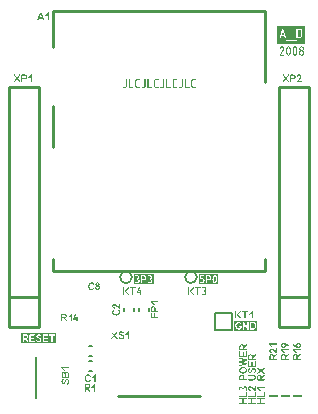
<source format=gto>
G04*
G04 #@! TF.GenerationSoftware,Altium Limited,Altium Designer,19.1.9 (167)*
G04*
G04 Layer_Color=15724527*
%FSLAX24Y24*%
%MOIN*%
G70*
G01*
G75*
%ADD10C,0.0059*%
%ADD11C,0.0079*%
%ADD12C,0.0098*%
G36*
X9796Y12223D02*
X9799Y12223D01*
X9803Y12222D01*
X9810Y12221D01*
X9819Y12218D01*
X9824Y12216D01*
X9829Y12214D01*
X9834Y12211D01*
X9839Y12208D01*
X9844Y12204D01*
X9848Y12200D01*
X9848Y12199D01*
X9849Y12198D01*
X9850Y12197D01*
X9852Y12196D01*
X9853Y12193D01*
X9855Y12190D01*
X9858Y12187D01*
X9860Y12184D01*
X9864Y12176D01*
X9868Y12166D01*
X9870Y12160D01*
X9871Y12155D01*
X9871Y12149D01*
X9872Y12143D01*
Y12142D01*
Y12141D01*
Y12139D01*
X9871Y12136D01*
X9871Y12133D01*
X9870Y12129D01*
X9869Y12125D01*
X9868Y12120D01*
X9867Y12115D01*
X9864Y12110D01*
X9862Y12105D01*
X9859Y12100D01*
X9855Y12095D01*
X9851Y12090D01*
X9847Y12086D01*
X9841Y12082D01*
X9842D01*
X9842Y12081D01*
X9845Y12079D01*
X9848Y12076D01*
X9853Y12071D01*
X9857Y12066D01*
X9862Y12059D01*
X9866Y12051D01*
X9869Y12042D01*
Y12041D01*
X9869Y12039D01*
X9869Y12038D01*
X9870Y12036D01*
Y12033D01*
X9870Y12030D01*
X9871Y12027D01*
X9871Y12023D01*
Y12019D01*
X9871Y12014D01*
Y12009D01*
X9872Y12003D01*
Y11997D01*
Y11990D01*
Y11990D01*
Y11989D01*
Y11987D01*
X9871Y11984D01*
X9871Y11982D01*
X9871Y11978D01*
X9869Y11971D01*
X9866Y11962D01*
X9864Y11957D01*
X9862Y11952D01*
X9859Y11947D01*
X9856Y11942D01*
X9852Y11937D01*
X9848Y11933D01*
X9848Y11932D01*
X9847Y11932D01*
X9846Y11931D01*
X9844Y11929D01*
X9841Y11927D01*
X9839Y11925D01*
X9836Y11923D01*
X9832Y11921D01*
X9823Y11917D01*
X9814Y11913D01*
X9808Y11911D01*
X9803Y11910D01*
X9797Y11910D01*
X9791Y11909D01*
X9787D01*
X9785Y11910D01*
X9782Y11910D01*
X9779Y11911D01*
X9771Y11912D01*
X9762Y11915D01*
X9757Y11917D01*
X9752Y11919D01*
X9747Y11922D01*
X9742Y11925D01*
X9737Y11929D01*
X9733Y11933D01*
X9732Y11933D01*
X9732Y11934D01*
X9731Y11935D01*
X9729Y11937D01*
X9728Y11939D01*
X9725Y11942D01*
X9723Y11945D01*
X9721Y11949D01*
X9717Y11957D01*
X9713Y11967D01*
X9712Y11973D01*
X9710Y11978D01*
X9710Y11984D01*
X9709Y11990D01*
Y12021D01*
Y12021D01*
Y12023D01*
X9710Y12025D01*
Y12028D01*
X9710Y12031D01*
X9711Y12034D01*
X9712Y12039D01*
X9713Y12044D01*
X9715Y12048D01*
X9717Y12053D01*
X9719Y12058D01*
X9722Y12063D01*
X9726Y12068D01*
X9730Y12073D01*
X9734Y12078D01*
X9740Y12082D01*
X9739Y12082D01*
X9739Y12082D01*
X9737Y12084D01*
X9735Y12085D01*
X9733Y12088D01*
X9730Y12090D01*
X9728Y12094D01*
X9725Y12097D01*
X9722Y12101D01*
X9719Y12105D01*
X9716Y12111D01*
X9714Y12116D01*
X9712Y12122D01*
X9711Y12128D01*
X9710Y12135D01*
X9709Y12143D01*
Y12143D01*
Y12144D01*
Y12146D01*
X9710Y12148D01*
X9710Y12151D01*
X9711Y12155D01*
X9712Y12162D01*
X9715Y12171D01*
X9717Y12176D01*
X9719Y12181D01*
X9722Y12186D01*
X9725Y12190D01*
X9729Y12195D01*
X9733Y12200D01*
X9733Y12200D01*
X9734Y12201D01*
X9735Y12202D01*
X9737Y12203D01*
X9739Y12205D01*
X9742Y12207D01*
X9746Y12210D01*
X9749Y12212D01*
X9757Y12216D01*
X9767Y12220D01*
X9773Y12221D01*
X9778Y12223D01*
X9785Y12223D01*
X9791Y12224D01*
X9794D01*
X9796Y12223D01*
D02*
G37*
G36*
X9577D02*
X9580Y12223D01*
X9584Y12221D01*
X9589Y12220D01*
X9593Y12218D01*
X9598Y12216D01*
X9604Y12212D01*
X9609Y12208D01*
X9615Y12203D01*
X9621Y12198D01*
X9626Y12191D01*
X9631Y12183D01*
X9636Y12173D01*
X9640Y12162D01*
Y12162D01*
X9640Y12160D01*
X9641Y12158D01*
X9642Y12155D01*
X9643Y12151D01*
X9644Y12146D01*
X9646Y12141D01*
X9647Y12135D01*
X9648Y12128D01*
X9649Y12121D01*
X9650Y12113D01*
X9652Y12105D01*
X9652Y12096D01*
X9653Y12087D01*
X9654Y12077D01*
Y12066D01*
Y12066D01*
Y12064D01*
Y12061D01*
Y12057D01*
X9653Y12053D01*
X9653Y12047D01*
X9652Y12041D01*
X9652Y12034D01*
X9651Y12026D01*
X9650Y12019D01*
X9648Y12003D01*
X9644Y11987D01*
X9640Y11971D01*
X9639Y11970D01*
X9639Y11968D01*
X9638Y11965D01*
X9636Y11961D01*
X9634Y11956D01*
X9631Y11951D01*
X9627Y11946D01*
X9623Y11940D01*
X9619Y11934D01*
X9614Y11929D01*
X9609Y11924D01*
X9602Y11919D01*
X9596Y11915D01*
X9589Y11912D01*
X9581Y11910D01*
X9573Y11909D01*
X9570D01*
X9568Y11910D01*
X9565Y11910D01*
X9561Y11911D01*
X9557Y11913D01*
X9552Y11915D01*
X9546Y11917D01*
X9541Y11921D01*
X9535Y11924D01*
X9529Y11929D01*
X9524Y11935D01*
X9519Y11942D01*
X9513Y11950D01*
X9509Y11960D01*
X9505Y11971D01*
Y11971D01*
X9504Y11973D01*
X9504Y11975D01*
X9503Y11978D01*
X9502Y11982D01*
X9501Y11986D01*
X9500Y11991D01*
X9498Y11998D01*
X9497Y12004D01*
X9495Y12012D01*
X9495Y12019D01*
X9493Y12028D01*
X9493Y12037D01*
X9492Y12046D01*
X9491Y12056D01*
Y12066D01*
Y12067D01*
Y12069D01*
Y12072D01*
X9492Y12076D01*
Y12080D01*
X9492Y12086D01*
X9493Y12092D01*
X9493Y12099D01*
X9494Y12107D01*
X9495Y12114D01*
X9497Y12130D01*
X9500Y12147D01*
X9505Y12162D01*
X9505Y12163D01*
X9506Y12165D01*
X9507Y12168D01*
X9509Y12172D01*
X9511Y12177D01*
X9514Y12182D01*
X9517Y12187D01*
X9521Y12193D01*
X9525Y12198D01*
X9530Y12204D01*
X9536Y12209D01*
X9542Y12214D01*
X9549Y12218D01*
X9556Y12221D01*
X9564Y12223D01*
X9573Y12224D01*
X9575D01*
X9577Y12223D01*
D02*
G37*
G36*
X9359D02*
X9362Y12223D01*
X9366Y12221D01*
X9370Y12220D01*
X9375Y12218D01*
X9380Y12216D01*
X9386Y12212D01*
X9391Y12208D01*
X9397Y12203D01*
X9402Y12198D01*
X9408Y12191D01*
X9413Y12183D01*
X9418Y12173D01*
X9422Y12162D01*
Y12162D01*
X9422Y12160D01*
X9423Y12158D01*
X9424Y12155D01*
X9425Y12151D01*
X9426Y12146D01*
X9427Y12141D01*
X9429Y12135D01*
X9430Y12128D01*
X9431Y12121D01*
X9432Y12113D01*
X9434Y12105D01*
X9434Y12096D01*
X9435Y12087D01*
X9436Y12077D01*
Y12066D01*
Y12066D01*
Y12064D01*
Y12061D01*
Y12057D01*
X9435Y12053D01*
X9435Y12047D01*
X9434Y12041D01*
X9434Y12034D01*
X9433Y12026D01*
X9432Y12019D01*
X9430Y12003D01*
X9426Y11987D01*
X9422Y11971D01*
X9421Y11970D01*
X9421Y11968D01*
X9420Y11965D01*
X9418Y11961D01*
X9416Y11956D01*
X9413Y11951D01*
X9409Y11946D01*
X9405Y11940D01*
X9401Y11934D01*
X9396Y11929D01*
X9391Y11924D01*
X9384Y11919D01*
X9378Y11915D01*
X9371Y11912D01*
X9363Y11910D01*
X9354Y11909D01*
X9352D01*
X9350Y11910D01*
X9347Y11910D01*
X9343Y11911D01*
X9338Y11913D01*
X9334Y11915D01*
X9328Y11917D01*
X9323Y11921D01*
X9317Y11924D01*
X9311Y11929D01*
X9306Y11935D01*
X9301Y11942D01*
X9295Y11950D01*
X9291Y11960D01*
X9287Y11971D01*
Y11971D01*
X9286Y11973D01*
X9286Y11975D01*
X9285Y11978D01*
X9283Y11982D01*
X9283Y11986D01*
X9281Y11991D01*
X9280Y11998D01*
X9279Y12004D01*
X9277Y12012D01*
X9277Y12019D01*
X9275Y12028D01*
X9274Y12037D01*
X9274Y12046D01*
X9273Y12056D01*
Y12066D01*
Y12067D01*
Y12069D01*
Y12072D01*
X9274Y12076D01*
Y12080D01*
X9274Y12086D01*
X9274Y12092D01*
X9275Y12099D01*
X9276Y12107D01*
X9277Y12114D01*
X9279Y12130D01*
X9282Y12147D01*
X9287Y12162D01*
X9287Y12163D01*
X9288Y12165D01*
X9289Y12168D01*
X9291Y12172D01*
X9293Y12177D01*
X9296Y12182D01*
X9299Y12187D01*
X9303Y12193D01*
X9307Y12198D01*
X9312Y12204D01*
X9318Y12209D01*
X9324Y12214D01*
X9331Y12218D01*
X9338Y12221D01*
X9346Y12223D01*
X9354Y12224D01*
X9356D01*
X9359Y12223D01*
D02*
G37*
G36*
X9142D02*
X9145Y12223D01*
X9148Y12222D01*
X9156Y12221D01*
X9165Y12218D01*
X9170Y12216D01*
X9174Y12214D01*
X9179Y12211D01*
X9184Y12208D01*
X9189Y12204D01*
X9193Y12200D01*
X9194Y12199D01*
X9195Y12198D01*
X9195Y12197D01*
X9197Y12196D01*
X9199Y12193D01*
X9201Y12190D01*
X9203Y12187D01*
X9205Y12184D01*
X9210Y12176D01*
X9213Y12166D01*
X9215Y12160D01*
X9216Y12155D01*
X9217Y12149D01*
X9217Y12143D01*
Y12142D01*
Y12142D01*
Y12140D01*
X9217Y12139D01*
Y12137D01*
X9216Y12134D01*
X9215Y12128D01*
X9213Y12121D01*
X9211Y12113D01*
X9208Y12105D01*
X9203Y12096D01*
X9107Y11949D01*
X9198D01*
X9200Y11949D01*
X9204Y11948D01*
X9207Y11947D01*
X9211Y11944D01*
X9214Y11941D01*
X9216Y11936D01*
X9217Y11933D01*
X9217Y11930D01*
Y11929D01*
Y11929D01*
X9217Y11926D01*
X9216Y11923D01*
X9215Y11920D01*
X9212Y11916D01*
X9208Y11913D01*
X9206Y11911D01*
X9204Y11910D01*
X9201Y11910D01*
X9197Y11909D01*
X9074D01*
X9072Y11910D01*
X9069Y11911D01*
X9065Y11912D01*
X9062Y11914D01*
X9058Y11918D01*
X9057Y11920D01*
X9056Y11923D01*
X9056Y11926D01*
X9055Y11930D01*
Y11930D01*
Y11930D01*
X9056Y11933D01*
X9056Y11937D01*
X9058Y11941D01*
X9170Y12120D01*
X9170Y12120D01*
X9171Y12122D01*
X9172Y12124D01*
X9174Y12127D01*
X9175Y12130D01*
X9176Y12134D01*
X9176Y12138D01*
X9177Y12143D01*
Y12144D01*
Y12146D01*
X9176Y12149D01*
X9175Y12153D01*
X9174Y12157D01*
X9172Y12162D01*
X9169Y12167D01*
X9165Y12171D01*
X9165Y12172D01*
X9163Y12173D01*
X9160Y12176D01*
X9157Y12178D01*
X9153Y12180D01*
X9148Y12182D01*
X9142Y12183D01*
X9136Y12184D01*
X9135D01*
X9134Y12183D01*
X9132D01*
X9128Y12182D01*
X9125Y12181D01*
X9122Y12179D01*
X9119Y12177D01*
X9115Y12175D01*
X9112Y12172D01*
X9108Y12169D01*
X9104Y12164D01*
X9100Y12160D01*
X9096Y12154D01*
X9092Y12148D01*
X9092Y12147D01*
X9092Y12146D01*
X9090Y12144D01*
X9088Y12143D01*
X9086Y12141D01*
X9083Y12139D01*
X9079Y12138D01*
X9075Y12138D01*
X9074D01*
X9072Y12138D01*
X9069Y12139D01*
X9065Y12140D01*
X9062Y12143D01*
X9058Y12146D01*
X9057Y12148D01*
X9056Y12151D01*
X9056Y12154D01*
X9055Y12158D01*
Y12158D01*
Y12159D01*
Y12160D01*
X9056Y12162D01*
X9056Y12164D01*
X9057Y12165D01*
X9058Y12167D01*
X9060Y12169D01*
X9062Y12173D01*
X9065Y12178D01*
X9069Y12183D01*
X9073Y12188D01*
X9078Y12194D01*
X9083Y12199D01*
X9089Y12205D01*
X9096Y12210D01*
X9103Y12214D01*
X9110Y12218D01*
X9119Y12221D01*
X9127Y12223D01*
X9136Y12224D01*
X9140D01*
X9142Y12223D01*
D02*
G37*
G36*
X9907Y12310D02*
X8957D01*
Y12912D01*
X9907D01*
Y12310D01*
D02*
G37*
G36*
X6258Y11140D02*
X6262Y11140D01*
X6265Y11138D01*
X6269Y11136D01*
X6272Y11133D01*
X6274Y11128D01*
X6275Y11124D01*
X6275Y11121D01*
Y11121D01*
Y11120D01*
X6275Y11118D01*
X6274Y11115D01*
X6273Y11111D01*
X6270Y11108D01*
X6267Y11104D01*
X6265Y11103D01*
X6262Y11102D01*
X6259Y11101D01*
X6255Y11101D01*
X6191D01*
X6188Y11100D01*
X6184Y11099D01*
X6179Y11098D01*
X6174Y11096D01*
X6169Y11093D01*
X6165Y11089D01*
X6165Y11088D01*
X6163Y11087D01*
X6161Y11084D01*
X6159Y11081D01*
X6157Y11076D01*
X6155Y11072D01*
X6154Y11066D01*
X6153Y11060D01*
Y10908D01*
Y10907D01*
Y10905D01*
X6154Y10901D01*
X6155Y10897D01*
X6156Y10893D01*
X6158Y10888D01*
X6161Y10883D01*
X6165Y10878D01*
X6166Y10878D01*
X6167Y10877D01*
X6170Y10875D01*
X6174Y10873D01*
X6178Y10870D01*
X6183Y10869D01*
X6188Y10867D01*
X6194Y10867D01*
X6256D01*
X6258Y10866D01*
X6262Y10866D01*
X6265Y10864D01*
X6269Y10862D01*
X6272Y10858D01*
X6274Y10853D01*
X6275Y10850D01*
X6275Y10847D01*
Y10846D01*
Y10846D01*
X6275Y10844D01*
X6274Y10841D01*
X6273Y10837D01*
X6270Y10833D01*
X6267Y10830D01*
X6265Y10829D01*
X6262Y10828D01*
X6259Y10827D01*
X6255Y10827D01*
X6191D01*
X6188Y10827D01*
X6185Y10828D01*
X6182Y10828D01*
X6174Y10830D01*
X6165Y10833D01*
X6160Y10835D01*
X6155Y10837D01*
X6151Y10839D01*
X6146Y10842D01*
X6141Y10846D01*
X6137Y10850D01*
X6136Y10851D01*
X6136Y10851D01*
X6135Y10853D01*
X6133Y10854D01*
X6131Y10857D01*
X6129Y10860D01*
X6127Y10862D01*
X6125Y10866D01*
X6121Y10875D01*
X6117Y10885D01*
X6115Y10890D01*
X6114Y10895D01*
X6114Y10901D01*
X6113Y10908D01*
Y11060D01*
Y11060D01*
Y11062D01*
Y11063D01*
X6114Y11066D01*
X6114Y11069D01*
X6114Y11072D01*
X6116Y11080D01*
X6119Y11089D01*
X6121Y11093D01*
X6123Y11098D01*
X6126Y11103D01*
X6129Y11108D01*
X6133Y11113D01*
X6137Y11117D01*
X6137Y11117D01*
X6138Y11118D01*
X6139Y11119D01*
X6141Y11121D01*
X6143Y11122D01*
X6146Y11124D01*
X6149Y11127D01*
X6153Y11129D01*
X6161Y11133D01*
X6171Y11137D01*
X6176Y11139D01*
X6182Y11140D01*
X6188Y11140D01*
X6194Y11141D01*
X6256D01*
X6258Y11140D01*
D02*
G37*
G36*
X5919D02*
X5922Y11140D01*
X5925Y11138D01*
X5929Y11136D01*
X5932Y11132D01*
X5934Y11130D01*
X5935Y11127D01*
X5935Y11124D01*
X5935Y11121D01*
Y10867D01*
X6038D01*
X6040Y10866D01*
X6044Y10866D01*
X6047Y10864D01*
X6051Y10862D01*
X6054Y10858D01*
X6056Y10853D01*
X6057Y10850D01*
X6057Y10847D01*
Y10846D01*
Y10846D01*
X6057Y10844D01*
X6056Y10841D01*
X6055Y10837D01*
X6052Y10833D01*
X6048Y10830D01*
X6046Y10829D01*
X6044Y10828D01*
X6041Y10827D01*
X6037Y10827D01*
X5914D01*
X5912Y10827D01*
X5909Y10828D01*
X5905Y10829D01*
X5902Y10832D01*
X5898Y10835D01*
X5897Y10837D01*
X5896Y10840D01*
X5896Y10843D01*
X5895Y10847D01*
Y11121D01*
Y11121D01*
Y11122D01*
X5896Y11124D01*
X5896Y11127D01*
X5898Y11131D01*
X5900Y11135D01*
X5904Y11138D01*
X5906Y11139D01*
X5909Y11140D01*
X5912Y11140D01*
X5915Y11141D01*
X5916D01*
X5919Y11140D01*
D02*
G37*
G36*
X5823D02*
X5826Y11140D01*
X5830Y11138D01*
X5834Y11136D01*
X5837Y11132D01*
X5838Y11130D01*
X5839Y11127D01*
X5839Y11124D01*
X5840Y11121D01*
Y10908D01*
Y10907D01*
Y10906D01*
Y10904D01*
X5839Y10902D01*
X5839Y10899D01*
X5839Y10896D01*
X5837Y10888D01*
X5834Y10879D01*
X5832Y10874D01*
X5830Y10869D01*
X5827Y10864D01*
X5824Y10860D01*
X5820Y10855D01*
X5816Y10850D01*
X5816Y10850D01*
X5815Y10849D01*
X5814Y10848D01*
X5812Y10846D01*
X5809Y10845D01*
X5807Y10843D01*
X5804Y10841D01*
X5800Y10839D01*
X5791Y10834D01*
X5782Y10830D01*
X5776Y10829D01*
X5771Y10828D01*
X5765Y10827D01*
X5759Y10827D01*
X5727D01*
X5725Y10827D01*
X5722Y10828D01*
X5718Y10829D01*
X5715Y10832D01*
X5711Y10835D01*
X5710Y10837D01*
X5709Y10840D01*
X5709Y10843D01*
X5708Y10847D01*
Y10847D01*
Y10848D01*
X5709Y10850D01*
X5709Y10853D01*
X5711Y10857D01*
X5713Y10860D01*
X5717Y10864D01*
X5719Y10865D01*
X5722Y10866D01*
X5725Y10866D01*
X5728Y10867D01*
X5761D01*
X5765Y10867D01*
X5768Y10868D01*
X5773Y10869D01*
X5778Y10871D01*
X5783Y10874D01*
X5787Y10878D01*
X5788Y10879D01*
X5789Y10880D01*
X5791Y10883D01*
X5793Y10887D01*
X5796Y10891D01*
X5798Y10896D01*
X5799Y10901D01*
X5800Y10908D01*
Y11121D01*
Y11121D01*
Y11122D01*
X5800Y11124D01*
X5801Y11127D01*
X5802Y11131D01*
X5805Y11135D01*
X5808Y11138D01*
X5810Y11139D01*
X5813Y11140D01*
X5816Y11140D01*
X5820Y11141D01*
X5821D01*
X5823Y11140D01*
D02*
G37*
G36*
X5635D02*
X5638Y11140D01*
X5642Y11138D01*
X5646Y11136D01*
X5649Y11133D01*
X5651Y11128D01*
X5652Y11124D01*
X5652Y11121D01*
Y11121D01*
Y11120D01*
X5652Y11118D01*
X5651Y11115D01*
X5650Y11111D01*
X5647Y11108D01*
X5643Y11104D01*
X5641Y11103D01*
X5638Y11102D01*
X5636Y11101D01*
X5632Y11101D01*
X5568D01*
X5565Y11100D01*
X5561Y11099D01*
X5556Y11098D01*
X5551Y11096D01*
X5546Y11093D01*
X5542Y11089D01*
X5541Y11088D01*
X5540Y11087D01*
X5538Y11084D01*
X5536Y11081D01*
X5534Y11076D01*
X5532Y11072D01*
X5531Y11066D01*
X5530Y11060D01*
Y10908D01*
Y10907D01*
Y10905D01*
X5531Y10901D01*
X5532Y10897D01*
X5533Y10893D01*
X5535Y10888D01*
X5538Y10883D01*
X5542Y10878D01*
X5543Y10878D01*
X5544Y10877D01*
X5547Y10875D01*
X5550Y10873D01*
X5554Y10870D01*
X5559Y10869D01*
X5565Y10867D01*
X5571Y10867D01*
X5633D01*
X5635Y10866D01*
X5638Y10866D01*
X5642Y10864D01*
X5646Y10862D01*
X5649Y10858D01*
X5651Y10853D01*
X5652Y10850D01*
X5652Y10847D01*
Y10846D01*
Y10846D01*
X5652Y10844D01*
X5651Y10841D01*
X5650Y10837D01*
X5647Y10833D01*
X5643Y10830D01*
X5641Y10829D01*
X5638Y10828D01*
X5636Y10827D01*
X5632Y10827D01*
X5568D01*
X5565Y10827D01*
X5562Y10828D01*
X5559Y10828D01*
X5551Y10830D01*
X5542Y10833D01*
X5537Y10835D01*
X5532Y10837D01*
X5527Y10839D01*
X5523Y10842D01*
X5518Y10846D01*
X5513Y10850D01*
X5513Y10851D01*
X5513Y10851D01*
X5511Y10853D01*
X5510Y10854D01*
X5508Y10857D01*
X5506Y10860D01*
X5504Y10862D01*
X5502Y10866D01*
X5497Y10875D01*
X5494Y10885D01*
X5492Y10890D01*
X5491Y10895D01*
X5490Y10901D01*
X5490Y10908D01*
Y11060D01*
Y11060D01*
Y11062D01*
Y11063D01*
X5490Y11066D01*
X5491Y11069D01*
X5491Y11072D01*
X5493Y11080D01*
X5496Y11089D01*
X5498Y11093D01*
X5500Y11098D01*
X5503Y11103D01*
X5506Y11108D01*
X5509Y11113D01*
X5513Y11117D01*
X5514Y11117D01*
X5515Y11118D01*
X5516Y11119D01*
X5518Y11121D01*
X5520Y11122D01*
X5522Y11124D01*
X5526Y11127D01*
X5529Y11129D01*
X5538Y11133D01*
X5547Y11137D01*
X5553Y11139D01*
X5559Y11140D01*
X5565Y11140D01*
X5571Y11141D01*
X5633D01*
X5635Y11140D01*
D02*
G37*
G36*
X5295D02*
X5299Y11140D01*
X5302Y11138D01*
X5306Y11136D01*
X5309Y11132D01*
X5310Y11130D01*
X5311Y11127D01*
X5312Y11124D01*
X5312Y11121D01*
Y10867D01*
X5415D01*
X5417Y10866D01*
X5420Y10866D01*
X5424Y10864D01*
X5428Y10862D01*
X5431Y10858D01*
X5433Y10853D01*
X5433Y10850D01*
X5434Y10847D01*
Y10846D01*
Y10846D01*
X5433Y10844D01*
X5433Y10841D01*
X5431Y10837D01*
X5429Y10833D01*
X5425Y10830D01*
X5423Y10829D01*
X5420Y10828D01*
X5417Y10827D01*
X5414Y10827D01*
X5291D01*
X5289Y10827D01*
X5286Y10828D01*
X5282Y10829D01*
X5278Y10832D01*
X5275Y10835D01*
X5274Y10837D01*
X5273Y10840D01*
X5272Y10843D01*
X5272Y10847D01*
Y11121D01*
Y11121D01*
Y11122D01*
X5272Y11124D01*
X5273Y11127D01*
X5274Y11131D01*
X5277Y11135D01*
X5281Y11138D01*
X5283Y11139D01*
X5285Y11140D01*
X5288Y11140D01*
X5292Y11141D01*
X5293D01*
X5295Y11140D01*
D02*
G37*
G36*
X5200D02*
X5203Y11140D01*
X5207Y11138D01*
X5210Y11136D01*
X5213Y11132D01*
X5215Y11130D01*
X5216Y11127D01*
X5216Y11124D01*
X5217Y11121D01*
Y10908D01*
Y10907D01*
Y10906D01*
Y10904D01*
X5216Y10902D01*
X5216Y10899D01*
X5215Y10896D01*
X5214Y10888D01*
X5211Y10879D01*
X5209Y10874D01*
X5207Y10869D01*
X5204Y10864D01*
X5201Y10860D01*
X5197Y10855D01*
X5193Y10850D01*
X5192Y10850D01*
X5192Y10849D01*
X5190Y10848D01*
X5189Y10846D01*
X5186Y10845D01*
X5183Y10843D01*
X5181Y10841D01*
X5177Y10839D01*
X5168Y10834D01*
X5159Y10830D01*
X5153Y10829D01*
X5148Y10828D01*
X5142Y10827D01*
X5135Y10827D01*
X5104D01*
X5102Y10827D01*
X5099Y10828D01*
X5095Y10829D01*
X5092Y10832D01*
X5088Y10835D01*
X5087Y10837D01*
X5086Y10840D01*
X5085Y10843D01*
X5085Y10847D01*
Y10847D01*
Y10848D01*
X5085Y10850D01*
X5086Y10853D01*
X5087Y10857D01*
X5090Y10860D01*
X5094Y10864D01*
X5096Y10865D01*
X5099Y10866D01*
X5101Y10866D01*
X5105Y10867D01*
X5138D01*
X5142Y10867D01*
X5145Y10868D01*
X5150Y10869D01*
X5155Y10871D01*
X5160Y10874D01*
X5164Y10878D01*
X5165Y10879D01*
X5166Y10880D01*
X5168Y10883D01*
X5170Y10887D01*
X5173Y10891D01*
X5174Y10896D01*
X5176Y10901D01*
X5176Y10908D01*
Y11121D01*
Y11121D01*
Y11122D01*
X5177Y11124D01*
X5178Y11127D01*
X5179Y11131D01*
X5181Y11135D01*
X5185Y11138D01*
X5187Y11139D01*
X5190Y11140D01*
X5193Y11140D01*
X5196Y11141D01*
X5197D01*
X5200Y11140D01*
D02*
G37*
G36*
X5012D02*
X5015Y11140D01*
X5019Y11138D01*
X5023Y11136D01*
X5026Y11133D01*
X5028Y11128D01*
X5028Y11124D01*
X5029Y11121D01*
Y11121D01*
Y11120D01*
X5028Y11118D01*
X5028Y11115D01*
X5026Y11111D01*
X5024Y11108D01*
X5020Y11104D01*
X5018Y11103D01*
X5015Y11102D01*
X5012Y11101D01*
X5009Y11101D01*
X4945D01*
X4941Y11100D01*
X4937Y11099D01*
X4933Y11098D01*
X4928Y11096D01*
X4923Y11093D01*
X4919Y11089D01*
X4918Y11088D01*
X4917Y11087D01*
X4915Y11084D01*
X4913Y11081D01*
X4911Y11076D01*
X4909Y11072D01*
X4907Y11066D01*
X4907Y11060D01*
Y10908D01*
Y10907D01*
Y10905D01*
X4908Y10901D01*
X4909Y10897D01*
X4910Y10893D01*
X4912Y10888D01*
X4915Y10883D01*
X4919Y10878D01*
X4919Y10878D01*
X4921Y10877D01*
X4923Y10875D01*
X4927Y10873D01*
X4931Y10870D01*
X4936Y10869D01*
X4941Y10867D01*
X4948Y10867D01*
X5010D01*
X5012Y10866D01*
X5015Y10866D01*
X5019Y10864D01*
X5023Y10862D01*
X5026Y10858D01*
X5028Y10853D01*
X5028Y10850D01*
X5029Y10847D01*
Y10846D01*
Y10846D01*
X5028Y10844D01*
X5028Y10841D01*
X5026Y10837D01*
X5024Y10833D01*
X5020Y10830D01*
X5018Y10829D01*
X5015Y10828D01*
X5012Y10827D01*
X5009Y10827D01*
X4944D01*
X4942Y10827D01*
X4939Y10828D01*
X4936Y10828D01*
X4928Y10830D01*
X4919Y10833D01*
X4914Y10835D01*
X4909Y10837D01*
X4904Y10839D01*
X4900Y10842D01*
X4895Y10846D01*
X4890Y10850D01*
X4890Y10851D01*
X4889Y10851D01*
X4888Y10853D01*
X4887Y10854D01*
X4885Y10857D01*
X4883Y10860D01*
X4881Y10862D01*
X4879Y10866D01*
X4874Y10875D01*
X4871Y10885D01*
X4869Y10890D01*
X4868Y10895D01*
X4867Y10901D01*
X4867Y10908D01*
Y11060D01*
Y11060D01*
Y11062D01*
Y11063D01*
X4867Y11066D01*
X4868Y11069D01*
X4868Y11072D01*
X4870Y11080D01*
X4873Y11089D01*
X4875Y11093D01*
X4877Y11098D01*
X4880Y11103D01*
X4882Y11108D01*
X4886Y11113D01*
X4890Y11117D01*
X4891Y11117D01*
X4891Y11118D01*
X4893Y11119D01*
X4894Y11121D01*
X4897Y11122D01*
X4899Y11124D01*
X4903Y11127D01*
X4906Y11129D01*
X4914Y11133D01*
X4924Y11137D01*
X4930Y11139D01*
X4935Y11140D01*
X4941Y11140D01*
X4948Y11141D01*
X5010D01*
X5012Y11140D01*
D02*
G37*
G36*
X4672D02*
X4675Y11140D01*
X4679Y11138D01*
X4683Y11136D01*
X4686Y11132D01*
X4687Y11130D01*
X4688Y11127D01*
X4689Y11124D01*
X4689Y11121D01*
Y10867D01*
X4791D01*
X4794Y10866D01*
X4797Y10866D01*
X4801Y10864D01*
X4805Y10862D01*
X4807Y10858D01*
X4810Y10853D01*
X4810Y10850D01*
X4811Y10847D01*
Y10846D01*
Y10846D01*
X4810Y10844D01*
X4809Y10841D01*
X4808Y10837D01*
X4806Y10833D01*
X4802Y10830D01*
X4800Y10829D01*
X4797Y10828D01*
X4794Y10827D01*
X4791Y10827D01*
X4668D01*
X4666Y10827D01*
X4663Y10828D01*
X4659Y10829D01*
X4655Y10832D01*
X4652Y10835D01*
X4651Y10837D01*
X4650Y10840D01*
X4649Y10843D01*
X4649Y10847D01*
Y11121D01*
Y11121D01*
Y11122D01*
X4649Y11124D01*
X4650Y11127D01*
X4651Y11131D01*
X4654Y11135D01*
X4657Y11138D01*
X4659Y11139D01*
X4662Y11140D01*
X4665Y11140D01*
X4669Y11141D01*
X4670D01*
X4672Y11140D01*
D02*
G37*
G36*
X4577D02*
X4580Y11140D01*
X4584Y11138D01*
X4587Y11136D01*
X4590Y11132D01*
X4592Y11130D01*
X4593Y11127D01*
X4593Y11124D01*
X4593Y11121D01*
Y10908D01*
Y10907D01*
Y10906D01*
Y10904D01*
X4593Y10902D01*
X4593Y10899D01*
X4592Y10896D01*
X4591Y10888D01*
X4588Y10879D01*
X4586Y10874D01*
X4584Y10869D01*
X4581Y10864D01*
X4577Y10860D01*
X4574Y10855D01*
X4570Y10850D01*
X4569Y10850D01*
X4568Y10849D01*
X4567Y10848D01*
X4566Y10846D01*
X4563Y10845D01*
X4560Y10843D01*
X4557Y10841D01*
X4554Y10839D01*
X4545Y10834D01*
X4536Y10830D01*
X4530Y10829D01*
X4525Y10828D01*
X4518Y10827D01*
X4512Y10827D01*
X4481D01*
X4479Y10827D01*
X4476Y10828D01*
X4472Y10829D01*
X4468Y10832D01*
X4465Y10835D01*
X4464Y10837D01*
X4463Y10840D01*
X4462Y10843D01*
X4462Y10847D01*
Y10847D01*
Y10848D01*
X4462Y10850D01*
X4463Y10853D01*
X4464Y10857D01*
X4467Y10860D01*
X4470Y10864D01*
X4472Y10865D01*
X4475Y10866D01*
X4478Y10866D01*
X4482Y10867D01*
X4515D01*
X4518Y10867D01*
X4522Y10868D01*
X4527Y10869D01*
X4531Y10871D01*
X4536Y10874D01*
X4541Y10878D01*
X4541Y10879D01*
X4543Y10880D01*
X4545Y10883D01*
X4547Y10887D01*
X4550Y10891D01*
X4551Y10896D01*
X4553Y10901D01*
X4553Y10908D01*
Y11121D01*
Y11121D01*
Y11122D01*
X4554Y11124D01*
X4554Y11127D01*
X4556Y11131D01*
X4558Y11135D01*
X4562Y11138D01*
X4564Y11139D01*
X4567Y11140D01*
X4570Y11140D01*
X4573Y11141D01*
X4574D01*
X4577Y11140D01*
D02*
G37*
G36*
X4389D02*
X4392Y11140D01*
X4396Y11138D01*
X4399Y11136D01*
X4402Y11133D01*
X4405Y11128D01*
X4405Y11124D01*
X4406Y11121D01*
Y11121D01*
Y11120D01*
X4405Y11118D01*
X4404Y11115D01*
X4403Y11111D01*
X4401Y11108D01*
X4397Y11104D01*
X4395Y11103D01*
X4392Y11102D01*
X4389Y11101D01*
X4386Y11101D01*
X4322D01*
X4318Y11100D01*
X4314Y11099D01*
X4310Y11098D01*
X4305Y11096D01*
X4300Y11093D01*
X4295Y11089D01*
X4295Y11088D01*
X4294Y11087D01*
X4292Y11084D01*
X4290Y11081D01*
X4288Y11076D01*
X4285Y11072D01*
X4284Y11066D01*
X4284Y11060D01*
Y10908D01*
Y10907D01*
Y10905D01*
X4285Y10901D01*
X4285Y10897D01*
X4287Y10893D01*
X4289Y10888D01*
X4292Y10883D01*
X4296Y10878D01*
X4296Y10878D01*
X4298Y10877D01*
X4300Y10875D01*
X4304Y10873D01*
X4308Y10870D01*
X4313Y10869D01*
X4318Y10867D01*
X4324Y10867D01*
X4386D01*
X4389Y10866D01*
X4392Y10866D01*
X4396Y10864D01*
X4399Y10862D01*
X4402Y10858D01*
X4405Y10853D01*
X4405Y10850D01*
X4406Y10847D01*
Y10846D01*
Y10846D01*
X4405Y10844D01*
X4404Y10841D01*
X4403Y10837D01*
X4401Y10833D01*
X4397Y10830D01*
X4395Y10829D01*
X4392Y10828D01*
X4389Y10827D01*
X4386Y10827D01*
X4321D01*
X4319Y10827D01*
X4316Y10828D01*
X4313Y10828D01*
X4305Y10830D01*
X4296Y10833D01*
X4291Y10835D01*
X4286Y10837D01*
X4281Y10839D01*
X4276Y10842D01*
X4272Y10846D01*
X4267Y10850D01*
X4267Y10851D01*
X4266Y10851D01*
X4265Y10853D01*
X4263Y10854D01*
X4262Y10857D01*
X4260Y10860D01*
X4258Y10862D01*
X4256Y10866D01*
X4251Y10875D01*
X4247Y10885D01*
X4246Y10890D01*
X4244Y10895D01*
X4244Y10901D01*
X4244Y10908D01*
Y11060D01*
Y11060D01*
Y11062D01*
Y11063D01*
X4244Y11066D01*
X4244Y11069D01*
X4245Y11072D01*
X4247Y11080D01*
X4249Y11089D01*
X4251Y11093D01*
X4254Y11098D01*
X4256Y11103D01*
X4259Y11108D01*
X4263Y11113D01*
X4267Y11117D01*
X4267Y11117D01*
X4268Y11118D01*
X4269Y11119D01*
X4271Y11121D01*
X4274Y11122D01*
X4276Y11124D01*
X4279Y11127D01*
X4283Y11129D01*
X4291Y11133D01*
X4301Y11137D01*
X4306Y11139D01*
X4312Y11140D01*
X4318Y11140D01*
X4324Y11141D01*
X4386D01*
X4389Y11140D01*
D02*
G37*
G36*
X4049D02*
X4052Y11140D01*
X4056Y11138D01*
X4060Y11136D01*
X4062Y11132D01*
X4064Y11130D01*
X4065Y11127D01*
X4065Y11124D01*
X4066Y11121D01*
Y10867D01*
X4168D01*
X4171Y10866D01*
X4174Y10866D01*
X4178Y10864D01*
X4181Y10862D01*
X4184Y10858D01*
X4187Y10853D01*
X4187Y10850D01*
X4187Y10847D01*
Y10846D01*
Y10846D01*
X4187Y10844D01*
X4186Y10841D01*
X4185Y10837D01*
X4183Y10833D01*
X4179Y10830D01*
X4177Y10829D01*
X4174Y10828D01*
X4171Y10827D01*
X4167Y10827D01*
X4045D01*
X4042Y10827D01*
X4039Y10828D01*
X4036Y10829D01*
X4032Y10832D01*
X4029Y10835D01*
X4028Y10837D01*
X4026Y10840D01*
X4026Y10843D01*
X4026Y10847D01*
Y11121D01*
Y11121D01*
Y11122D01*
X4026Y11124D01*
X4027Y11127D01*
X4028Y11131D01*
X4030Y11135D01*
X4034Y11138D01*
X4036Y11139D01*
X4039Y11140D01*
X4042Y11140D01*
X4046Y11141D01*
X4046D01*
X4049Y11140D01*
D02*
G37*
G36*
X3953D02*
X3957Y11140D01*
X3960Y11138D01*
X3964Y11136D01*
X3967Y11132D01*
X3969Y11130D01*
X3969Y11127D01*
X3970Y11124D01*
X3970Y11121D01*
Y10908D01*
Y10907D01*
Y10906D01*
Y10904D01*
X3970Y10902D01*
X3969Y10899D01*
X3969Y10896D01*
X3967Y10888D01*
X3964Y10879D01*
X3962Y10874D01*
X3960Y10869D01*
X3957Y10864D01*
X3954Y10860D01*
X3951Y10855D01*
X3946Y10850D01*
X3946Y10850D01*
X3945Y10849D01*
X3944Y10848D01*
X3942Y10846D01*
X3940Y10845D01*
X3937Y10843D01*
X3934Y10841D01*
X3930Y10839D01*
X3922Y10834D01*
X3912Y10830D01*
X3907Y10829D01*
X3901Y10828D01*
X3895Y10827D01*
X3889Y10827D01*
X3858D01*
X3855Y10827D01*
X3853Y10828D01*
X3849Y10829D01*
X3845Y10832D01*
X3842Y10835D01*
X3841Y10837D01*
X3839Y10840D01*
X3839Y10843D01*
X3839Y10847D01*
Y10847D01*
Y10848D01*
X3839Y10850D01*
X3840Y10853D01*
X3841Y10857D01*
X3844Y10860D01*
X3847Y10864D01*
X3849Y10865D01*
X3852Y10866D01*
X3855Y10866D01*
X3859Y10867D01*
X3892D01*
X3895Y10867D01*
X3899Y10868D01*
X3903Y10869D01*
X3908Y10871D01*
X3913Y10874D01*
X3918Y10878D01*
X3918Y10879D01*
X3920Y10880D01*
X3922Y10883D01*
X3924Y10887D01*
X3926Y10891D01*
X3928Y10896D01*
X3930Y10901D01*
X3930Y10908D01*
Y11121D01*
Y11121D01*
Y11122D01*
X3930Y11124D01*
X3931Y11127D01*
X3932Y11131D01*
X3935Y11135D01*
X3939Y11138D01*
X3941Y11139D01*
X3944Y11140D01*
X3946Y11140D01*
X3950Y11141D01*
X3951D01*
X3953Y11140D01*
D02*
G37*
G36*
X2030Y1532D02*
X2034Y1531D01*
X2037Y1530D01*
X2039Y1529D01*
X2041Y1527D01*
X2043Y1526D01*
X2044Y1524D01*
X2045Y1521D01*
X2046Y1518D01*
X2047Y1515D01*
X2047Y1512D01*
Y1511D01*
X2047Y1510D01*
Y1509D01*
X2046Y1506D01*
X2045Y1502D01*
X2044Y1500D01*
X2042Y1498D01*
X2041Y1497D01*
X2039Y1495D01*
X2037Y1494D01*
X2034Y1493D01*
X2031Y1492D01*
X2027Y1492D01*
X1851D01*
X1913Y1426D01*
X1913Y1426D01*
X1913Y1425D01*
X1915Y1424D01*
X1915Y1423D01*
X1916Y1420D01*
X1918Y1418D01*
X1918Y1416D01*
X1918Y1413D01*
Y1411D01*
X1918Y1410D01*
X1918Y1408D01*
X1917Y1406D01*
X1916Y1403D01*
X1914Y1401D01*
X1912Y1399D01*
X1912Y1398D01*
X1911Y1398D01*
X1910Y1397D01*
X1908Y1396D01*
X1906Y1395D01*
X1903Y1393D01*
X1901Y1393D01*
X1898Y1393D01*
X1897D01*
X1896D01*
X1895Y1393D01*
X1893Y1393D01*
X1891Y1394D01*
X1888Y1395D01*
X1886Y1397D01*
X1883Y1399D01*
X1791Y1499D01*
X1790Y1499D01*
X1789Y1500D01*
X1788Y1502D01*
X1787Y1504D01*
X1785Y1506D01*
X1784Y1509D01*
X1783Y1512D01*
X1783Y1515D01*
Y1516D01*
X1783Y1517D01*
Y1518D01*
X1784Y1521D01*
X1785Y1524D01*
X1787Y1525D01*
X1788Y1527D01*
X1790Y1528D01*
X1792Y1529D01*
X1795Y1530D01*
X1798Y1531D01*
X1801Y1532D01*
X1805Y1532D01*
X2027D01*
X2028D01*
X2028D01*
X2029D01*
X2030Y1532D01*
D02*
G37*
G36*
X1974Y1367D02*
X1976Y1367D01*
X1980Y1366D01*
X1983Y1365D01*
X1987Y1364D01*
X1991Y1363D01*
X1996Y1362D01*
X2000Y1360D01*
X2005Y1358D01*
X2010Y1356D01*
X2014Y1353D01*
X2019Y1349D01*
X2023Y1346D01*
X2023Y1345D01*
X2023Y1345D01*
X2025Y1343D01*
X2026Y1342D01*
X2028Y1340D01*
X2030Y1337D01*
X2031Y1334D01*
X2033Y1331D01*
X2035Y1327D01*
X2037Y1323D01*
X2039Y1318D01*
X2041Y1314D01*
X2042Y1309D01*
X2043Y1303D01*
X2044Y1297D01*
X2044Y1291D01*
Y1192D01*
X2044Y1191D01*
X2043Y1189D01*
X2043Y1187D01*
X2042Y1185D01*
X2040Y1182D01*
X2038Y1180D01*
X2038Y1179D01*
X2037Y1179D01*
X2036Y1178D01*
X2034Y1177D01*
X2032Y1176D01*
X2030Y1174D01*
X2027Y1174D01*
X2024Y1174D01*
X1808D01*
X1808D01*
X1807D01*
X1805Y1174D01*
X1803Y1174D01*
X1801Y1175D01*
X1799Y1176D01*
X1796Y1178D01*
X1794Y1180D01*
X1794Y1180D01*
X1793Y1181D01*
X1792Y1182D01*
X1791Y1184D01*
X1790Y1186D01*
X1789Y1188D01*
X1788Y1191D01*
X1788Y1194D01*
Y1295D01*
X1788Y1297D01*
X1789Y1300D01*
X1789Y1303D01*
X1790Y1306D01*
X1791Y1310D01*
X1792Y1314D01*
X1793Y1318D01*
X1795Y1322D01*
X1797Y1326D01*
X1800Y1331D01*
X1802Y1335D01*
X1806Y1339D01*
X1809Y1343D01*
X1810Y1343D01*
X1811Y1344D01*
X1812Y1345D01*
X1813Y1346D01*
X1815Y1348D01*
X1818Y1350D01*
X1821Y1352D01*
X1824Y1354D01*
X1827Y1356D01*
X1831Y1358D01*
X1835Y1359D01*
X1840Y1361D01*
X1845Y1362D01*
X1850Y1363D01*
X1855Y1364D01*
X1861Y1364D01*
X1861D01*
X1862D01*
X1863D01*
X1865Y1364D01*
X1868Y1364D01*
X1871Y1363D01*
X1874Y1362D01*
X1878Y1361D01*
X1882Y1360D01*
X1886Y1359D01*
X1890Y1357D01*
X1894Y1355D01*
X1898Y1353D01*
X1903Y1350D01*
X1907Y1347D01*
X1911Y1343D01*
X1912Y1343D01*
X1912Y1344D01*
X1913Y1345D01*
X1915Y1347D01*
X1918Y1349D01*
X1920Y1351D01*
X1923Y1353D01*
X1927Y1355D01*
X1931Y1357D01*
X1935Y1360D01*
X1939Y1361D01*
X1945Y1363D01*
X1950Y1365D01*
X1956Y1366D01*
X1962Y1367D01*
X1968Y1367D01*
X1968D01*
X1969D01*
X1971D01*
X1974Y1367D01*
D02*
G37*
G36*
X1971Y1134D02*
X1973D01*
X1976Y1133D01*
X1980Y1132D01*
X1984Y1132D01*
X1988Y1131D01*
X1992Y1129D01*
X1997Y1127D01*
X2002Y1125D01*
X2007Y1123D01*
X2012Y1120D01*
X2017Y1116D01*
X2021Y1112D01*
X2026Y1107D01*
X2026Y1107D01*
X2026Y1106D01*
X2028Y1105D01*
X2029Y1103D01*
X2031Y1100D01*
X2033Y1097D01*
X2034Y1094D01*
X2036Y1090D01*
X2039Y1086D01*
X2040Y1081D01*
X2042Y1076D01*
X2044Y1071D01*
X2045Y1065D01*
X2046Y1059D01*
X2047Y1053D01*
X2047Y1046D01*
Y1044D01*
X2047Y1042D01*
X2047Y1039D01*
X2046Y1036D01*
X2046Y1033D01*
X2046Y1029D01*
X2045Y1025D01*
X2044Y1020D01*
X2043Y1016D01*
X2042Y1010D01*
X2040Y1005D01*
X2038Y999D01*
X2036Y993D01*
X2034Y986D01*
X2033Y986D01*
X2033Y985D01*
X2032Y983D01*
X2031Y980D01*
X2029Y977D01*
X2027Y973D01*
X2025Y969D01*
X2023Y966D01*
X2017Y958D01*
X2014Y954D01*
X2011Y951D01*
X2007Y949D01*
X2004Y947D01*
X2000Y945D01*
X1996Y945D01*
X1996D01*
X1995D01*
X1993Y945D01*
X1992Y946D01*
X1989Y946D01*
X1987Y947D01*
X1984Y949D01*
X1982Y951D01*
X1982Y951D01*
X1981Y952D01*
X1980Y953D01*
X1979Y955D01*
X1978Y957D01*
X1977Y960D01*
X1976Y962D01*
X1976Y965D01*
Y966D01*
X1976Y967D01*
X1977Y969D01*
X1978Y971D01*
X1979Y974D01*
X1981Y977D01*
X1984Y981D01*
Y982D01*
X1984Y982D01*
X1985Y983D01*
X1986Y984D01*
X1987Y987D01*
X1990Y991D01*
X1992Y995D01*
X1995Y999D01*
X1997Y1004D01*
X1999Y1008D01*
Y1008D01*
X1999Y1008D01*
X2000Y1010D01*
X2001Y1011D01*
X2001Y1013D01*
X2002Y1015D01*
X2002Y1017D01*
X2003Y1019D01*
X2005Y1025D01*
X2006Y1032D01*
X2007Y1039D01*
X2007Y1046D01*
Y1048D01*
X2007Y1049D01*
Y1051D01*
X2007Y1053D01*
X2006Y1057D01*
X2005Y1062D01*
X2003Y1068D01*
X2001Y1073D01*
X1998Y1078D01*
Y1079D01*
X1997Y1079D01*
X1996Y1080D01*
X1996Y1081D01*
X1993Y1083D01*
X1990Y1086D01*
X1986Y1089D01*
X1981Y1091D01*
X1978Y1093D01*
X1975Y1093D01*
X1972Y1094D01*
X1969Y1094D01*
X1969D01*
X1968D01*
X1967Y1094D01*
X1965Y1093D01*
X1963Y1093D01*
X1961Y1092D01*
X1959Y1091D01*
X1956Y1090D01*
X1954Y1088D01*
X1951Y1085D01*
X1948Y1083D01*
X1945Y1079D01*
X1942Y1075D01*
X1940Y1071D01*
X1937Y1066D01*
X1935Y1060D01*
Y1059D01*
X1935Y1059D01*
X1934Y1058D01*
X1934Y1057D01*
X1933Y1054D01*
X1931Y1050D01*
X1930Y1045D01*
X1928Y1040D01*
X1926Y1034D01*
X1924Y1028D01*
X1921Y1023D01*
X1919Y1017D01*
X1917Y1011D01*
X1916Y1007D01*
X1914Y1003D01*
X1913Y999D01*
X1912Y998D01*
X1912Y997D01*
X1912Y996D01*
X1912Y996D01*
X1911Y996D01*
X1911Y995D01*
X1910Y993D01*
X1908Y991D01*
X1906Y988D01*
X1903Y985D01*
X1901Y982D01*
X1897Y979D01*
X1893Y976D01*
X1889Y973D01*
X1884Y970D01*
X1879Y967D01*
X1873Y965D01*
X1867Y963D01*
X1861Y962D01*
X1854Y962D01*
X1853D01*
X1853D01*
X1852D01*
X1851Y962D01*
X1849D01*
X1847Y962D01*
X1843Y963D01*
X1838Y964D01*
X1832Y966D01*
X1826Y969D01*
X1819Y972D01*
X1816Y974D01*
X1813Y977D01*
X1810Y980D01*
X1807Y982D01*
X1804Y986D01*
X1801Y989D01*
X1798Y993D01*
X1796Y997D01*
X1793Y1002D01*
X1791Y1007D01*
X1790Y1013D01*
X1788Y1018D01*
X1787Y1025D01*
X1786Y1031D01*
X1785Y1039D01*
X1785Y1046D01*
Y1049D01*
X1785Y1050D01*
X1785Y1053D01*
X1786Y1055D01*
X1786Y1058D01*
X1787Y1062D01*
X1788Y1066D01*
X1789Y1070D01*
X1790Y1074D01*
X1791Y1079D01*
X1793Y1084D01*
X1795Y1089D01*
X1798Y1094D01*
X1800Y1100D01*
X1801Y1100D01*
X1801Y1101D01*
X1802Y1103D01*
X1803Y1105D01*
X1805Y1108D01*
X1807Y1111D01*
X1809Y1114D01*
X1812Y1117D01*
X1818Y1123D01*
X1821Y1126D01*
X1824Y1129D01*
X1828Y1131D01*
X1832Y1132D01*
X1835Y1134D01*
X1839Y1134D01*
X1839D01*
X1841D01*
X1842Y1134D01*
X1844Y1133D01*
X1846Y1132D01*
X1849Y1131D01*
X1851Y1129D01*
X1853Y1127D01*
X1854Y1127D01*
X1854Y1126D01*
X1855Y1125D01*
X1856Y1123D01*
X1858Y1121D01*
X1859Y1119D01*
X1859Y1116D01*
X1859Y1113D01*
Y1112D01*
X1859Y1112D01*
X1859Y1110D01*
X1858Y1108D01*
X1857Y1106D01*
X1856Y1103D01*
X1853Y1101D01*
X1850Y1097D01*
X1850D01*
X1850Y1097D01*
X1849Y1096D01*
X1846Y1093D01*
X1844Y1090D01*
X1841Y1087D01*
X1838Y1083D01*
X1836Y1079D01*
X1834Y1076D01*
Y1076D01*
X1833Y1075D01*
X1833Y1074D01*
X1832Y1073D01*
X1832Y1071D01*
X1831Y1069D01*
X1830Y1066D01*
X1829Y1064D01*
X1829Y1060D01*
X1828Y1057D01*
X1827Y1053D01*
X1826Y1049D01*
X1826Y1045D01*
X1825Y1040D01*
X1825Y1030D01*
Y1028D01*
X1826Y1026D01*
X1826Y1023D01*
X1827Y1020D01*
X1829Y1016D01*
X1830Y1013D01*
X1833Y1010D01*
X1833Y1010D01*
X1835Y1009D01*
X1836Y1007D01*
X1839Y1006D01*
X1842Y1004D01*
X1845Y1003D01*
X1849Y1002D01*
X1853Y1002D01*
X1854D01*
X1854D01*
X1855Y1002D01*
X1857Y1002D01*
X1859Y1003D01*
X1861Y1004D01*
X1863Y1005D01*
X1865Y1006D01*
X1868Y1008D01*
X1870Y1010D01*
X1873Y1013D01*
X1876Y1016D01*
X1879Y1020D01*
X1881Y1025D01*
X1883Y1030D01*
X1886Y1036D01*
Y1036D01*
X1886Y1037D01*
X1886Y1037D01*
X1887Y1039D01*
X1888Y1042D01*
X1889Y1045D01*
X1891Y1050D01*
X1892Y1055D01*
X1894Y1060D01*
X1897Y1066D01*
X1898Y1072D01*
X1901Y1078D01*
X1903Y1083D01*
X1904Y1088D01*
X1906Y1092D01*
X1907Y1096D01*
X1908Y1097D01*
X1909Y1098D01*
X1909Y1099D01*
X1909Y1100D01*
X1910Y1100D01*
X1910Y1101D01*
X1911Y1103D01*
X1913Y1105D01*
X1915Y1108D01*
X1918Y1111D01*
X1921Y1114D01*
X1924Y1117D01*
X1928Y1120D01*
X1932Y1123D01*
X1937Y1126D01*
X1942Y1129D01*
X1948Y1131D01*
X1954Y1132D01*
X1960Y1134D01*
X1968Y1134D01*
X1968D01*
X1969D01*
X1971Y1134D01*
D02*
G37*
G36*
X1611Y2323D02*
X452D01*
Y2664D01*
X1611D01*
Y2323D01*
D02*
G37*
G36*
X2267Y3313D02*
X2269Y3313D01*
X2271Y3312D01*
X2274Y3311D01*
X2276Y3310D01*
X2279Y3308D01*
X2279Y3308D01*
X2280Y3307D01*
X2281Y3306D01*
X2282Y3304D01*
X2283Y3302D01*
X2284Y3300D01*
X2285Y3297D01*
X2285Y3294D01*
Y3294D01*
Y3293D01*
Y3292D01*
X2285Y3291D01*
X2284Y3288D01*
X2283Y3285D01*
X2221Y3155D01*
X2285D01*
Y3186D01*
Y3187D01*
Y3188D01*
X2285Y3190D01*
X2285Y3192D01*
X2286Y3194D01*
X2287Y3197D01*
X2289Y3199D01*
X2291Y3202D01*
X2291Y3202D01*
X2292Y3203D01*
X2293Y3204D01*
X2295Y3205D01*
X2297Y3205D01*
X2299Y3206D01*
X2302Y3207D01*
X2305Y3207D01*
X2306D01*
X2308Y3207D01*
X2309Y3207D01*
X2312Y3206D01*
X2314Y3205D01*
X2316Y3204D01*
X2318Y3202D01*
X2319Y3202D01*
X2320Y3201D01*
X2320Y3199D01*
X2322Y3198D01*
X2323Y3195D01*
X2324Y3193D01*
X2324Y3190D01*
X2325Y3186D01*
Y3071D01*
Y3071D01*
Y3070D01*
Y3069D01*
X2324Y3068D01*
X2324Y3065D01*
X2322Y3061D01*
X2321Y3059D01*
X2320Y3057D01*
X2318Y3056D01*
X2316Y3054D01*
X2314Y3053D01*
X2311Y3052D01*
X2308Y3051D01*
X2305Y3051D01*
X2304D01*
X2303Y3051D01*
X2302D01*
X2299Y3052D01*
X2295Y3054D01*
X2293Y3055D01*
X2291Y3056D01*
X2289Y3058D01*
X2288Y3060D01*
X2287Y3062D01*
X2285Y3065D01*
X2285Y3068D01*
X2285Y3071D01*
Y3115D01*
X2188D01*
X2186Y3115D01*
X2183Y3116D01*
X2179Y3117D01*
X2175Y3119D01*
X2174Y3121D01*
X2172Y3122D01*
X2171Y3124D01*
X2170Y3127D01*
X2169Y3129D01*
X2169Y3132D01*
Y3133D01*
Y3133D01*
X2169Y3134D01*
Y3136D01*
X2170Y3139D01*
X2172Y3143D01*
X2247Y3302D01*
X2247Y3303D01*
X2248Y3304D01*
X2249Y3306D01*
X2251Y3308D01*
X2254Y3310D01*
X2256Y3312D01*
X2260Y3313D01*
X2264Y3314D01*
X2266D01*
X2267Y3313D01*
D02*
G37*
G36*
X2115Y3315D02*
X2116D01*
X2118Y3315D01*
X2121Y3313D01*
X2123Y3312D01*
X2124Y3310D01*
X2126Y3308D01*
X2127Y3306D01*
X2128Y3304D01*
X2129Y3301D01*
X2130Y3297D01*
X2130Y3293D01*
Y3071D01*
Y3071D01*
Y3070D01*
Y3069D01*
X2130Y3068D01*
X2129Y3065D01*
X2127Y3061D01*
X2126Y3059D01*
X2125Y3057D01*
X2123Y3056D01*
X2121Y3054D01*
X2119Y3053D01*
X2116Y3052D01*
X2113Y3051D01*
X2110Y3051D01*
X2109D01*
X2108Y3051D01*
X2107D01*
X2103Y3052D01*
X2100Y3054D01*
X2098Y3055D01*
X2096Y3056D01*
X2094Y3058D01*
X2093Y3060D01*
X2092Y3062D01*
X2091Y3065D01*
X2090Y3068D01*
X2090Y3071D01*
Y3247D01*
X2024Y3186D01*
X2024Y3185D01*
X2023Y3185D01*
X2022Y3184D01*
X2020Y3183D01*
X2018Y3182D01*
X2016Y3181D01*
X2013Y3180D01*
X2011Y3180D01*
X2009D01*
X2008Y3180D01*
X2006Y3181D01*
X2003Y3182D01*
X2001Y3183D01*
X1999Y3184D01*
X1996Y3186D01*
X1996Y3187D01*
X1996Y3187D01*
X1994Y3189D01*
X1993Y3190D01*
X1992Y3193D01*
X1991Y3195D01*
X1991Y3198D01*
X1990Y3201D01*
Y3201D01*
Y3202D01*
X1991Y3204D01*
X1991Y3206D01*
X1992Y3208D01*
X1993Y3210D01*
X1995Y3213D01*
X1997Y3215D01*
X2096Y3308D01*
X2097Y3308D01*
X2098Y3309D01*
X2099Y3310D01*
X2101Y3312D01*
X2104Y3313D01*
X2107Y3315D01*
X2110Y3315D01*
X2113Y3316D01*
X2114D01*
X2115Y3315D01*
D02*
G37*
G36*
X1892Y3310D02*
X1894D01*
X1897Y3310D01*
X1900Y3309D01*
X1904Y3308D01*
X1907Y3308D01*
X1911Y3306D01*
X1916Y3305D01*
X1920Y3303D01*
X1925Y3301D01*
X1929Y3298D01*
X1934Y3295D01*
X1938Y3292D01*
X1943Y3288D01*
X1943Y3288D01*
X1944Y3287D01*
X1945Y3286D01*
X1946Y3284D01*
X1948Y3282D01*
X1950Y3279D01*
X1952Y3276D01*
X1954Y3273D01*
X1956Y3269D01*
X1958Y3265D01*
X1960Y3261D01*
X1961Y3256D01*
X1963Y3251D01*
X1964Y3246D01*
X1965Y3240D01*
X1965Y3234D01*
Y3234D01*
Y3233D01*
Y3232D01*
X1965Y3230D01*
X1964Y3228D01*
X1964Y3225D01*
X1964Y3222D01*
X1963Y3218D01*
X1961Y3211D01*
X1959Y3207D01*
X1958Y3203D01*
X1956Y3199D01*
X1953Y3195D01*
X1950Y3190D01*
X1947Y3186D01*
X1947Y3186D01*
X1947Y3185D01*
X1946Y3184D01*
X1944Y3183D01*
X1943Y3181D01*
X1941Y3179D01*
X1938Y3177D01*
X1935Y3175D01*
X1932Y3173D01*
X1929Y3170D01*
X1926Y3168D01*
X1922Y3166D01*
X1913Y3163D01*
X1909Y3161D01*
X1904Y3160D01*
X1904Y3160D01*
X1905Y3159D01*
X1905Y3158D01*
X1907Y3156D01*
X1908Y3154D01*
X1910Y3152D01*
X1912Y3149D01*
X1915Y3146D01*
X1920Y3139D01*
X1926Y3131D01*
X1932Y3124D01*
X1939Y3115D01*
X1939Y3115D01*
X1940Y3113D01*
X1941Y3112D01*
X1943Y3109D01*
X1945Y3107D01*
X1947Y3103D01*
X1949Y3100D01*
X1952Y3096D01*
X1957Y3089D01*
X1959Y3085D01*
X1961Y3081D01*
X1963Y3078D01*
X1964Y3075D01*
X1965Y3073D01*
X1965Y3071D01*
Y3071D01*
Y3069D01*
X1965Y3068D01*
X1964Y3066D01*
X1964Y3064D01*
X1962Y3061D01*
X1961Y3059D01*
X1959Y3057D01*
X1959Y3056D01*
X1958Y3056D01*
X1956Y3055D01*
X1955Y3054D01*
X1953Y3053D01*
X1950Y3052D01*
X1947Y3051D01*
X1944Y3051D01*
X1944D01*
X1943Y3051D01*
X1941Y3051D01*
X1939Y3052D01*
X1937Y3053D01*
X1934Y3054D01*
X1932Y3056D01*
X1929Y3059D01*
X1855Y3158D01*
X1812D01*
Y3071D01*
Y3071D01*
Y3070D01*
X1811Y3068D01*
X1811Y3066D01*
X1810Y3064D01*
X1809Y3061D01*
X1808Y3059D01*
X1806Y3057D01*
X1806Y3056D01*
X1805Y3056D01*
X1804Y3055D01*
X1802Y3054D01*
X1800Y3053D01*
X1797Y3052D01*
X1795Y3051D01*
X1792Y3051D01*
X1790D01*
X1789Y3051D01*
X1787Y3052D01*
X1784Y3053D01*
X1782Y3053D01*
X1780Y3055D01*
X1777Y3057D01*
X1777Y3057D01*
X1776Y3058D01*
X1775Y3059D01*
X1774Y3061D01*
X1773Y3063D01*
X1772Y3065D01*
X1772Y3068D01*
X1771Y3071D01*
Y3290D01*
Y3291D01*
Y3292D01*
X1772Y3293D01*
X1772Y3295D01*
X1773Y3297D01*
X1774Y3300D01*
X1775Y3302D01*
X1777Y3304D01*
X1778Y3305D01*
X1778Y3305D01*
X1780Y3306D01*
X1781Y3307D01*
X1784Y3308D01*
X1786Y3309D01*
X1789Y3310D01*
X1792Y3310D01*
X1890D01*
X1892Y3310D01*
D02*
G37*
G36*
X2792Y4357D02*
X2795Y4357D01*
X2799Y4356D01*
X2803Y4355D01*
X2807Y4355D01*
X2812Y4354D01*
X2817Y4352D01*
X2822Y4350D01*
X2827Y4348D01*
X2833Y4346D01*
X2839Y4343D01*
X2844Y4340D01*
X2849Y4336D01*
X2850Y4336D01*
X2851Y4336D01*
X2852Y4334D01*
X2854Y4333D01*
X2856Y4331D01*
X2858Y4329D01*
X2861Y4327D01*
X2863Y4324D01*
X2868Y4318D01*
X2871Y4315D01*
X2873Y4312D01*
X2875Y4309D01*
X2876Y4305D01*
X2877Y4301D01*
X2877Y4298D01*
Y4297D01*
X2877Y4296D01*
X2876Y4294D01*
X2876Y4292D01*
X2875Y4289D01*
X2873Y4287D01*
X2871Y4284D01*
X2867Y4282D01*
X2867D01*
X2867Y4281D01*
X2866Y4281D01*
X2864Y4280D01*
X2863Y4280D01*
X2861Y4279D01*
X2859Y4279D01*
X2857Y4279D01*
X2856D01*
X2855Y4279D01*
X2853Y4279D01*
X2851Y4280D01*
X2848Y4281D01*
X2845Y4283D01*
X2842Y4285D01*
X2840Y4288D01*
X2840Y4289D01*
X2839Y4290D01*
X2838Y4291D01*
X2837Y4293D01*
X2835Y4295D01*
X2833Y4297D01*
X2830Y4300D01*
X2827Y4303D01*
X2823Y4305D01*
X2820Y4308D01*
X2816Y4310D01*
X2811Y4312D01*
X2806Y4314D01*
X2801Y4316D01*
X2795Y4316D01*
X2789Y4317D01*
X2786D01*
X2784Y4316D01*
X2782Y4316D01*
X2780Y4316D01*
X2777Y4315D01*
X2773Y4314D01*
X2770Y4313D01*
X2766Y4312D01*
X2763Y4310D01*
X2759Y4309D01*
X2755Y4306D01*
X2751Y4304D01*
X2748Y4301D01*
X2744Y4297D01*
X2744Y4297D01*
X2743Y4296D01*
X2742Y4294D01*
X2740Y4292D01*
X2738Y4289D01*
X2736Y4285D01*
X2733Y4281D01*
X2731Y4277D01*
X2728Y4272D01*
X2726Y4266D01*
X2723Y4260D01*
X2721Y4254D01*
X2719Y4247D01*
X2718Y4240D01*
X2717Y4233D01*
X2717Y4225D01*
Y4225D01*
Y4223D01*
X2717Y4221D01*
X2718Y4218D01*
X2718Y4215D01*
X2718Y4211D01*
X2719Y4206D01*
X2721Y4201D01*
X2722Y4196D01*
X2724Y4190D01*
X2726Y4184D01*
X2728Y4178D01*
X2732Y4172D01*
X2735Y4166D01*
X2739Y4160D01*
X2744Y4154D01*
X2745Y4154D01*
X2745Y4153D01*
X2746Y4152D01*
X2748Y4151D01*
X2749Y4149D01*
X2751Y4148D01*
X2754Y4146D01*
X2757Y4144D01*
X2760Y4142D01*
X2763Y4141D01*
X2767Y4139D01*
X2771Y4137D01*
X2775Y4136D01*
X2779Y4135D01*
X2784Y4135D01*
X2789Y4134D01*
X2790D01*
X2792Y4135D01*
X2794Y4135D01*
X2797Y4135D01*
X2800Y4136D01*
X2804Y4137D01*
X2808Y4138D01*
X2812Y4140D01*
X2816Y4141D01*
X2820Y4144D01*
X2825Y4146D01*
X2829Y4150D01*
X2833Y4153D01*
X2836Y4158D01*
X2840Y4163D01*
X2840Y4163D01*
X2841Y4164D01*
X2842Y4166D01*
X2844Y4168D01*
X2847Y4169D01*
X2849Y4171D01*
X2853Y4172D01*
X2857Y4172D01*
X2858D01*
X2860Y4172D01*
X2861Y4171D01*
X2864Y4171D01*
X2866Y4170D01*
X2869Y4168D01*
X2871Y4166D01*
X2871Y4166D01*
X2872Y4165D01*
X2873Y4164D01*
X2874Y4162D01*
X2875Y4160D01*
X2876Y4158D01*
X2877Y4155D01*
X2877Y4152D01*
Y4152D01*
Y4151D01*
X2877Y4150D01*
Y4149D01*
X2876Y4146D01*
X2875Y4144D01*
X2874Y4142D01*
X2874Y4141D01*
X2873Y4140D01*
X2871Y4137D01*
X2869Y4134D01*
X2866Y4131D01*
X2862Y4127D01*
X2858Y4123D01*
X2852Y4118D01*
X2847Y4114D01*
X2840Y4110D01*
X2833Y4105D01*
X2826Y4102D01*
X2817Y4099D01*
X2808Y4096D01*
X2799Y4095D01*
X2794Y4095D01*
X2789Y4094D01*
X2787D01*
X2784Y4095D01*
X2781Y4095D01*
X2778Y4096D01*
X2773Y4096D01*
X2768Y4097D01*
X2763Y4099D01*
X2757Y4100D01*
X2751Y4102D01*
X2745Y4105D01*
X2739Y4108D01*
X2733Y4112D01*
X2726Y4116D01*
X2720Y4121D01*
X2715Y4127D01*
X2714Y4128D01*
X2713Y4129D01*
X2711Y4131D01*
X2709Y4134D01*
X2706Y4138D01*
X2703Y4143D01*
X2699Y4149D01*
X2696Y4155D01*
X2692Y4162D01*
X2689Y4169D01*
X2686Y4177D01*
X2683Y4186D01*
X2681Y4195D01*
X2679Y4205D01*
X2678Y4215D01*
X2677Y4225D01*
Y4226D01*
Y4226D01*
Y4227D01*
Y4228D01*
X2677Y4229D01*
Y4231D01*
X2678Y4235D01*
X2678Y4240D01*
X2679Y4245D01*
X2680Y4252D01*
X2682Y4259D01*
X2684Y4267D01*
X2686Y4275D01*
X2689Y4283D01*
X2693Y4291D01*
X2697Y4300D01*
X2702Y4308D01*
X2708Y4316D01*
X2715Y4324D01*
X2715Y4324D01*
X2716Y4325D01*
X2718Y4327D01*
X2720Y4329D01*
X2723Y4332D01*
X2726Y4334D01*
X2730Y4337D01*
X2735Y4341D01*
X2740Y4344D01*
X2745Y4347D01*
X2751Y4349D01*
X2757Y4352D01*
X2764Y4354D01*
X2771Y4356D01*
X2779Y4357D01*
X2786Y4357D01*
X2790D01*
X2792Y4357D01*
D02*
G37*
G36*
X2993Y4357D02*
X2995Y4356D01*
X2998Y4356D01*
X3002Y4355D01*
X3005Y4354D01*
X3009Y4353D01*
X3013Y4352D01*
X3017Y4350D01*
X3021Y4348D01*
X3026Y4346D01*
X3030Y4343D01*
X3034Y4340D01*
X3038Y4336D01*
X3038Y4336D01*
X3039Y4335D01*
X3040Y4334D01*
X3041Y4332D01*
X3043Y4330D01*
X3045Y4328D01*
X3047Y4325D01*
X3049Y4322D01*
X3051Y4318D01*
X3053Y4315D01*
X3054Y4310D01*
X3056Y4306D01*
X3057Y4301D01*
X3058Y4296D01*
X3059Y4291D01*
X3059Y4286D01*
Y4285D01*
Y4284D01*
Y4283D01*
X3059Y4281D01*
X3059Y4278D01*
X3058Y4275D01*
X3057Y4272D01*
X3057Y4269D01*
X3056Y4265D01*
X3054Y4261D01*
X3053Y4257D01*
X3051Y4253D01*
X3048Y4248D01*
X3046Y4244D01*
X3043Y4240D01*
X3039Y4236D01*
X3039Y4236D01*
X3041Y4235D01*
X3042Y4233D01*
X3044Y4232D01*
X3046Y4229D01*
X3048Y4226D01*
X3051Y4223D01*
X3054Y4219D01*
X3056Y4215D01*
X3059Y4210D01*
X3061Y4205D01*
X3063Y4200D01*
X3065Y4194D01*
X3067Y4188D01*
X3068Y4181D01*
X3068Y4174D01*
Y4174D01*
Y4173D01*
X3068Y4171D01*
Y4169D01*
X3067Y4166D01*
X3067Y4162D01*
X3066Y4159D01*
X3065Y4155D01*
X3064Y4150D01*
X3062Y4146D01*
X3060Y4141D01*
X3058Y4137D01*
X3056Y4132D01*
X3052Y4127D01*
X3049Y4122D01*
X3045Y4118D01*
X3044Y4117D01*
X3044Y4117D01*
X3042Y4116D01*
X3041Y4114D01*
X3038Y4112D01*
X3036Y4110D01*
X3032Y4108D01*
X3029Y4106D01*
X3025Y4104D01*
X3021Y4102D01*
X3016Y4100D01*
X3011Y4098D01*
X3006Y4097D01*
X3000Y4096D01*
X2994Y4095D01*
X2988Y4094D01*
X2987D01*
X2985Y4095D01*
X2983D01*
X2980Y4095D01*
X2977Y4096D01*
X2973Y4096D01*
X2969Y4097D01*
X2965Y4099D01*
X2960Y4100D01*
X2955Y4102D01*
X2950Y4104D01*
X2946Y4107D01*
X2941Y4110D01*
X2936Y4114D01*
X2932Y4118D01*
X2931Y4118D01*
X2931Y4119D01*
X2929Y4120D01*
X2928Y4122D01*
X2926Y4124D01*
X2924Y4127D01*
X2922Y4130D01*
X2920Y4134D01*
X2918Y4138D01*
X2915Y4142D01*
X2914Y4146D01*
X2912Y4152D01*
X2910Y4157D01*
X2909Y4162D01*
X2908Y4168D01*
X2908Y4174D01*
Y4175D01*
Y4176D01*
X2908Y4178D01*
X2909Y4180D01*
X2909Y4184D01*
X2910Y4187D01*
X2911Y4192D01*
X2912Y4196D01*
X2913Y4201D01*
X2915Y4206D01*
X2917Y4211D01*
X2920Y4216D01*
X2923Y4221D01*
X2927Y4226D01*
X2932Y4231D01*
X2937Y4236D01*
X2937Y4236D01*
X2936Y4237D01*
X2935Y4238D01*
X2934Y4239D01*
X2932Y4242D01*
X2931Y4244D01*
X2929Y4247D01*
X2927Y4250D01*
X2925Y4253D01*
X2923Y4257D01*
X2921Y4261D01*
X2920Y4265D01*
X2919Y4270D01*
X2918Y4275D01*
X2917Y4280D01*
X2917Y4286D01*
Y4286D01*
Y4287D01*
X2917Y4288D01*
Y4290D01*
X2917Y4293D01*
X2918Y4296D01*
X2919Y4299D01*
X2920Y4303D01*
X2921Y4307D01*
X2922Y4311D01*
X2924Y4315D01*
X2926Y4319D01*
X2928Y4324D01*
X2931Y4328D01*
X2934Y4332D01*
X2938Y4336D01*
X2938Y4336D01*
X2939Y4337D01*
X2940Y4338D01*
X2941Y4339D01*
X2943Y4341D01*
X2946Y4342D01*
X2949Y4344D01*
X2952Y4346D01*
X2955Y4348D01*
X2959Y4350D01*
X2963Y4352D01*
X2968Y4354D01*
X2973Y4355D01*
X2977Y4356D01*
X2983Y4357D01*
X2988Y4357D01*
X2991D01*
X2993Y4357D01*
D02*
G37*
G36*
X7908Y895D02*
X7910Y894D01*
X7913Y894D01*
X7916Y893D01*
X7919Y893D01*
X7927Y890D01*
X7930Y889D01*
X7934Y887D01*
X7938Y886D01*
X7942Y883D01*
X7946Y880D01*
X7949Y877D01*
X7950Y877D01*
X7950Y876D01*
X7951Y875D01*
X7953Y874D01*
X7954Y872D01*
X7956Y870D01*
X7957Y867D01*
X7959Y864D01*
X7961Y861D01*
X7963Y857D01*
X7965Y854D01*
X7966Y849D01*
X7968Y845D01*
X7969Y840D01*
X7969Y835D01*
X7969Y830D01*
Y754D01*
X7969Y753D01*
Y751D01*
X7968Y748D01*
X7967Y745D01*
X7966Y743D01*
X7965Y741D01*
X7963Y739D01*
X7961Y738D01*
X7959Y736D01*
X7956Y735D01*
X7953Y735D01*
X7950Y735D01*
X7949D01*
X7949D01*
X7948Y735D01*
X7947D01*
X7943Y736D01*
X7939Y737D01*
X7938Y738D01*
X7936Y739D01*
X7934Y741D01*
X7933Y743D01*
X7931Y745D01*
X7930Y748D01*
X7930Y751D01*
X7930Y755D01*
Y832D01*
X7929Y834D01*
X7928Y836D01*
X7928Y839D01*
X7926Y842D01*
X7924Y845D01*
X7922Y848D01*
X7922Y848D01*
X7921Y849D01*
X7919Y850D01*
X7917Y851D01*
X7914Y853D01*
X7911Y854D01*
X7908Y855D01*
X7904Y855D01*
X7904D01*
X7902D01*
X7900Y854D01*
X7898Y854D01*
X7895Y853D01*
X7892Y851D01*
X7889Y849D01*
X7886Y846D01*
X7886Y846D01*
X7885Y845D01*
X7883Y843D01*
X7882Y842D01*
X7880Y839D01*
X7877Y836D01*
X7872Y830D01*
X7866Y824D01*
X7864Y822D01*
X7861Y819D01*
X7859Y817D01*
X7858Y815D01*
X7856Y814D01*
X7856Y813D01*
X7855Y812D01*
X7854Y811D01*
X7852Y809D01*
X7849Y807D01*
X7847Y806D01*
X7843Y804D01*
X7840Y803D01*
X7837Y802D01*
X7837D01*
X7836Y802D01*
X7834Y803D01*
X7832Y803D01*
X7829Y804D01*
X7826Y806D01*
X7821Y809D01*
X7817Y812D01*
X7817Y812D01*
X7816Y813D01*
X7815Y813D01*
X7814Y815D01*
X7812Y816D01*
X7810Y818D01*
X7806Y821D01*
X7800Y826D01*
X7794Y831D01*
X7787Y836D01*
X7781Y841D01*
X7780Y842D01*
X7780Y842D01*
X7779Y842D01*
X7778Y843D01*
X7774Y845D01*
X7772Y845D01*
X7770Y845D01*
X7770D01*
X7769D01*
X7768Y845D01*
X7766Y845D01*
X7764Y844D01*
X7762Y843D01*
X7760Y842D01*
X7758Y840D01*
X7758Y840D01*
X7758Y839D01*
X7757Y838D01*
X7756Y837D01*
X7755Y835D01*
X7754Y833D01*
X7753Y831D01*
X7753Y828D01*
Y770D01*
X7753Y769D01*
Y768D01*
X7752Y764D01*
X7751Y761D01*
X7750Y759D01*
X7748Y757D01*
X7747Y755D01*
X7745Y754D01*
X7743Y753D01*
X7740Y751D01*
X7737Y751D01*
X7733Y751D01*
X7733D01*
X7732D01*
X7731Y751D01*
X7730D01*
X7727Y752D01*
X7723Y753D01*
X7722Y754D01*
X7720Y756D01*
X7718Y757D01*
X7716Y759D01*
X7715Y761D01*
X7714Y764D01*
X7714Y767D01*
X7713Y771D01*
Y830D01*
X7714Y832D01*
X7714Y834D01*
X7714Y837D01*
X7715Y839D01*
X7716Y842D01*
X7718Y849D01*
X7719Y852D01*
X7721Y856D01*
X7723Y859D01*
X7725Y863D01*
X7728Y866D01*
X7731Y869D01*
X7731Y870D01*
X7732Y870D01*
X7732Y871D01*
X7734Y872D01*
X7735Y873D01*
X7737Y874D01*
X7740Y876D01*
X7742Y877D01*
X7748Y880D01*
X7755Y883D01*
X7758Y884D01*
X7762Y885D01*
X7766Y885D01*
X7770Y885D01*
X7771D01*
X7771D01*
X7772D01*
X7774Y885D01*
X7775D01*
X7777Y885D01*
X7782Y884D01*
X7787Y882D01*
X7793Y880D01*
X7799Y877D01*
X7802Y875D01*
X7805Y873D01*
X7835Y849D01*
X7856Y873D01*
X7856Y873D01*
X7857Y874D01*
X7858Y875D01*
X7860Y876D01*
X7862Y878D01*
X7864Y880D01*
X7867Y882D01*
X7869Y884D01*
X7873Y886D01*
X7876Y888D01*
X7880Y890D01*
X7885Y892D01*
X7889Y893D01*
X7894Y894D01*
X7899Y895D01*
X7904Y895D01*
X7904D01*
X7905D01*
X7906D01*
X7908Y895D01*
D02*
G37*
G36*
X7956Y700D02*
X7958Y700D01*
X7960Y699D01*
X7962Y698D01*
X7965Y697D01*
X7967Y695D01*
X7967Y694D01*
X7968Y694D01*
X7969Y692D01*
X7970Y691D01*
X7971Y689D01*
X7972Y686D01*
X7972Y683D01*
X7972Y680D01*
Y551D01*
X7972Y550D01*
X7972Y548D01*
X7971Y546D01*
X7970Y543D01*
X7969Y541D01*
X7967Y539D01*
X7966Y538D01*
X7966Y538D01*
X7964Y537D01*
X7963Y536D01*
X7961Y534D01*
X7958Y533D01*
X7956Y533D01*
X7953Y533D01*
X7730D01*
X7730D01*
X7729D01*
X7727Y533D01*
X7725Y533D01*
X7723Y534D01*
X7720Y535D01*
X7718Y536D01*
X7716Y538D01*
X7716Y539D01*
X7715Y539D01*
X7714Y540D01*
X7713Y542D01*
X7712Y544D01*
X7711Y547D01*
X7710Y549D01*
X7710Y552D01*
Y554D01*
X7710Y555D01*
X7711Y558D01*
X7711Y560D01*
X7713Y562D01*
X7714Y564D01*
X7716Y567D01*
X7716Y567D01*
X7717Y567D01*
X7718Y569D01*
X7720Y570D01*
X7722Y570D01*
X7724Y572D01*
X7727Y572D01*
X7730Y572D01*
X7933D01*
Y682D01*
X7933Y683D01*
X7933Y686D01*
X7934Y688D01*
X7935Y690D01*
X7936Y692D01*
X7938Y695D01*
X7939Y695D01*
X7939Y695D01*
X7940Y697D01*
X7942Y698D01*
X7944Y698D01*
X7947Y700D01*
X7950Y700D01*
X7953Y700D01*
X7953D01*
X7954D01*
X7956Y700D01*
D02*
G37*
G36*
Y490D02*
X7958Y490D01*
X7960Y489D01*
X7962Y488D01*
X7965Y487D01*
X7967Y485D01*
X7967Y484D01*
X7968Y484D01*
X7969Y483D01*
X7970Y481D01*
X7971Y479D01*
X7972Y476D01*
X7972Y473D01*
X7972Y470D01*
Y469D01*
X7972Y467D01*
X7972Y465D01*
X7971Y463D01*
X7970Y460D01*
X7969Y458D01*
X7967Y456D01*
X7967Y456D01*
X7966Y455D01*
X7965Y454D01*
X7963Y453D01*
X7961Y452D01*
X7959Y451D01*
X7956Y451D01*
X7953Y450D01*
X7858D01*
Y335D01*
X7953D01*
X7953D01*
X7954D01*
X7956Y335D01*
X7958Y334D01*
X7960Y334D01*
X7962Y333D01*
X7965Y331D01*
X7967Y329D01*
X7967Y329D01*
X7968Y328D01*
X7969Y327D01*
X7970Y326D01*
X7971Y323D01*
X7972Y321D01*
X7972Y318D01*
X7972Y315D01*
Y314D01*
X7972Y312D01*
X7972Y310D01*
X7971Y308D01*
X7970Y305D01*
X7969Y303D01*
X7967Y301D01*
X7967Y300D01*
X7966Y300D01*
X7965Y299D01*
X7963Y298D01*
X7961Y297D01*
X7959Y296D01*
X7956Y295D01*
X7953Y295D01*
X7730D01*
X7730D01*
X7729D01*
X7727Y295D01*
X7725Y296D01*
X7723Y296D01*
X7720Y297D01*
X7718Y299D01*
X7716Y300D01*
X7715Y301D01*
X7715Y302D01*
X7714Y303D01*
X7713Y305D01*
X7711Y306D01*
X7710Y309D01*
X7710Y312D01*
X7710Y315D01*
Y317D01*
X7710Y318D01*
X7710Y320D01*
X7711Y323D01*
X7712Y325D01*
X7714Y327D01*
X7716Y329D01*
X7716Y330D01*
X7717Y330D01*
X7718Y331D01*
X7720Y332D01*
X7722Y333D01*
X7724Y334D01*
X7727Y335D01*
X7730Y335D01*
X7818D01*
Y450D01*
X7730D01*
X7730D01*
X7729D01*
X7727Y451D01*
X7725Y451D01*
X7723Y452D01*
X7720Y453D01*
X7718Y454D01*
X7716Y456D01*
X7715Y456D01*
X7715Y457D01*
X7714Y458D01*
X7713Y460D01*
X7711Y462D01*
X7710Y464D01*
X7710Y467D01*
X7710Y470D01*
Y472D01*
X7710Y473D01*
X7710Y475D01*
X7711Y478D01*
X7712Y480D01*
X7714Y483D01*
X7716Y485D01*
X7716Y485D01*
X7717Y486D01*
X7718Y487D01*
X7720Y488D01*
X7722Y489D01*
X7724Y490D01*
X7727Y490D01*
X7730Y490D01*
X7953D01*
X7953D01*
X7954D01*
X7956Y490D01*
D02*
G37*
G36*
X7956Y2292D02*
X7958Y2292D01*
X7960Y2291D01*
X7962Y2290D01*
X7965Y2288D01*
X7967Y2286D01*
X7967Y2286D01*
X7968Y2285D01*
X7969Y2284D01*
X7970Y2282D01*
X7971Y2280D01*
X7972Y2277D01*
X7972Y2275D01*
X7973Y2272D01*
Y2271D01*
X7972Y2270D01*
X7972Y2268D01*
X7972Y2266D01*
X7971Y2264D01*
X7969Y2261D01*
X7967Y2259D01*
X7965Y2256D01*
X7865Y2182D01*
Y2139D01*
X7953D01*
X7953D01*
X7954D01*
X7956Y2138D01*
X7958Y2138D01*
X7960Y2137D01*
X7962Y2136D01*
X7965Y2135D01*
X7967Y2133D01*
X7967Y2133D01*
X7968Y2132D01*
X7969Y2131D01*
X7970Y2129D01*
X7971Y2127D01*
X7972Y2124D01*
X7972Y2122D01*
X7972Y2119D01*
Y2117D01*
X7972Y2116D01*
X7972Y2114D01*
X7971Y2111D01*
X7970Y2109D01*
X7969Y2107D01*
X7967Y2104D01*
X7967Y2104D01*
X7966Y2103D01*
X7965Y2102D01*
X7963Y2102D01*
X7961Y2100D01*
X7959Y2099D01*
X7956Y2099D01*
X7953Y2099D01*
X7733D01*
X7733D01*
X7732D01*
X7731Y2099D01*
X7729Y2099D01*
X7726Y2100D01*
X7724Y2101D01*
X7722Y2103D01*
X7719Y2105D01*
X7719Y2105D01*
X7719Y2106D01*
X7717Y2107D01*
X7716Y2109D01*
X7715Y2111D01*
X7714Y2113D01*
X7714Y2116D01*
X7713Y2119D01*
Y2218D01*
X7714Y2219D01*
Y2221D01*
X7714Y2224D01*
X7714Y2227D01*
X7715Y2231D01*
X7716Y2234D01*
X7717Y2239D01*
X7719Y2243D01*
X7721Y2247D01*
X7723Y2252D01*
X7725Y2256D01*
X7728Y2261D01*
X7732Y2265D01*
X7736Y2270D01*
X7736Y2270D01*
X7737Y2271D01*
X7738Y2272D01*
X7740Y2273D01*
X7742Y2275D01*
X7744Y2277D01*
X7747Y2279D01*
X7751Y2281D01*
X7755Y2283D01*
X7759Y2285D01*
X7763Y2287D01*
X7768Y2289D01*
X7773Y2290D01*
X7778Y2291D01*
X7784Y2292D01*
X7789Y2292D01*
X7790D01*
X7790D01*
X7792D01*
X7794Y2292D01*
X7796Y2292D01*
X7799Y2291D01*
X7802Y2291D01*
X7805Y2290D01*
X7813Y2288D01*
X7817Y2286D01*
X7821Y2285D01*
X7825Y2283D01*
X7829Y2280D01*
X7833Y2278D01*
X7837Y2275D01*
X7838Y2274D01*
X7838Y2274D01*
X7839Y2273D01*
X7841Y2272D01*
X7842Y2270D01*
X7844Y2268D01*
X7846Y2265D01*
X7849Y2263D01*
X7851Y2260D01*
X7853Y2256D01*
X7855Y2253D01*
X7858Y2249D01*
X7861Y2240D01*
X7863Y2236D01*
X7864Y2231D01*
X7864Y2231D01*
X7865Y2232D01*
X7866Y2233D01*
X7868Y2234D01*
X7870Y2236D01*
X7872Y2237D01*
X7875Y2239D01*
X7878Y2242D01*
X7885Y2247D01*
X7892Y2253D01*
X7900Y2259D01*
X7909Y2266D01*
X7909Y2266D01*
X7910Y2267D01*
X7912Y2268D01*
X7914Y2270D01*
X7917Y2272D01*
X7920Y2274D01*
X7924Y2277D01*
X7927Y2279D01*
X7935Y2284D01*
X7939Y2286D01*
X7942Y2288D01*
X7945Y2290D01*
X7948Y2291D01*
X7951Y2292D01*
X7953Y2292D01*
X7953D01*
X7954D01*
X7956Y2292D01*
D02*
G37*
G36*
X7953Y2056D02*
X7955Y2056D01*
X7957Y2055D01*
X7959Y2054D01*
X7962Y2053D01*
X7964Y2051D01*
X7964Y2050D01*
X7965Y2050D01*
X7966Y2049D01*
X7967Y2047D01*
X7968Y2045D01*
X7969Y2043D01*
X7969Y2040D01*
X7969Y2037D01*
Y1894D01*
X7969Y1893D01*
X7969Y1891D01*
X7968Y1889D01*
X7967Y1886D01*
X7965Y1884D01*
X7963Y1882D01*
X7963Y1881D01*
X7962Y1881D01*
X7961Y1880D01*
X7959Y1879D01*
X7957Y1878D01*
X7955Y1877D01*
X7952Y1876D01*
X7950Y1876D01*
X7733D01*
X7733D01*
X7732D01*
X7731Y1876D01*
X7729Y1877D01*
X7726Y1877D01*
X7724Y1878D01*
X7722Y1880D01*
X7719Y1882D01*
X7719Y1882D01*
X7719Y1883D01*
X7717Y1884D01*
X7716Y1886D01*
X7715Y1888D01*
X7714Y1890D01*
X7714Y1893D01*
X7713Y1896D01*
Y2038D01*
X7714Y2040D01*
X7714Y2042D01*
X7715Y2044D01*
X7716Y2046D01*
X7717Y2049D01*
X7719Y2051D01*
X7719Y2051D01*
X7720Y2052D01*
X7721Y2053D01*
X7723Y2054D01*
X7725Y2055D01*
X7728Y2056D01*
X7730Y2056D01*
X7733Y2056D01*
X7734D01*
X7735D01*
X7736Y2056D01*
X7738Y2056D01*
X7741Y2055D01*
X7743Y2054D01*
X7746Y2053D01*
X7748Y2051D01*
X7748Y2050D01*
X7749Y2050D01*
X7749Y2049D01*
X7750Y2047D01*
X7752Y2045D01*
X7752Y2043D01*
X7753Y2040D01*
X7753Y2037D01*
Y1916D01*
X7821D01*
Y2025D01*
X7821Y2027D01*
X7821Y2029D01*
X7822Y2031D01*
X7823Y2034D01*
X7824Y2036D01*
X7826Y2038D01*
X7826Y2039D01*
X7827Y2039D01*
X7828Y2040D01*
X7830Y2041D01*
X7832Y2043D01*
X7835Y2044D01*
X7837Y2044D01*
X7841Y2044D01*
X7841D01*
X7842D01*
X7844Y2044D01*
X7846Y2044D01*
X7848Y2043D01*
X7850Y2042D01*
X7853Y2040D01*
X7855Y2038D01*
X7855Y2038D01*
X7856Y2037D01*
X7857Y2036D01*
X7858Y2034D01*
X7859Y2032D01*
X7860Y2030D01*
X7860Y2027D01*
X7861Y2024D01*
Y1916D01*
X7930D01*
Y2038D01*
X7930Y2040D01*
X7930Y2042D01*
X7931Y2044D01*
X7932Y2046D01*
X7933Y2049D01*
X7935Y2051D01*
X7936Y2051D01*
X7936Y2052D01*
X7937Y2053D01*
X7939Y2054D01*
X7941Y2055D01*
X7944Y2056D01*
X7947Y2056D01*
X7950Y2056D01*
X7950D01*
X7951D01*
X7953Y2056D01*
D02*
G37*
G36*
X7731Y1844D02*
X7732D01*
X7734Y1843D01*
X7737Y1842D01*
X7741Y1842D01*
X7743Y1841D01*
X7746Y1841D01*
X7749Y1840D01*
X7752Y1839D01*
X7755Y1838D01*
X7759Y1838D01*
X7764Y1836D01*
X7768Y1835D01*
X7773Y1834D01*
X7779Y1833D01*
X7784Y1831D01*
X7791Y1830D01*
X7797Y1828D01*
X7805Y1826D01*
X7812Y1824D01*
X7821Y1822D01*
X7829Y1820D01*
X7839Y1818D01*
X7839D01*
X7839Y1817D01*
X7840D01*
X7841Y1817D01*
X7843Y1816D01*
X7845Y1816D01*
X7847Y1816D01*
X7849Y1815D01*
X7854Y1813D01*
X7861Y1812D01*
X7868Y1810D01*
X7876Y1808D01*
X7885Y1806D01*
X7894Y1803D01*
X7904Y1801D01*
X7914Y1798D01*
X7924Y1795D01*
X7935Y1793D01*
X7957Y1787D01*
X7958D01*
X7958Y1787D01*
X7960Y1786D01*
X7962Y1785D01*
X7963Y1783D01*
X7965Y1782D01*
X7966Y1780D01*
X7968Y1779D01*
X7969Y1776D01*
X7970Y1774D01*
X7971Y1771D01*
X7972Y1767D01*
X7972Y1764D01*
X7972Y1759D01*
Y1758D01*
X7972Y1757D01*
X7972Y1756D01*
X7971Y1754D01*
X7970Y1752D01*
X7969Y1750D01*
X7968Y1747D01*
X7967Y1747D01*
X7967Y1747D01*
X7966Y1746D01*
X7964Y1744D01*
X7961Y1742D01*
X7959Y1741D01*
X7957Y1740D01*
X7801Y1703D01*
X7957Y1667D01*
X7957D01*
X7958Y1667D01*
X7960Y1666D01*
X7962Y1664D01*
X7963Y1663D01*
X7965Y1662D01*
X7966Y1660D01*
X7968Y1658D01*
X7969Y1656D01*
X7970Y1654D01*
X7971Y1651D01*
X7972Y1648D01*
X7972Y1644D01*
X7972Y1640D01*
Y1639D01*
X7972Y1637D01*
X7972Y1636D01*
X7971Y1634D01*
X7971Y1632D01*
X7969Y1630D01*
X7968Y1628D01*
X7968Y1627D01*
X7967Y1626D01*
X7966Y1625D01*
X7965Y1624D01*
X7961Y1622D01*
X7959Y1621D01*
X7957Y1620D01*
X7957D01*
X7957Y1620D01*
X7956D01*
X7955Y1619D01*
X7954Y1619D01*
X7952Y1619D01*
X7948Y1617D01*
X7943Y1616D01*
X7937Y1615D01*
X7930Y1613D01*
X7922Y1611D01*
X7914Y1609D01*
X7905Y1607D01*
X7896Y1605D01*
X7886Y1602D01*
X7876Y1600D01*
X7866Y1597D01*
X7845Y1592D01*
X7824Y1587D01*
X7813Y1584D01*
X7803Y1581D01*
X7793Y1579D01*
X7784Y1577D01*
X7775Y1575D01*
X7767Y1572D01*
X7759Y1571D01*
X7752Y1569D01*
X7746Y1568D01*
X7740Y1566D01*
X7736Y1565D01*
X7734Y1565D01*
X7733Y1564D01*
X7731Y1564D01*
X7731D01*
X7730Y1564D01*
X7729D01*
X7729D01*
X7728D01*
X7726Y1564D01*
X7725Y1565D01*
X7723Y1565D01*
X7720Y1566D01*
X7718Y1568D01*
X7716Y1570D01*
X7716Y1570D01*
X7715Y1571D01*
X7714Y1572D01*
X7713Y1574D01*
X7712Y1576D01*
X7711Y1579D01*
X7710Y1581D01*
X7710Y1584D01*
Y1586D01*
X7710Y1587D01*
X7711Y1589D01*
X7712Y1592D01*
X7714Y1596D01*
X7717Y1599D01*
X7718Y1600D01*
X7720Y1601D01*
X7723Y1602D01*
X7725Y1603D01*
X7884Y1643D01*
X7726Y1680D01*
X7726D01*
X7725Y1680D01*
X7725Y1681D01*
X7723Y1681D01*
X7721Y1682D01*
X7719Y1684D01*
X7718Y1685D01*
X7717Y1686D01*
X7715Y1688D01*
X7714Y1690D01*
X7713Y1693D01*
X7711Y1696D01*
X7711Y1699D01*
X7710Y1703D01*
X7710Y1707D01*
Y1708D01*
X7710Y1709D01*
X7711Y1711D01*
X7711Y1713D01*
X7712Y1715D01*
X7714Y1717D01*
X7715Y1719D01*
X7716Y1720D01*
X7716Y1720D01*
X7717Y1722D01*
X7719Y1723D01*
X7722Y1725D01*
X7724Y1726D01*
X7726Y1727D01*
X7885Y1764D01*
X7725Y1804D01*
X7725D01*
X7725Y1804D01*
X7723Y1805D01*
X7720Y1806D01*
X7718Y1808D01*
X7715Y1810D01*
X7713Y1814D01*
X7711Y1818D01*
X7710Y1821D01*
X7710Y1823D01*
Y1825D01*
X7710Y1826D01*
X7711Y1828D01*
X7711Y1830D01*
X7713Y1833D01*
X7714Y1835D01*
X7716Y1838D01*
X7716Y1838D01*
X7717Y1839D01*
X7718Y1839D01*
X7720Y1841D01*
X7722Y1842D01*
X7724Y1843D01*
X7726Y1844D01*
X7729Y1844D01*
X7730D01*
X7731Y1844D01*
D02*
G37*
G36*
X7846Y1534D02*
X7850Y1534D01*
X7854Y1534D01*
X7859Y1533D01*
X7865Y1532D01*
X7871Y1531D01*
X7878Y1529D01*
X7885Y1527D01*
X7893Y1525D01*
X7900Y1522D01*
X7908Y1518D01*
X7916Y1514D01*
X7924Y1510D01*
X7931Y1504D01*
X7931Y1504D01*
X7933Y1503D01*
X7935Y1501D01*
X7937Y1498D01*
X7940Y1495D01*
X7944Y1491D01*
X7948Y1487D01*
X7952Y1482D01*
X7956Y1476D01*
X7959Y1470D01*
X7963Y1463D01*
X7966Y1456D01*
X7969Y1448D01*
X7971Y1440D01*
X7972Y1431D01*
X7972Y1422D01*
Y1420D01*
X7972Y1418D01*
X7972Y1414D01*
X7971Y1410D01*
X7970Y1405D01*
X7969Y1400D01*
X7967Y1394D01*
X7965Y1387D01*
X7962Y1381D01*
X7959Y1374D01*
X7955Y1367D01*
X7950Y1360D01*
X7945Y1353D01*
X7938Y1347D01*
X7931Y1340D01*
X7930Y1340D01*
X7929Y1339D01*
X7927Y1338D01*
X7924Y1336D01*
X7920Y1333D01*
X7916Y1331D01*
X7911Y1328D01*
X7905Y1325D01*
X7899Y1322D01*
X7892Y1320D01*
X7885Y1317D01*
X7877Y1315D01*
X7868Y1313D01*
X7860Y1311D01*
X7851Y1310D01*
X7841Y1310D01*
X7841D01*
X7841D01*
X7840D01*
X7839D01*
X7836Y1310D01*
X7833Y1311D01*
X7829Y1311D01*
X7823Y1312D01*
X7818Y1313D01*
X7811Y1314D01*
X7805Y1316D01*
X7797Y1317D01*
X7790Y1320D01*
X7782Y1323D01*
X7775Y1326D01*
X7767Y1330D01*
X7759Y1335D01*
X7752Y1340D01*
X7751Y1341D01*
X7750Y1342D01*
X7748Y1344D01*
X7745Y1346D01*
X7742Y1349D01*
X7739Y1353D01*
X7735Y1358D01*
X7731Y1363D01*
X7727Y1369D01*
X7723Y1375D01*
X7720Y1382D01*
X7717Y1389D01*
X7714Y1397D01*
X7712Y1405D01*
X7711Y1413D01*
X7710Y1422D01*
Y1424D01*
X7710Y1427D01*
X7711Y1430D01*
X7711Y1435D01*
X7712Y1439D01*
X7714Y1445D01*
X7715Y1451D01*
X7717Y1457D01*
X7720Y1464D01*
X7724Y1471D01*
X7728Y1478D01*
X7732Y1485D01*
X7738Y1491D01*
X7744Y1498D01*
X7752Y1504D01*
X7752Y1504D01*
X7753Y1506D01*
X7756Y1507D01*
X7759Y1509D01*
X7763Y1511D01*
X7767Y1514D01*
X7772Y1516D01*
X7778Y1519D01*
X7784Y1522D01*
X7791Y1525D01*
X7798Y1527D01*
X7806Y1530D01*
X7814Y1532D01*
X7823Y1533D01*
X7832Y1534D01*
X7841Y1534D01*
X7842D01*
X7842D01*
X7843D01*
X7844D01*
X7846Y1534D01*
D02*
G37*
G36*
X7797Y1276D02*
X7800D01*
X7803Y1275D01*
X7806Y1275D01*
X7810Y1274D01*
X7815Y1274D01*
X7819Y1272D01*
X7824Y1271D01*
X7829Y1269D01*
X7833Y1267D01*
X7838Y1264D01*
X7843Y1261D01*
X7848Y1257D01*
X7852Y1253D01*
X7853Y1253D01*
X7853Y1252D01*
X7855Y1251D01*
X7856Y1249D01*
X7858Y1247D01*
X7860Y1244D01*
X7862Y1241D01*
X7864Y1237D01*
X7866Y1233D01*
X7868Y1229D01*
X7870Y1224D01*
X7872Y1219D01*
X7873Y1214D01*
X7874Y1208D01*
X7875Y1202D01*
X7875Y1195D01*
Y1123D01*
X7953D01*
X7953D01*
X7954D01*
X7956Y1122D01*
X7958Y1122D01*
X7960Y1121D01*
X7962Y1120D01*
X7965Y1119D01*
X7967Y1117D01*
X7967Y1117D01*
X7968Y1116D01*
X7969Y1115D01*
X7970Y1113D01*
X7971Y1111D01*
X7972Y1109D01*
X7972Y1106D01*
X7972Y1103D01*
Y1101D01*
X7972Y1100D01*
X7972Y1098D01*
X7971Y1096D01*
X7970Y1093D01*
X7969Y1091D01*
X7967Y1088D01*
X7967Y1088D01*
X7966Y1088D01*
X7965Y1086D01*
X7963Y1086D01*
X7961Y1085D01*
X7959Y1084D01*
X7956Y1083D01*
X7953Y1083D01*
X7733D01*
X7733D01*
X7732D01*
X7731Y1083D01*
X7729Y1084D01*
X7726Y1084D01*
X7724Y1085D01*
X7722Y1087D01*
X7719Y1089D01*
X7719Y1089D01*
X7719Y1090D01*
X7717Y1091D01*
X7716Y1093D01*
X7715Y1095D01*
X7714Y1097D01*
X7714Y1100D01*
X7713Y1103D01*
Y1197D01*
X7714Y1199D01*
Y1201D01*
X7714Y1204D01*
X7714Y1208D01*
X7715Y1212D01*
X7716Y1216D01*
X7717Y1220D01*
X7719Y1225D01*
X7721Y1230D01*
X7723Y1234D01*
X7726Y1239D01*
X7729Y1244D01*
X7732Y1249D01*
X7736Y1253D01*
X7737Y1254D01*
X7737Y1254D01*
X7739Y1255D01*
X7740Y1257D01*
X7743Y1259D01*
X7745Y1261D01*
X7749Y1263D01*
X7752Y1265D01*
X7756Y1267D01*
X7761Y1269D01*
X7765Y1271D01*
X7770Y1273D01*
X7776Y1274D01*
X7782Y1275D01*
X7788Y1276D01*
X7794Y1276D01*
X7794D01*
X7796D01*
X7797Y1276D01*
D02*
G37*
G36*
X5003Y3731D02*
X5006Y3730D01*
X5010Y3728D01*
X5011Y3727D01*
X5013Y3726D01*
X5015Y3724D01*
X5017Y3722D01*
X5018Y3720D01*
X5019Y3717D01*
X5019Y3714D01*
X5020Y3711D01*
Y3710D01*
X5019Y3709D01*
Y3708D01*
X5019Y3704D01*
X5017Y3701D01*
X5016Y3699D01*
X5015Y3697D01*
X5013Y3695D01*
X5011Y3694D01*
X5009Y3693D01*
X5006Y3692D01*
X5003Y3691D01*
X5000Y3691D01*
X4823D01*
X4885Y3625D01*
X4885Y3625D01*
X4886Y3624D01*
X4887Y3623D01*
X4888Y3621D01*
X4889Y3619D01*
X4890Y3617D01*
X4891Y3614D01*
X4891Y3612D01*
Y3610D01*
X4891Y3609D01*
X4890Y3607D01*
X4889Y3604D01*
X4888Y3602D01*
X4887Y3600D01*
X4885Y3597D01*
X4884Y3597D01*
X4883Y3597D01*
X4882Y3595D01*
X4880Y3594D01*
X4878Y3593D01*
X4876Y3592D01*
X4873Y3592D01*
X4870Y3591D01*
X4870D01*
X4869D01*
X4867Y3592D01*
X4865Y3592D01*
X4863Y3593D01*
X4861Y3594D01*
X4858Y3596D01*
X4856Y3598D01*
X4763Y3697D01*
X4763Y3698D01*
X4762Y3699D01*
X4761Y3700D01*
X4759Y3702D01*
X4758Y3705D01*
X4756Y3708D01*
X4755Y3711D01*
X4755Y3714D01*
Y3715D01*
X4755Y3716D01*
Y3717D01*
X4756Y3719D01*
X4758Y3722D01*
X4759Y3724D01*
X4761Y3725D01*
X4763Y3727D01*
X4765Y3728D01*
X4767Y3729D01*
X4770Y3730D01*
X4774Y3731D01*
X4778Y3731D01*
X5000D01*
X5000D01*
X5001D01*
X5002D01*
X5003Y3731D01*
D02*
G37*
G36*
X4845Y3560D02*
X4847D01*
X4850Y3560D01*
X4854Y3559D01*
X4858Y3559D01*
X4862Y3558D01*
X4866Y3556D01*
X4871Y3555D01*
X4876Y3553D01*
X4881Y3551D01*
X4886Y3548D01*
X4891Y3545D01*
X4895Y3542D01*
X4900Y3538D01*
X4900Y3537D01*
X4901Y3536D01*
X4902Y3535D01*
X4903Y3533D01*
X4905Y3531D01*
X4907Y3529D01*
X4909Y3525D01*
X4911Y3522D01*
X4913Y3518D01*
X4915Y3513D01*
X4917Y3509D01*
X4919Y3503D01*
X4920Y3498D01*
X4921Y3492D01*
X4922Y3486D01*
X4922Y3480D01*
Y3407D01*
X5000D01*
X5000D01*
X5001D01*
X5003Y3406D01*
X5005Y3406D01*
X5007Y3405D01*
X5010Y3404D01*
X5012Y3403D01*
X5014Y3401D01*
X5015Y3401D01*
X5015Y3400D01*
X5016Y3399D01*
X5017Y3397D01*
X5018Y3395D01*
X5019Y3393D01*
X5019Y3390D01*
X5020Y3387D01*
Y3385D01*
X5019Y3384D01*
X5019Y3382D01*
X5018Y3380D01*
X5017Y3377D01*
X5016Y3375D01*
X5014Y3373D01*
X5014Y3372D01*
X5013Y3372D01*
X5012Y3371D01*
X5010Y3370D01*
X5008Y3369D01*
X5006Y3368D01*
X5003Y3367D01*
X5000Y3367D01*
X4781D01*
X4780D01*
X4779D01*
X4778Y3367D01*
X4776Y3368D01*
X4774Y3368D01*
X4771Y3369D01*
X4769Y3371D01*
X4767Y3373D01*
X4766Y3373D01*
X4766Y3374D01*
X4765Y3375D01*
X4764Y3377D01*
X4763Y3379D01*
X4761Y3381D01*
X4761Y3384D01*
X4761Y3387D01*
Y3481D01*
X4761Y3483D01*
Y3485D01*
X4761Y3488D01*
X4762Y3492D01*
X4763Y3496D01*
X4763Y3500D01*
X4765Y3505D01*
X4766Y3509D01*
X4768Y3514D01*
X4770Y3519D01*
X4773Y3524D01*
X4776Y3529D01*
X4779Y3533D01*
X4784Y3538D01*
X4784Y3538D01*
X4785Y3539D01*
X4786Y3540D01*
X4788Y3541D01*
X4790Y3543D01*
X4793Y3545D01*
X4796Y3547D01*
X4799Y3549D01*
X4803Y3551D01*
X4808Y3553D01*
X4812Y3555D01*
X4818Y3557D01*
X4823Y3558D01*
X4829Y3559D01*
X4835Y3560D01*
X4841Y3560D01*
X4842D01*
X4843D01*
X4845Y3560D01*
D02*
G37*
G36*
X4784Y3330D02*
X4786Y3330D01*
X4788Y3329D01*
X4790Y3328D01*
X4793Y3327D01*
X4795Y3325D01*
X4795Y3324D01*
X4796Y3324D01*
X4797Y3322D01*
X4798Y3321D01*
X4799Y3319D01*
X4800Y3316D01*
X4800Y3313D01*
X4800Y3310D01*
Y3189D01*
X4868D01*
Y3299D01*
X4868Y3301D01*
X4868Y3303D01*
X4869Y3305D01*
X4870Y3307D01*
X4871Y3310D01*
X4873Y3312D01*
X4874Y3313D01*
X4874Y3313D01*
X4876Y3314D01*
X4877Y3315D01*
X4879Y3316D01*
X4882Y3318D01*
X4885Y3318D01*
X4888Y3318D01*
X4888D01*
X4889D01*
X4891Y3318D01*
X4893Y3318D01*
X4895Y3317D01*
X4898Y3316D01*
X4900Y3314D01*
X4902Y3312D01*
X4903Y3312D01*
X4903Y3311D01*
X4904Y3310D01*
X4905Y3308D01*
X4906Y3306D01*
X4907Y3304D01*
X4907Y3301D01*
X4908Y3298D01*
Y3189D01*
X5000D01*
X5000D01*
X5001D01*
X5003Y3189D01*
X5005Y3189D01*
X5007Y3188D01*
X5010Y3187D01*
X5012Y3186D01*
X5014Y3184D01*
X5015Y3183D01*
X5015Y3183D01*
X5016Y3182D01*
X5017Y3180D01*
X5018Y3178D01*
X5019Y3176D01*
X5019Y3173D01*
X5020Y3170D01*
Y3168D01*
X5019Y3167D01*
X5019Y3165D01*
X5018Y3162D01*
X5017Y3160D01*
X5016Y3158D01*
X5014Y3155D01*
X5014Y3155D01*
X5013Y3155D01*
X5012Y3153D01*
X5010Y3153D01*
X5008Y3152D01*
X5006Y3150D01*
X5003Y3150D01*
X5000Y3150D01*
X4781D01*
X4780D01*
X4779D01*
X4778Y3150D01*
X4776Y3150D01*
X4774Y3151D01*
X4771Y3152D01*
X4769Y3154D01*
X4767Y3156D01*
X4766Y3156D01*
X4766Y3157D01*
X4765Y3158D01*
X4764Y3160D01*
X4763Y3162D01*
X4761Y3164D01*
X4761Y3167D01*
X4761Y3170D01*
Y3312D01*
X4761Y3313D01*
X4761Y3316D01*
X4762Y3318D01*
X4763Y3320D01*
X4764Y3322D01*
X4766Y3325D01*
X4767Y3325D01*
X4767Y3325D01*
X4769Y3327D01*
X4770Y3328D01*
X4772Y3328D01*
X4775Y3330D01*
X4778Y3330D01*
X4781Y3330D01*
X4781D01*
X4782D01*
X4784Y3330D01*
D02*
G37*
G36*
X9687Y2332D02*
X9690D01*
X9693Y2332D01*
X9696Y2332D01*
X9700Y2331D01*
X9704Y2330D01*
X9708Y2329D01*
X9713Y2327D01*
X9718Y2325D01*
X9723Y2323D01*
X9727Y2321D01*
X9732Y2317D01*
X9737Y2314D01*
X9741Y2310D01*
X9741Y2310D01*
X9742Y2309D01*
X9743Y2308D01*
X9745Y2306D01*
X9746Y2304D01*
X9748Y2301D01*
X9750Y2298D01*
X9752Y2294D01*
X9754Y2290D01*
X9757Y2286D01*
X9759Y2281D01*
X9760Y2276D01*
X9762Y2271D01*
X9763Y2265D01*
X9764Y2259D01*
X9764Y2253D01*
Y2251D01*
X9764Y2250D01*
Y2247D01*
X9763Y2244D01*
X9763Y2241D01*
X9762Y2237D01*
X9761Y2233D01*
X9760Y2228D01*
X9758Y2224D01*
X9756Y2219D01*
X9754Y2214D01*
X9751Y2209D01*
X9748Y2204D01*
X9745Y2200D01*
X9741Y2195D01*
X9741Y2195D01*
X9740Y2194D01*
X9739Y2193D01*
X9737Y2192D01*
X9735Y2190D01*
X9732Y2188D01*
X9729Y2186D01*
X9726Y2184D01*
X9721Y2182D01*
X9717Y2180D01*
X9712Y2178D01*
X9708Y2176D01*
X9702Y2175D01*
X9696Y2174D01*
X9690Y2173D01*
X9684Y2173D01*
X9684D01*
X9683D01*
X9682D01*
X9681Y2173D01*
X9679D01*
X9677Y2173D01*
X9673Y2174D01*
X9667Y2175D01*
X9661Y2176D01*
X9655Y2178D01*
X9649Y2181D01*
X9513Y2247D01*
X9512Y2248D01*
X9511Y2249D01*
X9509Y2250D01*
X9507Y2252D01*
X9505Y2254D01*
X9503Y2257D01*
X9502Y2261D01*
X9501Y2265D01*
Y2266D01*
X9502Y2268D01*
X9502Y2270D01*
X9503Y2272D01*
X9504Y2274D01*
X9505Y2277D01*
X9507Y2279D01*
X9507Y2279D01*
X9508Y2280D01*
X9509Y2281D01*
X9511Y2282D01*
X9513Y2284D01*
X9515Y2285D01*
X9518Y2285D01*
X9521Y2286D01*
X9521D01*
X9522D01*
X9522D01*
X9524Y2285D01*
X9527Y2285D01*
X9530Y2284D01*
X9531D01*
X9531Y2283D01*
X9533Y2282D01*
X9535Y2281D01*
X9538Y2280D01*
X9540Y2279D01*
X9542Y2278D01*
X9544Y2277D01*
X9547Y2275D01*
X9550Y2274D01*
X9554Y2272D01*
X9604Y2247D01*
Y2255D01*
X9604Y2258D01*
X9605Y2260D01*
X9605Y2264D01*
X9606Y2268D01*
X9607Y2272D01*
X9608Y2276D01*
X9609Y2281D01*
X9611Y2285D01*
X9613Y2290D01*
X9616Y2295D01*
X9619Y2300D01*
X9622Y2305D01*
X9626Y2309D01*
X9627Y2309D01*
X9628Y2310D01*
X9629Y2311D01*
X9631Y2313D01*
X9633Y2315D01*
X9636Y2317D01*
X9639Y2319D01*
X9643Y2321D01*
X9646Y2323D01*
X9651Y2325D01*
X9656Y2327D01*
X9661Y2329D01*
X9666Y2330D01*
X9672Y2332D01*
X9678Y2332D01*
X9684Y2333D01*
X9684D01*
X9686D01*
X9687Y2332D01*
D02*
G37*
G36*
X9747Y2130D02*
X9750Y2129D01*
X9754Y2127D01*
X9756Y2126D01*
X9758Y2125D01*
X9759Y2123D01*
X9761Y2121D01*
X9762Y2119D01*
X9763Y2116D01*
X9764Y2113D01*
X9764Y2110D01*
Y2109D01*
X9764Y2108D01*
Y2107D01*
X9763Y2103D01*
X9761Y2100D01*
X9760Y2098D01*
X9759Y2096D01*
X9757Y2094D01*
X9755Y2093D01*
X9753Y2092D01*
X9750Y2091D01*
X9747Y2090D01*
X9744Y2090D01*
X9567D01*
X9629Y2024D01*
X9629Y2024D01*
X9630Y2023D01*
X9631Y2022D01*
X9632Y2020D01*
X9633Y2018D01*
X9634Y2016D01*
X9635Y2013D01*
X9635Y2011D01*
Y2009D01*
X9635Y2008D01*
X9634Y2006D01*
X9633Y2003D01*
X9632Y2001D01*
X9631Y1999D01*
X9629Y1996D01*
X9628Y1996D01*
X9628Y1996D01*
X9626Y1994D01*
X9625Y1993D01*
X9622Y1992D01*
X9620Y1991D01*
X9617Y1991D01*
X9614Y1990D01*
X9614D01*
X9613D01*
X9611Y1991D01*
X9609Y1991D01*
X9607Y1992D01*
X9605Y1993D01*
X9602Y1995D01*
X9600Y1997D01*
X9507Y2096D01*
X9507Y2097D01*
X9506Y2098D01*
X9505Y2099D01*
X9503Y2101D01*
X9502Y2104D01*
X9500Y2107D01*
X9500Y2110D01*
X9499Y2113D01*
Y2114D01*
X9500Y2115D01*
Y2116D01*
X9500Y2118D01*
X9502Y2121D01*
X9503Y2123D01*
X9505Y2124D01*
X9507Y2126D01*
X9509Y2127D01*
X9511Y2128D01*
X9514Y2129D01*
X9518Y2130D01*
X9522Y2130D01*
X9744D01*
X9744D01*
X9745D01*
X9746D01*
X9747Y2130D01*
D02*
G37*
G36*
X9747Y1965D02*
X9749Y1964D01*
X9751Y1964D01*
X9754Y1962D01*
X9756Y1961D01*
X9758Y1959D01*
X9759Y1959D01*
X9759Y1958D01*
X9760Y1956D01*
X9761Y1955D01*
X9762Y1953D01*
X9763Y1950D01*
X9764Y1947D01*
X9764Y1944D01*
Y1944D01*
X9764Y1943D01*
X9764Y1941D01*
X9763Y1939D01*
X9762Y1937D01*
X9761Y1934D01*
X9759Y1932D01*
X9756Y1929D01*
X9657Y1855D01*
Y1812D01*
X9744D01*
X9744D01*
X9745D01*
X9747Y1811D01*
X9749Y1811D01*
X9751Y1810D01*
X9754Y1809D01*
X9756Y1808D01*
X9758Y1806D01*
X9759Y1806D01*
X9759Y1805D01*
X9760Y1804D01*
X9761Y1802D01*
X9762Y1800D01*
X9763Y1797D01*
X9764Y1795D01*
X9764Y1792D01*
Y1790D01*
X9764Y1789D01*
X9763Y1787D01*
X9762Y1784D01*
X9762Y1782D01*
X9760Y1780D01*
X9758Y1777D01*
X9758Y1777D01*
X9757Y1776D01*
X9756Y1775D01*
X9754Y1774D01*
X9752Y1773D01*
X9750Y1772D01*
X9747Y1772D01*
X9744Y1771D01*
X9525D01*
X9524D01*
X9523D01*
X9522Y1772D01*
X9520Y1772D01*
X9518Y1773D01*
X9515Y1774D01*
X9513Y1775D01*
X9511Y1777D01*
X9510Y1778D01*
X9510Y1778D01*
X9509Y1780D01*
X9508Y1781D01*
X9507Y1784D01*
X9506Y1786D01*
X9505Y1789D01*
X9505Y1792D01*
Y1890D01*
X9505Y1892D01*
Y1894D01*
X9505Y1897D01*
X9506Y1900D01*
X9507Y1904D01*
X9507Y1907D01*
X9509Y1911D01*
X9510Y1916D01*
X9512Y1920D01*
X9514Y1925D01*
X9517Y1929D01*
X9520Y1934D01*
X9523Y1938D01*
X9527Y1943D01*
X9527Y1943D01*
X9528Y1944D01*
X9529Y1945D01*
X9531Y1946D01*
X9533Y1948D01*
X9536Y1950D01*
X9539Y1952D01*
X9542Y1954D01*
X9546Y1956D01*
X9550Y1958D01*
X9554Y1960D01*
X9559Y1961D01*
X9564Y1963D01*
X9569Y1964D01*
X9575Y1965D01*
X9581Y1965D01*
X9581D01*
X9582D01*
X9583D01*
X9585Y1965D01*
X9587Y1964D01*
X9590Y1964D01*
X9593Y1964D01*
X9597Y1963D01*
X9604Y1961D01*
X9608Y1959D01*
X9612Y1958D01*
X9616Y1956D01*
X9620Y1953D01*
X9625Y1950D01*
X9629Y1947D01*
X9629Y1947D01*
X9629Y1947D01*
X9631Y1946D01*
X9632Y1944D01*
X9634Y1943D01*
X9636Y1941D01*
X9638Y1938D01*
X9640Y1935D01*
X9642Y1932D01*
X9644Y1929D01*
X9647Y1926D01*
X9649Y1922D01*
X9652Y1913D01*
X9654Y1909D01*
X9655Y1904D01*
X9655Y1904D01*
X9656Y1905D01*
X9657Y1905D01*
X9659Y1907D01*
X9661Y1908D01*
X9663Y1910D01*
X9666Y1912D01*
X9669Y1915D01*
X9676Y1920D01*
X9684Y1926D01*
X9691Y1932D01*
X9700Y1939D01*
X9700Y1939D01*
X9702Y1940D01*
X9703Y1941D01*
X9706Y1943D01*
X9708Y1945D01*
X9712Y1947D01*
X9715Y1949D01*
X9719Y1952D01*
X9726Y1957D01*
X9730Y1959D01*
X9733Y1961D01*
X9737Y1963D01*
X9740Y1964D01*
X9742Y1965D01*
X9744Y1965D01*
X9744D01*
X9745D01*
X9747Y1965D01*
D02*
G37*
G36*
X9193Y2332D02*
X9195Y2332D01*
X9199Y2332D01*
X9205Y2331D01*
X9211Y2329D01*
X9217Y2327D01*
X9223Y2324D01*
X9359Y2258D01*
X9359Y2258D01*
X9361Y2257D01*
X9362Y2255D01*
X9364Y2254D01*
X9367Y2251D01*
X9368Y2248D01*
X9370Y2244D01*
X9370Y2240D01*
Y2239D01*
X9370Y2237D01*
X9370Y2235D01*
X9369Y2234D01*
X9368Y2231D01*
X9367Y2229D01*
X9365Y2226D01*
X9365Y2226D01*
X9364Y2225D01*
X9363Y2224D01*
X9361Y2223D01*
X9359Y2222D01*
X9356Y2221D01*
X9353Y2220D01*
X9350Y2220D01*
X9350D01*
X9350D01*
X9349D01*
X9348Y2220D01*
X9345Y2221D01*
X9341Y2222D01*
X9341D01*
X9341Y2222D01*
X9340Y2223D01*
X9339Y2223D01*
X9338Y2224D01*
X9336Y2225D01*
X9334Y2226D01*
X9332Y2227D01*
X9329Y2229D01*
X9327Y2230D01*
X9324Y2232D01*
X9320Y2233D01*
X9317Y2235D01*
X9313Y2237D01*
X9309Y2239D01*
X9304Y2241D01*
X9304D01*
X9303Y2241D01*
X9302Y2242D01*
X9301Y2243D01*
X9300Y2243D01*
X9297Y2244D01*
X9293Y2246D01*
X9287Y2249D01*
X9281Y2252D01*
X9275Y2255D01*
X9268Y2258D01*
Y2256D01*
X9268Y2255D01*
Y2252D01*
X9268Y2250D01*
Y2248D01*
X9267Y2245D01*
X9267Y2241D01*
X9266Y2238D01*
X9265Y2234D01*
X9264Y2229D01*
X9262Y2225D01*
X9261Y2220D01*
X9258Y2215D01*
X9256Y2210D01*
X9253Y2205D01*
X9249Y2201D01*
X9245Y2196D01*
X9245Y2196D01*
X9244Y2195D01*
X9243Y2194D01*
X9241Y2192D01*
X9238Y2190D01*
X9236Y2189D01*
X9233Y2186D01*
X9229Y2184D01*
X9225Y2182D01*
X9221Y2180D01*
X9216Y2178D01*
X9211Y2176D01*
X9206Y2175D01*
X9200Y2174D01*
X9194Y2173D01*
X9188Y2173D01*
X9187D01*
X9186D01*
X9184Y2173D01*
X9182D01*
X9179Y2174D01*
X9175Y2174D01*
X9172Y2175D01*
X9168Y2176D01*
X9163Y2177D01*
X9158Y2178D01*
X9154Y2180D01*
X9149Y2182D01*
X9144Y2185D01*
X9139Y2188D01*
X9135Y2192D01*
X9130Y2196D01*
X9130Y2196D01*
X9129Y2197D01*
X9128Y2198D01*
X9127Y2200D01*
X9125Y2202D01*
X9123Y2205D01*
X9121Y2208D01*
X9119Y2211D01*
X9117Y2216D01*
X9115Y2220D01*
X9113Y2225D01*
X9111Y2230D01*
X9110Y2235D01*
X9109Y2241D01*
X9108Y2247D01*
X9108Y2254D01*
Y2255D01*
X9108Y2257D01*
Y2259D01*
X9109Y2262D01*
X9109Y2266D01*
X9110Y2269D01*
X9110Y2274D01*
X9112Y2278D01*
X9113Y2283D01*
X9115Y2287D01*
X9117Y2292D01*
X9120Y2297D01*
X9123Y2302D01*
X9126Y2306D01*
X9130Y2310D01*
X9131Y2311D01*
X9131Y2311D01*
X9133Y2312D01*
X9134Y2314D01*
X9137Y2315D01*
X9139Y2317D01*
X9142Y2319D01*
X9146Y2321D01*
X9150Y2324D01*
X9154Y2326D01*
X9159Y2327D01*
X9164Y2329D01*
X9169Y2330D01*
X9175Y2332D01*
X9181Y2332D01*
X9188Y2333D01*
X9188D01*
X9189D01*
X9190D01*
X9191D01*
X9193Y2332D01*
D02*
G37*
G36*
X9353Y2130D02*
X9356Y2129D01*
X9360Y2127D01*
X9362Y2126D01*
X9364Y2125D01*
X9365Y2123D01*
X9367Y2121D01*
X9368Y2119D01*
X9369Y2116D01*
X9370Y2113D01*
X9370Y2110D01*
Y2109D01*
X9370Y2108D01*
Y2107D01*
X9369Y2103D01*
X9368Y2100D01*
X9367Y2098D01*
X9365Y2096D01*
X9364Y2094D01*
X9362Y2093D01*
X9359Y2092D01*
X9357Y2091D01*
X9354Y2090D01*
X9350Y2090D01*
X9174D01*
X9235Y2024D01*
X9236Y2024D01*
X9236Y2023D01*
X9237Y2022D01*
X9238Y2020D01*
X9239Y2018D01*
X9240Y2016D01*
X9241Y2013D01*
X9241Y2011D01*
Y2009D01*
X9241Y2008D01*
X9240Y2006D01*
X9240Y2003D01*
X9238Y2001D01*
X9237Y1999D01*
X9235Y1996D01*
X9235Y1996D01*
X9234Y1996D01*
X9232Y1994D01*
X9231Y1993D01*
X9229Y1992D01*
X9226Y1991D01*
X9223Y1991D01*
X9220Y1990D01*
X9220D01*
X9219D01*
X9217Y1991D01*
X9216Y1991D01*
X9213Y1992D01*
X9211Y1993D01*
X9208Y1995D01*
X9206Y1997D01*
X9113Y2096D01*
X9113Y2097D01*
X9112Y2098D01*
X9111Y2099D01*
X9109Y2101D01*
X9108Y2104D01*
X9107Y2107D01*
X9106Y2110D01*
X9106Y2113D01*
Y2114D01*
X9106Y2115D01*
Y2116D01*
X9107Y2118D01*
X9108Y2121D01*
X9110Y2123D01*
X9111Y2124D01*
X9113Y2126D01*
X9115Y2127D01*
X9118Y2128D01*
X9121Y2129D01*
X9124Y2130D01*
X9128Y2130D01*
X9350D01*
X9350D01*
X9351D01*
X9352D01*
X9353Y2130D01*
D02*
G37*
G36*
X9353Y1965D02*
X9355Y1964D01*
X9358Y1964D01*
X9360Y1962D01*
X9362Y1961D01*
X9365Y1959D01*
X9365Y1959D01*
X9365Y1958D01*
X9367Y1956D01*
X9367Y1955D01*
X9368Y1953D01*
X9370Y1950D01*
X9370Y1947D01*
X9370Y1944D01*
Y1944D01*
X9370Y1943D01*
X9370Y1941D01*
X9369Y1939D01*
X9368Y1937D01*
X9367Y1934D01*
X9365Y1932D01*
X9362Y1929D01*
X9263Y1855D01*
Y1812D01*
X9350D01*
X9350D01*
X9352D01*
X9353Y1811D01*
X9355Y1811D01*
X9358Y1810D01*
X9360Y1809D01*
X9362Y1808D01*
X9365Y1806D01*
X9365Y1806D01*
X9365Y1805D01*
X9366Y1804D01*
X9367Y1802D01*
X9368Y1800D01*
X9369Y1797D01*
X9370Y1795D01*
X9370Y1792D01*
Y1790D01*
X9370Y1789D01*
X9369Y1787D01*
X9369Y1784D01*
X9368Y1782D01*
X9367Y1780D01*
X9365Y1777D01*
X9364Y1777D01*
X9364Y1776D01*
X9362Y1775D01*
X9361Y1774D01*
X9359Y1773D01*
X9356Y1772D01*
X9353Y1772D01*
X9350Y1771D01*
X9131D01*
X9131D01*
X9130D01*
X9128Y1772D01*
X9126Y1772D01*
X9124Y1773D01*
X9122Y1774D01*
X9119Y1775D01*
X9117Y1777D01*
X9117Y1778D01*
X9116Y1778D01*
X9115Y1780D01*
X9114Y1781D01*
X9113Y1784D01*
X9112Y1786D01*
X9111Y1789D01*
X9111Y1792D01*
Y1890D01*
X9111Y1892D01*
Y1894D01*
X9112Y1897D01*
X9112Y1900D01*
X9113Y1904D01*
X9114Y1907D01*
X9115Y1911D01*
X9116Y1916D01*
X9118Y1920D01*
X9121Y1925D01*
X9123Y1929D01*
X9126Y1934D01*
X9130Y1938D01*
X9133Y1943D01*
X9134Y1943D01*
X9134Y1944D01*
X9136Y1945D01*
X9137Y1946D01*
X9139Y1948D01*
X9142Y1950D01*
X9145Y1952D01*
X9148Y1954D01*
X9152Y1956D01*
X9156Y1958D01*
X9161Y1960D01*
X9165Y1961D01*
X9171Y1963D01*
X9176Y1964D01*
X9181Y1965D01*
X9187Y1965D01*
X9187D01*
X9188D01*
X9190D01*
X9191Y1965D01*
X9194Y1964D01*
X9196Y1964D01*
X9199Y1964D01*
X9203Y1963D01*
X9210Y1961D01*
X9214Y1959D01*
X9219Y1958D01*
X9223Y1956D01*
X9227Y1953D01*
X9231Y1950D01*
X9235Y1947D01*
X9235Y1947D01*
X9236Y1947D01*
X9237Y1946D01*
X9238Y1944D01*
X9240Y1943D01*
X9242Y1941D01*
X9244Y1938D01*
X9246Y1935D01*
X9249Y1932D01*
X9251Y1929D01*
X9253Y1926D01*
X9255Y1922D01*
X9259Y1913D01*
X9260Y1909D01*
X9261Y1904D01*
X9262Y1904D01*
X9263Y1905D01*
X9264Y1905D01*
X9265Y1907D01*
X9267Y1908D01*
X9270Y1910D01*
X9272Y1912D01*
X9275Y1915D01*
X9282Y1920D01*
X9290Y1926D01*
X9298Y1932D01*
X9306Y1939D01*
X9306Y1939D01*
X9308Y1940D01*
X9309Y1941D01*
X9312Y1943D01*
X9315Y1945D01*
X9318Y1947D01*
X9321Y1949D01*
X9325Y1952D01*
X9332Y1957D01*
X9336Y1959D01*
X9340Y1961D01*
X9343Y1963D01*
X9346Y1964D01*
X9349Y1965D01*
X9350Y1965D01*
X9351D01*
X9352D01*
X9353Y1965D01*
D02*
G37*
G36*
X8959Y2321D02*
X8963Y2321D01*
X8966Y2319D01*
X8968Y2318D01*
X8970Y2317D01*
X8972Y2315D01*
X8973Y2313D01*
X8974Y2311D01*
X8976Y2308D01*
X8976Y2305D01*
X8976Y2302D01*
Y2301D01*
X8976Y2300D01*
Y2299D01*
X8975Y2295D01*
X8974Y2292D01*
X8973Y2290D01*
X8971Y2288D01*
X8970Y2286D01*
X8968Y2285D01*
X8966Y2284D01*
X8963Y2282D01*
X8960Y2282D01*
X8956Y2282D01*
X8780D01*
X8842Y2216D01*
X8842Y2216D01*
X8843Y2215D01*
X8844Y2214D01*
X8845Y2212D01*
X8846Y2210D01*
X8847Y2208D01*
X8847Y2205D01*
X8848Y2202D01*
Y2201D01*
X8847Y2199D01*
X8847Y2198D01*
X8846Y2195D01*
X8845Y2193D01*
X8843Y2191D01*
X8841Y2188D01*
X8841Y2188D01*
X8840Y2187D01*
X8839Y2186D01*
X8837Y2185D01*
X8835Y2184D01*
X8833Y2183D01*
X8830Y2183D01*
X8827Y2182D01*
X8827D01*
X8825D01*
X8824Y2183D01*
X8822Y2183D01*
X8820Y2184D01*
X8817Y2185D01*
X8815Y2187D01*
X8812Y2189D01*
X8720Y2288D01*
X8719Y2288D01*
X8718Y2290D01*
X8717Y2291D01*
X8716Y2293D01*
X8714Y2296D01*
X8713Y2299D01*
X8712Y2302D01*
X8712Y2305D01*
Y2306D01*
X8712Y2306D01*
Y2308D01*
X8713Y2310D01*
X8715Y2313D01*
X8716Y2315D01*
X8717Y2316D01*
X8719Y2318D01*
X8721Y2319D01*
X8724Y2320D01*
X8727Y2321D01*
X8730Y2321D01*
X8734Y2322D01*
X8956D01*
X8957D01*
X8957D01*
X8958D01*
X8959Y2321D01*
D02*
G37*
G36*
X8956Y2153D02*
X8960Y2152D01*
X8963Y2151D01*
X8965Y2149D01*
X8967Y2148D01*
X8969Y2146D01*
X8970Y2145D01*
X8971Y2142D01*
X8973Y2139D01*
X8973Y2136D01*
X8973Y2133D01*
Y2011D01*
X8973Y2010D01*
X8973Y2006D01*
X8971Y2002D01*
X8969Y1998D01*
X8968Y1996D01*
X8966Y1995D01*
X8964Y1993D01*
X8962Y1992D01*
X8959Y1991D01*
X8956Y1991D01*
X8956D01*
X8955D01*
X8953Y1991D01*
X8952Y1992D01*
X8949Y1993D01*
X8947Y1994D01*
X8944Y1995D01*
X8941Y1997D01*
X8940Y1998D01*
X8939Y1999D01*
X8937Y2001D01*
X8934Y2004D01*
X8930Y2007D01*
X8925Y2011D01*
X8920Y2015D01*
X8914Y2020D01*
X8908Y2026D01*
X8901Y2031D01*
X8894Y2037D01*
X8887Y2043D01*
X8872Y2056D01*
X8856Y2070D01*
X8856D01*
X8855Y2071D01*
X8854Y2072D01*
X8851Y2074D01*
X8848Y2076D01*
X8844Y2079D01*
X8840Y2082D01*
X8834Y2086D01*
X8829Y2089D01*
X8823Y2093D01*
X8817Y2097D01*
X8811Y2100D01*
X8805Y2103D01*
X8800Y2105D01*
X8794Y2107D01*
X8789Y2108D01*
X8784Y2109D01*
X8784D01*
X8783D01*
X8782Y2109D01*
X8781D01*
X8779Y2108D01*
X8778Y2107D01*
X8775Y2107D01*
X8773Y2106D01*
X8771Y2104D01*
X8769Y2103D01*
X8766Y2101D01*
X8764Y2099D01*
X8762Y2096D01*
X8760Y2093D01*
X8758Y2089D01*
X8756Y2085D01*
Y2085D01*
X8756Y2084D01*
X8755Y2083D01*
X8755Y2081D01*
X8754Y2079D01*
X8754Y2077D01*
X8754Y2073D01*
Y2071D01*
X8754Y2070D01*
X8754Y2068D01*
X8755Y2064D01*
X8756Y2060D01*
X8758Y2056D01*
X8761Y2052D01*
X8765Y2048D01*
X8765Y2047D01*
X8766Y2046D01*
X8769Y2044D01*
X8772Y2042D01*
X8775Y2040D01*
X8780Y2039D01*
X8785Y2038D01*
X8790Y2037D01*
X8790D01*
X8791D01*
X8792D01*
X8793Y2037D01*
X8796Y2036D01*
X8800Y2035D01*
X8802Y2033D01*
X8804Y2032D01*
X8805Y2030D01*
X8807Y2029D01*
X8808Y2026D01*
X8809Y2023D01*
X8810Y2020D01*
X8810Y2017D01*
Y2016D01*
X8810Y2015D01*
Y2014D01*
X8809Y2011D01*
X8807Y2007D01*
X8806Y2005D01*
X8805Y2003D01*
X8803Y2002D01*
X8801Y2000D01*
X8799Y1999D01*
X8796Y1998D01*
X8793Y1997D01*
X8790Y1997D01*
X8790D01*
X8789D01*
X8787Y1997D01*
X8784D01*
X8782Y1998D01*
X8779Y1998D01*
X8775Y1999D01*
X8771Y2000D01*
X8767Y2001D01*
X8763Y2003D01*
X8758Y2004D01*
X8754Y2006D01*
X8749Y2009D01*
X8745Y2012D01*
X8740Y2016D01*
X8736Y2020D01*
X8736Y2020D01*
X8735Y2021D01*
X8734Y2022D01*
X8732Y2024D01*
X8731Y2026D01*
X8729Y2029D01*
X8727Y2032D01*
X8725Y2035D01*
X8723Y2039D01*
X8721Y2042D01*
X8719Y2047D01*
X8717Y2051D01*
X8716Y2057D01*
X8715Y2062D01*
X8714Y2067D01*
X8714Y2073D01*
Y2075D01*
X8714Y2078D01*
X8715Y2081D01*
X8715Y2085D01*
X8716Y2089D01*
X8717Y2094D01*
X8718Y2098D01*
Y2099D01*
X8719Y2100D01*
X8719Y2101D01*
X8720Y2102D01*
X8721Y2104D01*
X8722Y2107D01*
X8725Y2112D01*
X8729Y2118D01*
X8734Y2124D01*
X8740Y2130D01*
X8744Y2133D01*
X8747Y2136D01*
X8748Y2136D01*
X8748Y2136D01*
X8749Y2137D01*
X8751Y2138D01*
X8753Y2139D01*
X8755Y2140D01*
X8757Y2141D01*
X8760Y2142D01*
X8763Y2144D01*
X8766Y2145D01*
X8774Y2147D01*
X8782Y2148D01*
X8786Y2149D01*
X8790Y2149D01*
X8791D01*
X8792D01*
X8793D01*
X8795Y2149D01*
X8797Y2148D01*
X8800Y2148D01*
X8803Y2148D01*
X8806Y2147D01*
X8814Y2145D01*
X8817Y2143D01*
X8822Y2142D01*
X8826Y2140D01*
X8830Y2137D01*
X8834Y2135D01*
X8838Y2132D01*
X8934Y2055D01*
Y2135D01*
X8934Y2136D01*
X8935Y2139D01*
X8936Y2143D01*
X8937Y2145D01*
X8938Y2147D01*
X8940Y2148D01*
X8942Y2150D01*
X8944Y2151D01*
X8947Y2152D01*
X8950Y2153D01*
X8953Y2153D01*
X8954D01*
X8954D01*
X8955D01*
X8956Y2153D01*
D02*
G37*
G36*
X8960Y1965D02*
X8962Y1964D01*
X8964Y1964D01*
X8966Y1962D01*
X8968Y1961D01*
X8971Y1959D01*
X8971Y1959D01*
X8972Y1958D01*
X8973Y1956D01*
X8974Y1955D01*
X8975Y1953D01*
X8976Y1950D01*
X8976Y1947D01*
X8977Y1944D01*
Y1944D01*
X8976Y1943D01*
X8976Y1941D01*
X8976Y1939D01*
X8975Y1937D01*
X8973Y1934D01*
X8971Y1932D01*
X8968Y1929D01*
X8869Y1855D01*
Y1812D01*
X8956D01*
X8957D01*
X8958D01*
X8959Y1811D01*
X8962Y1811D01*
X8964Y1810D01*
X8966Y1809D01*
X8969Y1808D01*
X8971Y1806D01*
X8971Y1806D01*
X8972Y1805D01*
X8973Y1804D01*
X8974Y1802D01*
X8975Y1800D01*
X8976Y1797D01*
X8976Y1795D01*
X8976Y1792D01*
Y1790D01*
X8976Y1789D01*
X8976Y1787D01*
X8975Y1784D01*
X8974Y1782D01*
X8973Y1780D01*
X8971Y1777D01*
X8971Y1777D01*
X8970Y1776D01*
X8969Y1775D01*
X8967Y1774D01*
X8965Y1773D01*
X8962Y1772D01*
X8959Y1772D01*
X8956Y1771D01*
X8737D01*
X8737D01*
X8736D01*
X8734Y1772D01*
X8733Y1772D01*
X8730Y1773D01*
X8728Y1774D01*
X8725Y1775D01*
X8723Y1777D01*
X8723Y1778D01*
X8722Y1778D01*
X8721Y1780D01*
X8720Y1781D01*
X8719Y1784D01*
X8718Y1786D01*
X8718Y1789D01*
X8717Y1792D01*
Y1890D01*
X8718Y1892D01*
Y1894D01*
X8718Y1897D01*
X8718Y1900D01*
X8719Y1904D01*
X8720Y1907D01*
X8721Y1911D01*
X8723Y1916D01*
X8725Y1920D01*
X8727Y1925D01*
X8729Y1929D01*
X8732Y1934D01*
X8736Y1938D01*
X8740Y1943D01*
X8740Y1943D01*
X8741Y1944D01*
X8742Y1945D01*
X8744Y1946D01*
X8746Y1948D01*
X8748Y1950D01*
X8751Y1952D01*
X8755Y1954D01*
X8759Y1956D01*
X8763Y1958D01*
X8767Y1960D01*
X8772Y1961D01*
X8777Y1963D01*
X8782Y1964D01*
X8787Y1965D01*
X8793Y1965D01*
X8793D01*
X8794D01*
X8796D01*
X8798Y1965D01*
X8800Y1964D01*
X8803Y1964D01*
X8806Y1964D01*
X8809Y1963D01*
X8817Y1961D01*
X8821Y1959D01*
X8825Y1958D01*
X8829Y1956D01*
X8833Y1953D01*
X8837Y1950D01*
X8841Y1947D01*
X8842Y1947D01*
X8842Y1947D01*
X8843Y1946D01*
X8845Y1944D01*
X8846Y1943D01*
X8848Y1941D01*
X8850Y1938D01*
X8852Y1935D01*
X8855Y1932D01*
X8857Y1929D01*
X8859Y1926D01*
X8861Y1922D01*
X8865Y1913D01*
X8867Y1909D01*
X8868Y1904D01*
X8868Y1904D01*
X8869Y1905D01*
X8870Y1905D01*
X8872Y1907D01*
X8873Y1908D01*
X8876Y1910D01*
X8879Y1912D01*
X8882Y1915D01*
X8888Y1920D01*
X8896Y1926D01*
X8904Y1932D01*
X8913Y1939D01*
X8913Y1939D01*
X8914Y1940D01*
X8916Y1941D01*
X8918Y1943D01*
X8921Y1945D01*
X8924Y1947D01*
X8928Y1949D01*
X8931Y1952D01*
X8939Y1957D01*
X8943Y1959D01*
X8946Y1961D01*
X8949Y1963D01*
X8952Y1964D01*
X8955Y1965D01*
X8957Y1965D01*
X8957D01*
X8958D01*
X8960Y1965D01*
D02*
G37*
G36*
X2902Y973D02*
X2903D01*
X2906Y972D01*
X2909Y970D01*
X2910Y969D01*
X2912Y968D01*
X2913Y966D01*
X2914Y964D01*
X2916Y961D01*
X2916Y958D01*
X2917Y955D01*
X2917Y951D01*
Y729D01*
Y728D01*
Y728D01*
Y727D01*
X2917Y726D01*
X2916Y722D01*
X2915Y719D01*
X2914Y717D01*
X2912Y715D01*
X2911Y713D01*
X2909Y712D01*
X2906Y711D01*
X2904Y709D01*
X2901Y709D01*
X2897Y709D01*
X2896D01*
X2895Y709D01*
X2894D01*
X2891Y710D01*
X2887Y711D01*
X2885Y712D01*
X2883Y714D01*
X2882Y715D01*
X2880Y717D01*
X2879Y719D01*
X2878Y722D01*
X2877Y725D01*
X2877Y729D01*
Y905D01*
X2812Y843D01*
X2811Y843D01*
X2810Y842D01*
X2809Y841D01*
X2808Y841D01*
X2806Y839D01*
X2803Y838D01*
X2801Y838D01*
X2798Y838D01*
X2797D01*
X2795Y838D01*
X2793Y838D01*
X2791Y839D01*
X2788Y840D01*
X2786Y842D01*
X2784Y844D01*
X2783Y844D01*
X2783Y845D01*
X2782Y846D01*
X2781Y848D01*
X2780Y850D01*
X2779Y853D01*
X2778Y855D01*
X2778Y858D01*
Y859D01*
Y860D01*
X2778Y861D01*
X2779Y863D01*
X2779Y865D01*
X2780Y868D01*
X2782Y870D01*
X2784Y873D01*
X2884Y965D01*
X2884Y966D01*
X2885Y967D01*
X2887Y968D01*
X2889Y969D01*
X2892Y971D01*
X2894Y972D01*
X2897Y973D01*
X2900Y973D01*
X2901D01*
X2902Y973D01*
D02*
G37*
G36*
X2679Y967D02*
X2682D01*
X2684Y967D01*
X2687Y967D01*
X2691Y966D01*
X2695Y965D01*
X2699Y964D01*
X2703Y962D01*
X2708Y960D01*
X2712Y958D01*
X2717Y956D01*
X2721Y953D01*
X2726Y949D01*
X2730Y945D01*
X2730Y945D01*
X2731Y944D01*
X2732Y943D01*
X2734Y941D01*
X2735Y939D01*
X2737Y937D01*
X2739Y934D01*
X2741Y930D01*
X2743Y927D01*
X2745Y922D01*
X2747Y918D01*
X2749Y913D01*
X2750Y908D01*
X2752Y903D01*
X2752Y898D01*
X2752Y892D01*
Y892D01*
Y891D01*
Y889D01*
X2752Y887D01*
X2752Y885D01*
X2752Y882D01*
X2751Y879D01*
X2750Y876D01*
X2748Y868D01*
X2747Y864D01*
X2745Y860D01*
X2743Y856D01*
X2741Y852D01*
X2738Y848D01*
X2735Y844D01*
X2735Y844D01*
X2734Y843D01*
X2733Y842D01*
X2732Y841D01*
X2730Y839D01*
X2728Y837D01*
X2726Y835D01*
X2723Y833D01*
X2720Y830D01*
X2717Y828D01*
X2713Y826D01*
X2709Y824D01*
X2701Y820D01*
X2696Y818D01*
X2691Y817D01*
X2691Y817D01*
X2692Y816D01*
X2693Y815D01*
X2694Y813D01*
X2696Y812D01*
X2698Y809D01*
X2700Y806D01*
X2702Y803D01*
X2707Y797D01*
X2713Y789D01*
X2720Y781D01*
X2726Y773D01*
X2726Y772D01*
X2727Y771D01*
X2729Y769D01*
X2730Y767D01*
X2732Y764D01*
X2735Y761D01*
X2737Y758D01*
X2740Y754D01*
X2744Y746D01*
X2747Y743D01*
X2749Y739D01*
X2750Y736D01*
X2752Y733D01*
X2752Y730D01*
X2753Y728D01*
Y728D01*
Y727D01*
X2752Y725D01*
X2752Y723D01*
X2751Y721D01*
X2750Y719D01*
X2749Y717D01*
X2746Y714D01*
X2746Y714D01*
X2745Y713D01*
X2744Y712D01*
X2742Y711D01*
X2740Y710D01*
X2738Y709D01*
X2735Y709D01*
X2732Y708D01*
X2732D01*
X2731Y709D01*
X2729Y709D01*
X2727Y709D01*
X2724Y710D01*
X2721Y712D01*
X2719Y714D01*
X2717Y717D01*
X2642Y816D01*
X2599D01*
Y729D01*
Y728D01*
Y727D01*
X2599Y726D01*
X2598Y723D01*
X2598Y721D01*
X2596Y719D01*
X2595Y716D01*
X2593Y714D01*
X2593Y714D01*
X2592Y713D01*
X2591Y712D01*
X2589Y711D01*
X2587Y710D01*
X2585Y709D01*
X2582Y709D01*
X2579Y709D01*
X2578D01*
X2576Y709D01*
X2574Y709D01*
X2572Y710D01*
X2569Y711D01*
X2567Y712D01*
X2565Y714D01*
X2564Y714D01*
X2564Y715D01*
X2563Y716D01*
X2562Y718D01*
X2561Y720D01*
X2560Y723D01*
X2559Y726D01*
X2559Y729D01*
Y948D01*
Y948D01*
Y949D01*
X2559Y951D01*
X2560Y952D01*
X2560Y955D01*
X2561Y957D01*
X2563Y960D01*
X2565Y962D01*
X2565Y962D01*
X2566Y963D01*
X2567Y964D01*
X2569Y965D01*
X2571Y966D01*
X2574Y967D01*
X2576Y967D01*
X2579Y968D01*
X2678D01*
X2679Y967D01*
D02*
G37*
G36*
X4390Y4199D02*
X4392Y4199D01*
X4394Y4198D01*
X4397Y4197D01*
X4399Y4196D01*
X4402Y4194D01*
X4402Y4193D01*
X4403Y4193D01*
X4404Y4191D01*
X4405Y4190D01*
X4406Y4188D01*
X4407Y4185D01*
X4408Y4183D01*
X4408Y4180D01*
Y4179D01*
Y4179D01*
Y4178D01*
X4408Y4177D01*
X4407Y4174D01*
X4406Y4171D01*
X4344Y4041D01*
X4408D01*
Y4072D01*
Y4072D01*
Y4074D01*
X4408Y4075D01*
X4408Y4078D01*
X4409Y4080D01*
X4410Y4083D01*
X4412Y4085D01*
X4414Y4088D01*
X4414Y4088D01*
X4415Y4089D01*
X4416Y4089D01*
X4418Y4090D01*
X4420Y4091D01*
X4422Y4092D01*
X4425Y4093D01*
X4428Y4093D01*
X4429D01*
X4430Y4093D01*
X4432Y4092D01*
X4435Y4092D01*
X4437Y4091D01*
X4439Y4089D01*
X4441Y4088D01*
X4442Y4087D01*
X4442Y4087D01*
X4443Y4085D01*
X4445Y4084D01*
X4446Y4081D01*
X4447Y4078D01*
X4447Y4075D01*
X4448Y4072D01*
Y3957D01*
Y3957D01*
Y3956D01*
Y3955D01*
X4447Y3954D01*
X4447Y3951D01*
X4445Y3947D01*
X4444Y3945D01*
X4443Y3943D01*
X4441Y3942D01*
X4439Y3940D01*
X4437Y3939D01*
X4434Y3938D01*
X4431Y3937D01*
X4428Y3937D01*
X4427D01*
X4426Y3937D01*
X4424D01*
X4421Y3938D01*
X4418Y3939D01*
X4416Y3941D01*
X4414Y3942D01*
X4412Y3944D01*
X4411Y3945D01*
X4409Y3948D01*
X4408Y3950D01*
X4408Y3953D01*
X4408Y3957D01*
Y4001D01*
X4311D01*
X4309Y4001D01*
X4306Y4001D01*
X4302Y4003D01*
X4298Y4005D01*
X4297Y4006D01*
X4295Y4008D01*
X4294Y4010D01*
X4293Y4012D01*
X4292Y4015D01*
X4292Y4018D01*
Y4018D01*
Y4019D01*
X4292Y4020D01*
Y4022D01*
X4293Y4025D01*
X4294Y4029D01*
X4370Y4188D01*
X4370Y4188D01*
X4371Y4190D01*
X4372Y4191D01*
X4374Y4194D01*
X4376Y4196D01*
X4379Y4197D01*
X4383Y4199D01*
X4387Y4199D01*
X4388D01*
X4390Y4199D01*
D02*
G37*
G36*
X4250Y4196D02*
X4253Y4195D01*
X4257Y4194D01*
X4259Y4193D01*
X4261Y4191D01*
X4263Y4190D01*
X4264Y4188D01*
X4266Y4185D01*
X4267Y4183D01*
X4267Y4180D01*
X4267Y4176D01*
Y4176D01*
Y4175D01*
Y4174D01*
X4267Y4173D01*
X4266Y4170D01*
X4265Y4166D01*
X4264Y4164D01*
X4262Y4163D01*
X4261Y4161D01*
X4259Y4159D01*
X4256Y4158D01*
X4254Y4157D01*
X4250Y4157D01*
X4247Y4156D01*
X4184D01*
Y3957D01*
Y3957D01*
Y3956D01*
Y3955D01*
X4184Y3954D01*
X4183Y3951D01*
X4182Y3947D01*
X4181Y3945D01*
X4179Y3943D01*
X4178Y3942D01*
X4176Y3940D01*
X4174Y3939D01*
X4171Y3938D01*
X4168Y3937D01*
X4164Y3937D01*
X4163D01*
X4162Y3937D01*
X4161D01*
X4158Y3938D01*
X4154Y3939D01*
X4152Y3941D01*
X4150Y3942D01*
X4149Y3944D01*
X4147Y3945D01*
X4146Y3948D01*
X4145Y3950D01*
X4144Y3953D01*
X4144Y3957D01*
Y4156D01*
X4081D01*
X4080Y4157D01*
X4079D01*
X4076Y4157D01*
X4072Y4159D01*
X4070Y4160D01*
X4068Y4161D01*
X4067Y4163D01*
X4065Y4165D01*
X4064Y4167D01*
X4063Y4170D01*
X4062Y4173D01*
X4062Y4176D01*
Y4176D01*
Y4177D01*
X4062Y4178D01*
Y4179D01*
X4063Y4182D01*
X4064Y4186D01*
X4065Y4188D01*
X4067Y4190D01*
X4068Y4191D01*
X4070Y4193D01*
X4073Y4194D01*
X4075Y4195D01*
X4078Y4196D01*
X4082Y4196D01*
X4249D01*
X4250Y4196D01*
D02*
G37*
G36*
X4014Y4199D02*
X4015Y4199D01*
X4018Y4198D01*
X4020Y4197D01*
X4022Y4195D01*
X4024Y4193D01*
X4025Y4193D01*
X4025Y4192D01*
X4026Y4191D01*
X4027Y4189D01*
X4029Y4187D01*
X4030Y4185D01*
X4030Y4182D01*
X4031Y4179D01*
Y4179D01*
Y4178D01*
X4030Y4176D01*
X4030Y4174D01*
X4029Y4172D01*
X4028Y4170D01*
X4027Y4167D01*
X4025Y4165D01*
X3934Y4071D01*
X4025Y3970D01*
X4026Y3970D01*
X4026Y3969D01*
X4027Y3968D01*
X4028Y3966D01*
X4029Y3965D01*
X4030Y3962D01*
X4030Y3960D01*
X4031Y3957D01*
Y3957D01*
Y3956D01*
X4030Y3954D01*
X4030Y3952D01*
X4029Y3950D01*
X4028Y3947D01*
X4026Y3945D01*
X4024Y3943D01*
X4024Y3942D01*
X4023Y3942D01*
X4022Y3941D01*
X4021Y3940D01*
X4018Y3939D01*
X4016Y3938D01*
X4014Y3937D01*
X4011Y3937D01*
X4009D01*
X4007Y3937D01*
X4005Y3938D01*
X4003Y3939D01*
X4000Y3940D01*
X3998Y3941D01*
X3996Y3944D01*
X3892Y4058D01*
X3891Y4059D01*
X3891Y4060D01*
X3890Y4061D01*
X3889Y4062D01*
X3888Y4064D01*
X3887Y4066D01*
X3887Y4069D01*
X3886Y4072D01*
Y4072D01*
Y4073D01*
X3887Y4075D01*
X3887Y4077D01*
X3888Y4079D01*
X3889Y4081D01*
X3890Y4084D01*
X3892Y4086D01*
X3996Y4193D01*
X3996Y4193D01*
X3997Y4194D01*
X3999Y4195D01*
X4000Y4196D01*
X4002Y4197D01*
X4005Y4198D01*
X4008Y4199D01*
X4011Y4199D01*
X4012D01*
X4014Y4199D01*
D02*
G37*
G36*
X3861D02*
X3863Y4199D01*
X3865Y4198D01*
X3868Y4197D01*
X3870Y4196D01*
X3872Y4194D01*
X3872Y4194D01*
X3873Y4193D01*
X3874Y4192D01*
X3875Y4190D01*
X3877Y4188D01*
X3878Y4185D01*
X3878Y4182D01*
X3879Y4179D01*
Y3957D01*
Y3957D01*
Y3955D01*
X3878Y3954D01*
X3878Y3951D01*
X3877Y3949D01*
X3876Y3947D01*
X3874Y3944D01*
X3872Y3942D01*
X3872Y3942D01*
X3871Y3941D01*
X3870Y3940D01*
X3868Y3939D01*
X3866Y3939D01*
X3864Y3938D01*
X3861Y3937D01*
X3859Y3937D01*
X3857D01*
X3856Y3937D01*
X3854Y3938D01*
X3852Y3938D01*
X3850Y3939D01*
X3847Y3940D01*
X3845Y3942D01*
X3845Y3942D01*
X3844Y3943D01*
X3843Y3944D01*
X3842Y3946D01*
X3841Y3948D01*
X3840Y3951D01*
X3839Y3954D01*
X3839Y3957D01*
Y4179D01*
Y4180D01*
Y4181D01*
X3839Y4182D01*
X3839Y4185D01*
X3840Y4187D01*
X3841Y4190D01*
X3843Y4192D01*
X3845Y4194D01*
X3845Y4194D01*
X3846Y4195D01*
X3847Y4196D01*
X3849Y4197D01*
X3851Y4198D01*
X3853Y4199D01*
X3856Y4199D01*
X3859Y4199D01*
X3860D01*
X3861Y4199D01*
D02*
G37*
G36*
X4854Y4291D02*
X4193D01*
Y4629D01*
X4854D01*
Y4291D01*
D02*
G37*
G36*
X6558Y4196D02*
X6560Y4196D01*
X6563Y4195D01*
X6565Y4195D01*
X6568Y4194D01*
X6575Y4192D01*
X6579Y4190D01*
X6582Y4189D01*
X6585Y4187D01*
X6589Y4184D01*
X6592Y4182D01*
X6596Y4179D01*
X6596Y4178D01*
X6596Y4178D01*
X6597Y4177D01*
X6598Y4176D01*
X6599Y4174D01*
X6600Y4172D01*
X6602Y4170D01*
X6603Y4167D01*
X6606Y4162D01*
X6609Y4155D01*
X6610Y4151D01*
X6611Y4147D01*
X6611Y4143D01*
X6611Y4139D01*
Y4139D01*
Y4138D01*
Y4137D01*
X6611Y4136D01*
Y4134D01*
X6611Y4132D01*
X6610Y4128D01*
X6608Y4122D01*
X6606Y4116D01*
X6603Y4110D01*
X6601Y4107D01*
X6599Y4104D01*
X6576Y4074D01*
X6599Y4053D01*
X6599Y4053D01*
X6600Y4052D01*
X6601Y4051D01*
X6603Y4050D01*
X6604Y4048D01*
X6606Y4046D01*
X6608Y4043D01*
X6610Y4040D01*
X6612Y4037D01*
X6614Y4033D01*
X6616Y4029D01*
X6618Y4025D01*
X6619Y4021D01*
X6620Y4016D01*
X6621Y4011D01*
X6621Y4006D01*
Y4005D01*
Y4004D01*
Y4003D01*
X6621Y4001D01*
X6620Y3999D01*
X6620Y3996D01*
X6620Y3993D01*
X6619Y3990D01*
X6617Y3983D01*
X6615Y3979D01*
X6614Y3975D01*
X6612Y3971D01*
X6609Y3968D01*
X6606Y3964D01*
X6603Y3960D01*
X6603Y3960D01*
X6603Y3959D01*
X6602Y3958D01*
X6600Y3957D01*
X6598Y3956D01*
X6596Y3954D01*
X6593Y3952D01*
X6591Y3950D01*
X6587Y3948D01*
X6584Y3946D01*
X6580Y3945D01*
X6576Y3943D01*
X6571Y3942D01*
X6566Y3941D01*
X6561Y3940D01*
X6556Y3940D01*
X6480D01*
X6479Y3940D01*
X6478D01*
X6475Y3941D01*
X6471Y3942D01*
X6469Y3944D01*
X6467Y3945D01*
X6465Y3947D01*
X6464Y3948D01*
X6463Y3951D01*
X6461Y3953D01*
X6461Y3956D01*
X6461Y3960D01*
Y3960D01*
Y3961D01*
X6461Y3962D01*
Y3963D01*
X6462Y3966D01*
X6463Y3970D01*
X6464Y3972D01*
X6466Y3974D01*
X6467Y3975D01*
X6469Y3977D01*
X6472Y3978D01*
X6474Y3979D01*
X6477Y3980D01*
X6481Y3980D01*
X6558D01*
X6560Y3980D01*
X6562Y3981D01*
X6565Y3982D01*
X6568Y3983D01*
X6571Y3985D01*
X6574Y3988D01*
X6574Y3988D01*
X6575Y3989D01*
X6576Y3991D01*
X6578Y3993D01*
X6579Y3995D01*
X6580Y3998D01*
X6581Y4002D01*
X6581Y4005D01*
Y4006D01*
Y4007D01*
X6581Y4009D01*
X6580Y4012D01*
X6579Y4014D01*
X6578Y4017D01*
X6575Y4020D01*
X6573Y4023D01*
X6572Y4024D01*
X6571Y4025D01*
X6570Y4026D01*
X6568Y4028D01*
X6565Y4030D01*
X6562Y4032D01*
X6556Y4038D01*
X6550Y4043D01*
X6548Y4046D01*
X6545Y4048D01*
X6543Y4050D01*
X6541Y4052D01*
X6540Y4053D01*
X6539Y4054D01*
X6538Y4054D01*
X6537Y4055D01*
X6535Y4057D01*
X6534Y4060D01*
X6532Y4063D01*
X6530Y4066D01*
X6529Y4069D01*
X6528Y4072D01*
Y4072D01*
X6528Y4074D01*
X6529Y4075D01*
X6529Y4077D01*
X6531Y4080D01*
X6532Y4084D01*
X6535Y4088D01*
X6538Y4093D01*
X6538Y4093D01*
X6539Y4093D01*
X6540Y4095D01*
X6541Y4096D01*
X6542Y4097D01*
X6544Y4099D01*
X6547Y4104D01*
X6552Y4110D01*
X6557Y4116D01*
X6562Y4122D01*
X6567Y4129D01*
X6568Y4129D01*
X6568Y4130D01*
X6568Y4131D01*
X6569Y4132D01*
X6571Y4135D01*
X6571Y4137D01*
X6571Y4139D01*
Y4140D01*
Y4140D01*
X6571Y4142D01*
X6571Y4143D01*
X6570Y4145D01*
X6569Y4147D01*
X6568Y4149D01*
X6566Y4151D01*
X6566Y4151D01*
X6565Y4152D01*
X6564Y4153D01*
X6563Y4154D01*
X6561Y4155D01*
X6559Y4155D01*
X6557Y4156D01*
X6554Y4156D01*
X6496D01*
X6495Y4157D01*
X6494D01*
X6490Y4157D01*
X6487Y4159D01*
X6485Y4160D01*
X6483Y4161D01*
X6481Y4163D01*
X6480Y4165D01*
X6479Y4167D01*
X6478Y4170D01*
X6477Y4173D01*
X6477Y4176D01*
Y4176D01*
Y4177D01*
X6477Y4178D01*
Y4179D01*
X6478Y4182D01*
X6479Y4186D01*
X6480Y4188D01*
X6482Y4190D01*
X6483Y4191D01*
X6485Y4193D01*
X6487Y4194D01*
X6490Y4195D01*
X6493Y4196D01*
X6497Y4196D01*
X6556D01*
X6558Y4196D01*
D02*
G37*
G36*
X6415D02*
X6419Y4195D01*
X6422Y4194D01*
X6424Y4193D01*
X6426Y4191D01*
X6428Y4190D01*
X6430Y4188D01*
X6431Y4185D01*
X6432Y4183D01*
X6433Y4180D01*
X6433Y4176D01*
Y4176D01*
Y4175D01*
Y4174D01*
X6433Y4173D01*
X6432Y4170D01*
X6430Y4166D01*
X6429Y4164D01*
X6428Y4163D01*
X6426Y4161D01*
X6424Y4159D01*
X6422Y4158D01*
X6419Y4157D01*
X6416Y4157D01*
X6412Y4156D01*
X6350D01*
Y3957D01*
Y3957D01*
Y3956D01*
Y3955D01*
X6349Y3954D01*
X6348Y3951D01*
X6347Y3947D01*
X6346Y3945D01*
X6345Y3943D01*
X6343Y3942D01*
X6341Y3940D01*
X6339Y3939D01*
X6336Y3938D01*
X6333Y3937D01*
X6330Y3937D01*
X6329D01*
X6328Y3937D01*
X6326D01*
X6323Y3938D01*
X6320Y3939D01*
X6318Y3941D01*
X6316Y3942D01*
X6314Y3944D01*
X6313Y3945D01*
X6311Y3948D01*
X6310Y3950D01*
X6310Y3953D01*
X6309Y3957D01*
Y4156D01*
X6246D01*
X6245Y4157D01*
X6244D01*
X6241Y4157D01*
X6237Y4159D01*
X6235Y4160D01*
X6234Y4161D01*
X6232Y4163D01*
X6230Y4165D01*
X6229Y4167D01*
X6228Y4170D01*
X6228Y4173D01*
X6227Y4176D01*
Y4176D01*
Y4177D01*
X6228Y4178D01*
Y4179D01*
X6228Y4182D01*
X6230Y4186D01*
X6231Y4188D01*
X6232Y4190D01*
X6234Y4191D01*
X6236Y4193D01*
X6238Y4194D01*
X6241Y4195D01*
X6244Y4196D01*
X6247Y4196D01*
X6414D01*
X6415Y4196D01*
D02*
G37*
G36*
X6179Y4199D02*
X6181Y4199D01*
X6183Y4198D01*
X6185Y4197D01*
X6188Y4195D01*
X6190Y4193D01*
X6190Y4193D01*
X6191Y4192D01*
X6192Y4191D01*
X6193Y4189D01*
X6194Y4187D01*
X6195Y4185D01*
X6196Y4182D01*
X6196Y4179D01*
Y4179D01*
Y4178D01*
X6196Y4176D01*
X6195Y4174D01*
X6194Y4172D01*
X6193Y4170D01*
X6192Y4167D01*
X6190Y4165D01*
X6099Y4071D01*
X6191Y3970D01*
X6191Y3970D01*
X6191Y3969D01*
X6192Y3968D01*
X6193Y3966D01*
X6194Y3965D01*
X6195Y3962D01*
X6196Y3960D01*
X6196Y3957D01*
Y3957D01*
Y3956D01*
X6196Y3954D01*
X6195Y3952D01*
X6194Y3950D01*
X6193Y3947D01*
X6192Y3945D01*
X6190Y3943D01*
X6190Y3942D01*
X6189Y3942D01*
X6188Y3941D01*
X6186Y3940D01*
X6184Y3939D01*
X6182Y3938D01*
X6179Y3937D01*
X6176Y3937D01*
X6175D01*
X6173Y3937D01*
X6171Y3938D01*
X6168Y3939D01*
X6166Y3940D01*
X6163Y3941D01*
X6161Y3944D01*
X6057Y4058D01*
X6057Y4059D01*
X6056Y4060D01*
X6055Y4061D01*
X6054Y4062D01*
X6053Y4064D01*
X6053Y4066D01*
X6052Y4069D01*
X6052Y4072D01*
Y4072D01*
Y4073D01*
X6052Y4075D01*
X6053Y4077D01*
X6053Y4079D01*
X6054Y4081D01*
X6055Y4084D01*
X6057Y4086D01*
X6161Y4193D01*
X6162Y4193D01*
X6163Y4194D01*
X6164Y4195D01*
X6166Y4196D01*
X6168Y4197D01*
X6170Y4198D01*
X6173Y4199D01*
X6176Y4199D01*
X6177D01*
X6179Y4199D01*
D02*
G37*
G36*
X6027D02*
X6029Y4199D01*
X6030Y4198D01*
X6033Y4197D01*
X6035Y4196D01*
X6037Y4194D01*
X6038Y4194D01*
X6038Y4193D01*
X6039Y4192D01*
X6041Y4190D01*
X6042Y4188D01*
X6043Y4185D01*
X6044Y4182D01*
X6044Y4179D01*
Y3957D01*
Y3957D01*
Y3955D01*
X6044Y3954D01*
X6043Y3951D01*
X6042Y3949D01*
X6041Y3947D01*
X6039Y3944D01*
X6037Y3942D01*
X6037Y3942D01*
X6036Y3941D01*
X6035Y3940D01*
X6033Y3939D01*
X6032Y3939D01*
X6029Y3938D01*
X6027Y3937D01*
X6024Y3937D01*
X6022D01*
X6021Y3937D01*
X6019Y3938D01*
X6017Y3938D01*
X6015Y3939D01*
X6013Y3940D01*
X6010Y3942D01*
X6010Y3942D01*
X6009Y3943D01*
X6008Y3944D01*
X6007Y3946D01*
X6006Y3948D01*
X6005Y3951D01*
X6004Y3954D01*
X6004Y3957D01*
Y4179D01*
Y4180D01*
Y4181D01*
X6004Y4182D01*
X6005Y4185D01*
X6006Y4187D01*
X6007Y4190D01*
X6008Y4192D01*
X6010Y4194D01*
X6011Y4194D01*
X6012Y4195D01*
X6013Y4196D01*
X6014Y4197D01*
X6016Y4198D01*
X6019Y4199D01*
X6021Y4199D01*
X6024Y4199D01*
X6025D01*
X6027Y4199D01*
D02*
G37*
G36*
X7019Y4291D02*
X6358D01*
Y4632D01*
X7019D01*
Y4291D01*
D02*
G37*
G36*
X8157Y3414D02*
X8158D01*
X8160Y3413D01*
X8164Y3411D01*
X8165Y3410D01*
X8167Y3409D01*
X8168Y3407D01*
X8169Y3405D01*
X8170Y3402D01*
X8171Y3399D01*
X8172Y3396D01*
X8172Y3392D01*
Y3170D01*
Y3169D01*
Y3169D01*
Y3168D01*
X8172Y3167D01*
X8171Y3163D01*
X8170Y3160D01*
X8168Y3158D01*
X8167Y3156D01*
X8165Y3154D01*
X8164Y3153D01*
X8161Y3152D01*
X8158Y3150D01*
X8155Y3150D01*
X8152Y3150D01*
X8151D01*
X8150Y3150D01*
X8149D01*
X8145Y3151D01*
X8142Y3152D01*
X8140Y3153D01*
X8138Y3155D01*
X8136Y3156D01*
X8135Y3158D01*
X8134Y3160D01*
X8133Y3163D01*
X8132Y3166D01*
X8132Y3170D01*
Y3346D01*
X8066Y3284D01*
X8066Y3284D01*
X8065Y3283D01*
X8064Y3282D01*
X8062Y3281D01*
X8060Y3280D01*
X8058Y3279D01*
X8055Y3279D01*
X8053Y3278D01*
X8051D01*
X8050Y3279D01*
X8048Y3279D01*
X8046Y3280D01*
X8043Y3281D01*
X8041Y3283D01*
X8038Y3285D01*
X8038Y3285D01*
X8038Y3286D01*
X8037Y3287D01*
X8035Y3289D01*
X8034Y3291D01*
X8033Y3293D01*
X8033Y3296D01*
X8032Y3299D01*
Y3299D01*
Y3301D01*
X8033Y3302D01*
X8033Y3304D01*
X8034Y3306D01*
X8035Y3309D01*
X8037Y3311D01*
X8039Y3314D01*
X8138Y3406D01*
X8139Y3406D01*
X8140Y3408D01*
X8141Y3409D01*
X8144Y3410D01*
X8146Y3412D01*
X8149Y3413D01*
X8152Y3414D01*
X8155Y3414D01*
X8156D01*
X8157Y3414D01*
D02*
G37*
G36*
X7990Y3408D02*
X7993Y3408D01*
X7997Y3406D01*
X7999Y3405D01*
X8001Y3404D01*
X8003Y3402D01*
X8004Y3400D01*
X8006Y3398D01*
X8007Y3395D01*
X8007Y3392D01*
X8008Y3389D01*
Y3388D01*
Y3388D01*
Y3387D01*
X8007Y3386D01*
X8007Y3382D01*
X8005Y3379D01*
X8004Y3377D01*
X8002Y3375D01*
X8001Y3373D01*
X7999Y3372D01*
X7996Y3371D01*
X7994Y3370D01*
X7990Y3369D01*
X7987Y3369D01*
X7924D01*
Y3170D01*
Y3169D01*
Y3169D01*
Y3168D01*
X7924Y3167D01*
X7923Y3163D01*
X7922Y3160D01*
X7921Y3158D01*
X7919Y3156D01*
X7918Y3154D01*
X7916Y3153D01*
X7914Y3152D01*
X7911Y3150D01*
X7908Y3150D01*
X7904Y3150D01*
X7904D01*
X7903Y3150D01*
X7901D01*
X7898Y3151D01*
X7894Y3152D01*
X7892Y3153D01*
X7891Y3155D01*
X7889Y3156D01*
X7887Y3158D01*
X7886Y3160D01*
X7885Y3163D01*
X7885Y3166D01*
X7884Y3170D01*
Y3369D01*
X7821D01*
X7820Y3369D01*
X7819D01*
X7816Y3370D01*
X7812Y3371D01*
X7810Y3372D01*
X7808Y3374D01*
X7807Y3375D01*
X7805Y3377D01*
X7804Y3379D01*
X7803Y3382D01*
X7802Y3385D01*
X7802Y3389D01*
Y3389D01*
Y3390D01*
X7802Y3391D01*
Y3392D01*
X7803Y3395D01*
X7805Y3399D01*
X7806Y3400D01*
X7807Y3402D01*
X7809Y3404D01*
X7811Y3406D01*
X7813Y3407D01*
X7815Y3408D01*
X7818Y3408D01*
X7822Y3409D01*
X7989D01*
X7990Y3408D01*
D02*
G37*
G36*
X7754Y3412D02*
X7756Y3411D01*
X7758Y3411D01*
X7760Y3410D01*
X7762Y3408D01*
X7765Y3406D01*
X7765Y3406D01*
X7765Y3405D01*
X7767Y3404D01*
X7768Y3402D01*
X7769Y3400D01*
X7770Y3397D01*
X7770Y3395D01*
X7771Y3392D01*
Y3391D01*
Y3390D01*
X7770Y3389D01*
X7770Y3387D01*
X7769Y3385D01*
X7768Y3382D01*
X7767Y3380D01*
X7765Y3378D01*
X7674Y3284D01*
X7765Y3183D01*
X7766Y3183D01*
X7766Y3182D01*
X7767Y3181D01*
X7768Y3179D01*
X7769Y3177D01*
X7770Y3175D01*
X7770Y3172D01*
X7771Y3170D01*
Y3169D01*
Y3168D01*
X7770Y3167D01*
X7770Y3165D01*
X7769Y3162D01*
X7768Y3160D01*
X7767Y3158D01*
X7765Y3155D01*
X7764Y3155D01*
X7764Y3155D01*
X7762Y3153D01*
X7761Y3153D01*
X7759Y3152D01*
X7756Y3150D01*
X7754Y3150D01*
X7751Y3150D01*
X7749D01*
X7747Y3150D01*
X7746Y3150D01*
X7743Y3151D01*
X7741Y3152D01*
X7738Y3154D01*
X7736Y3156D01*
X7632Y3271D01*
X7631Y3271D01*
X7631Y3272D01*
X7630Y3273D01*
X7629Y3275D01*
X7628Y3277D01*
X7627Y3279D01*
X7627Y3282D01*
X7627Y3284D01*
Y3285D01*
Y3286D01*
X7627Y3287D01*
X7627Y3289D01*
X7628Y3292D01*
X7629Y3294D01*
X7630Y3296D01*
X7632Y3298D01*
X7736Y3406D01*
X7737Y3406D01*
X7737Y3407D01*
X7739Y3408D01*
X7740Y3409D01*
X7743Y3410D01*
X7745Y3411D01*
X7748Y3412D01*
X7751Y3412D01*
X7752D01*
X7754Y3412D01*
D02*
G37*
G36*
X7601D02*
X7603Y3411D01*
X7605Y3411D01*
X7608Y3410D01*
X7610Y3408D01*
X7612Y3407D01*
X7612Y3406D01*
X7613Y3406D01*
X7614Y3405D01*
X7616Y3403D01*
X7617Y3400D01*
X7618Y3398D01*
X7619Y3395D01*
X7619Y3392D01*
Y3170D01*
Y3169D01*
Y3168D01*
X7619Y3166D01*
X7618Y3164D01*
X7617Y3162D01*
X7616Y3159D01*
X7614Y3157D01*
X7612Y3155D01*
X7612Y3154D01*
X7611Y3154D01*
X7610Y3153D01*
X7608Y3152D01*
X7606Y3151D01*
X7604Y3150D01*
X7601Y3150D01*
X7599Y3150D01*
X7597D01*
X7596Y3150D01*
X7594Y3150D01*
X7592Y3151D01*
X7590Y3152D01*
X7587Y3153D01*
X7585Y3155D01*
X7585Y3155D01*
X7584Y3156D01*
X7583Y3157D01*
X7582Y3159D01*
X7581Y3161D01*
X7580Y3163D01*
X7579Y3166D01*
X7579Y3170D01*
Y3392D01*
Y3392D01*
Y3393D01*
X7579Y3395D01*
X7580Y3397D01*
X7580Y3399D01*
X7581Y3402D01*
X7583Y3405D01*
X7585Y3407D01*
X7586Y3407D01*
X7586Y3408D01*
X7587Y3408D01*
X7589Y3410D01*
X7591Y3410D01*
X7593Y3411D01*
X7596Y3412D01*
X7599Y3412D01*
X7600D01*
X7601Y3412D01*
D02*
G37*
G36*
X8318Y2736D02*
X7539D01*
Y3078D01*
X8318D01*
Y2736D01*
D02*
G37*
G36*
X8546Y871D02*
X8549Y870D01*
X8553Y869D01*
X8555Y867D01*
X8557Y866D01*
X8558Y864D01*
X8560Y863D01*
X8561Y860D01*
X8562Y857D01*
X8563Y854D01*
X8563Y851D01*
Y850D01*
X8563Y849D01*
Y848D01*
X8562Y845D01*
X8561Y841D01*
X8559Y839D01*
X8558Y837D01*
X8556Y836D01*
X8555Y834D01*
X8552Y833D01*
X8550Y832D01*
X8547Y831D01*
X8543Y831D01*
X8367D01*
X8428Y765D01*
X8429Y765D01*
X8429Y764D01*
X8430Y763D01*
X8431Y762D01*
X8432Y759D01*
X8433Y757D01*
X8434Y754D01*
X8434Y752D01*
Y750D01*
X8434Y749D01*
X8433Y747D01*
X8432Y745D01*
X8431Y742D01*
X8430Y740D01*
X8428Y738D01*
X8428Y737D01*
X8427Y737D01*
X8425Y736D01*
X8424Y735D01*
X8422Y733D01*
X8419Y732D01*
X8416Y732D01*
X8413Y732D01*
X8413D01*
X8412D01*
X8410Y732D01*
X8408Y732D01*
X8406Y733D01*
X8404Y734D01*
X8401Y736D01*
X8399Y738D01*
X8306Y837D01*
X8306Y838D01*
X8305Y839D01*
X8304Y840D01*
X8302Y843D01*
X8301Y845D01*
X8300Y848D01*
X8299Y851D01*
X8298Y854D01*
Y855D01*
X8299Y856D01*
Y857D01*
X8300Y860D01*
X8301Y863D01*
X8303Y864D01*
X8304Y866D01*
X8306Y867D01*
X8308Y868D01*
X8310Y869D01*
X8313Y870D01*
X8317Y871D01*
X8321Y871D01*
X8543D01*
X8543D01*
X8544D01*
X8545D01*
X8546Y871D01*
D02*
G37*
G36*
Y700D02*
X8548Y700D01*
X8550Y699D01*
X8553Y698D01*
X8555Y697D01*
X8558Y695D01*
X8558Y694D01*
X8558Y694D01*
X8559Y692D01*
X8560Y691D01*
X8561Y689D01*
X8562Y686D01*
X8563Y683D01*
X8563Y680D01*
Y551D01*
X8563Y550D01*
X8562Y548D01*
X8562Y546D01*
X8561Y543D01*
X8559Y541D01*
X8557Y539D01*
X8557Y538D01*
X8556Y538D01*
X8555Y537D01*
X8553Y536D01*
X8551Y534D01*
X8549Y533D01*
X8546Y533D01*
X8543Y533D01*
X8321D01*
X8321D01*
X8319D01*
X8318Y533D01*
X8316Y533D01*
X8313Y534D01*
X8311Y535D01*
X8309Y536D01*
X8306Y538D01*
X8306Y539D01*
X8306Y539D01*
X8304Y540D01*
X8303Y542D01*
X8303Y544D01*
X8301Y547D01*
X8301Y549D01*
X8301Y552D01*
Y554D01*
X8301Y555D01*
X8301Y558D01*
X8302Y560D01*
X8303Y562D01*
X8304Y564D01*
X8306Y567D01*
X8307Y567D01*
X8307Y567D01*
X8309Y569D01*
X8310Y570D01*
X8312Y570D01*
X8315Y572D01*
X8318Y572D01*
X8321Y572D01*
X8523D01*
Y682D01*
X8523Y683D01*
X8524Y686D01*
X8525Y688D01*
X8526Y690D01*
X8527Y692D01*
X8529Y695D01*
X8529Y695D01*
X8530Y695D01*
X8531Y697D01*
X8533Y698D01*
X8535Y698D01*
X8537Y700D01*
X8540Y700D01*
X8543Y700D01*
X8543D01*
X8544D01*
X8546Y700D01*
D02*
G37*
G36*
Y490D02*
X8548Y490D01*
X8550Y489D01*
X8553Y488D01*
X8555Y487D01*
X8558Y485D01*
X8558Y484D01*
X8558Y484D01*
X8559Y483D01*
X8560Y481D01*
X8561Y479D01*
X8562Y476D01*
X8563Y473D01*
X8563Y470D01*
Y469D01*
X8563Y467D01*
X8562Y465D01*
X8562Y463D01*
X8561Y460D01*
X8559Y458D01*
X8558Y456D01*
X8557Y456D01*
X8556Y455D01*
X8555Y454D01*
X8553Y453D01*
X8552Y452D01*
X8549Y451D01*
X8546Y451D01*
X8543Y450D01*
X8448D01*
Y335D01*
X8543D01*
X8543D01*
X8544D01*
X8546Y335D01*
X8548Y334D01*
X8550Y334D01*
X8553Y333D01*
X8555Y331D01*
X8558Y329D01*
X8558Y329D01*
X8558Y328D01*
X8559Y327D01*
X8560Y326D01*
X8561Y323D01*
X8562Y321D01*
X8563Y318D01*
X8563Y315D01*
Y314D01*
X8563Y312D01*
X8562Y310D01*
X8562Y308D01*
X8561Y305D01*
X8559Y303D01*
X8558Y301D01*
X8557Y300D01*
X8556Y300D01*
X8555Y299D01*
X8553Y298D01*
X8552Y297D01*
X8549Y296D01*
X8546Y295D01*
X8543Y295D01*
X8321D01*
X8321D01*
X8319D01*
X8318Y295D01*
X8316Y296D01*
X8313Y296D01*
X8311Y297D01*
X8309Y299D01*
X8306Y300D01*
X8306Y301D01*
X8305Y302D01*
X8304Y303D01*
X8303Y305D01*
X8302Y306D01*
X8301Y309D01*
X8300Y312D01*
X8300Y315D01*
Y317D01*
X8300Y318D01*
X8301Y320D01*
X8301Y323D01*
X8303Y325D01*
X8304Y327D01*
X8306Y329D01*
X8306Y330D01*
X8307Y330D01*
X8309Y331D01*
X8310Y332D01*
X8312Y333D01*
X8315Y334D01*
X8318Y335D01*
X8321Y335D01*
X8408D01*
Y450D01*
X8321D01*
X8321D01*
X8319D01*
X8318Y451D01*
X8316Y451D01*
X8313Y452D01*
X8311Y453D01*
X8309Y454D01*
X8306Y456D01*
X8306Y456D01*
X8305Y457D01*
X8304Y458D01*
X8303Y460D01*
X8302Y462D01*
X8301Y464D01*
X8300Y467D01*
X8300Y470D01*
Y472D01*
X8300Y473D01*
X8301Y475D01*
X8301Y478D01*
X8303Y480D01*
X8304Y483D01*
X8306Y485D01*
X8306Y485D01*
X8307Y486D01*
X8309Y487D01*
X8310Y488D01*
X8312Y489D01*
X8315Y490D01*
X8318Y490D01*
X8321Y490D01*
X8543D01*
X8543D01*
X8544D01*
X8546Y490D01*
D02*
G37*
G36*
X8546Y1518D02*
X8548Y1518D01*
X8550Y1517D01*
X8553Y1516D01*
X8555Y1515D01*
X8558Y1512D01*
X8558Y1512D01*
X8558Y1511D01*
X8559Y1510D01*
X8560Y1508D01*
X8561Y1506D01*
X8562Y1504D01*
X8563Y1501D01*
X8563Y1498D01*
Y1497D01*
X8563Y1495D01*
X8562Y1493D01*
X8561Y1490D01*
X8560Y1488D01*
X8558Y1485D01*
X8556Y1483D01*
X8463Y1410D01*
X8556Y1338D01*
X8556Y1338D01*
X8557Y1337D01*
X8558Y1335D01*
X8559Y1334D01*
X8561Y1331D01*
X8562Y1329D01*
X8563Y1326D01*
X8563Y1323D01*
Y1321D01*
X8563Y1320D01*
X8562Y1318D01*
X8562Y1316D01*
X8561Y1313D01*
X8559Y1311D01*
X8558Y1308D01*
X8557Y1308D01*
X8556Y1307D01*
X8555Y1306D01*
X8553Y1305D01*
X8552Y1304D01*
X8549Y1303D01*
X8546Y1302D01*
X8543Y1302D01*
X8543D01*
X8542Y1302D01*
X8541Y1302D01*
X8540Y1303D01*
X8538Y1304D01*
X8535Y1305D01*
X8533Y1307D01*
X8529Y1308D01*
X8525Y1311D01*
X8521Y1314D01*
X8516Y1317D01*
X8510Y1321D01*
X8503Y1326D01*
X8496Y1332D01*
X8488Y1338D01*
X8487Y1338D01*
X8486Y1339D01*
X8485Y1340D01*
X8483Y1342D01*
X8480Y1344D01*
X8477Y1346D01*
X8474Y1349D01*
X8470Y1352D01*
X8466Y1355D01*
X8462Y1359D01*
X8452Y1367D01*
X8442Y1375D01*
X8432Y1383D01*
X8431Y1383D01*
X8431Y1383D01*
X8430Y1382D01*
X8429Y1381D01*
X8427Y1379D01*
X8425Y1378D01*
X8422Y1375D01*
X8419Y1373D01*
X8416Y1370D01*
X8411Y1367D01*
X8407Y1363D01*
X8401Y1359D01*
X8396Y1355D01*
X8389Y1350D01*
X8382Y1345D01*
X8374Y1339D01*
X8374D01*
X8374Y1339D01*
X8372Y1338D01*
X8370Y1336D01*
X8367Y1334D01*
X8363Y1331D01*
X8359Y1328D01*
X8354Y1325D01*
X8350Y1322D01*
X8340Y1316D01*
X8336Y1313D01*
X8331Y1310D01*
X8327Y1308D01*
X8324Y1306D01*
X8321Y1305D01*
X8320Y1305D01*
X8319D01*
X8318D01*
X8317Y1305D01*
X8315Y1305D01*
X8313Y1306D01*
X8311Y1307D01*
X8308Y1309D01*
X8306Y1311D01*
X8306Y1311D01*
X8305Y1312D01*
X8304Y1313D01*
X8303Y1315D01*
X8302Y1317D01*
X8301Y1319D01*
X8300Y1322D01*
X8300Y1325D01*
Y1327D01*
X8301Y1328D01*
X8301Y1331D01*
X8302Y1333D01*
X8304Y1336D01*
X8306Y1339D01*
X8308Y1341D01*
X8397Y1410D01*
X8308Y1479D01*
X8308Y1479D01*
X8307Y1480D01*
X8306Y1482D01*
X8304Y1484D01*
X8303Y1486D01*
X8301Y1489D01*
X8300Y1492D01*
X8300Y1495D01*
Y1497D01*
X8300Y1498D01*
X8301Y1500D01*
X8301Y1503D01*
X8303Y1505D01*
X8304Y1507D01*
X8306Y1510D01*
X8306Y1510D01*
X8307Y1510D01*
X8308Y1512D01*
X8310Y1513D01*
X8312Y1514D01*
X8314Y1515D01*
X8317Y1515D01*
X8320Y1516D01*
X8320D01*
X8321Y1515D01*
X8322Y1515D01*
X8324Y1515D01*
X8325Y1514D01*
X8328Y1513D01*
X8330Y1511D01*
X8334Y1509D01*
X8338Y1507D01*
X8342Y1504D01*
X8347Y1501D01*
X8353Y1497D01*
X8360Y1492D01*
X8367Y1487D01*
X8375Y1480D01*
X8375Y1480D01*
X8376Y1479D01*
X8378Y1478D01*
X8380Y1477D01*
X8382Y1474D01*
X8385Y1472D01*
X8388Y1470D01*
X8392Y1467D01*
X8396Y1463D01*
X8400Y1460D01*
X8410Y1452D01*
X8419Y1444D01*
X8430Y1435D01*
X8430Y1436D01*
X8431Y1436D01*
X8432Y1438D01*
X8435Y1439D01*
X8437Y1441D01*
X8440Y1444D01*
X8444Y1447D01*
X8448Y1450D01*
X8452Y1453D01*
X8456Y1457D01*
X8466Y1465D01*
X8476Y1473D01*
X8487Y1482D01*
X8487Y1482D01*
X8489Y1483D01*
X8491Y1485D01*
X8494Y1488D01*
X8498Y1490D01*
X8502Y1494D01*
X8507Y1497D01*
X8511Y1500D01*
X8521Y1507D01*
X8526Y1510D01*
X8530Y1513D01*
X8534Y1515D01*
X8538Y1517D01*
X8541Y1518D01*
X8543Y1519D01*
X8544D01*
X8545D01*
X8546Y1518D01*
D02*
G37*
G36*
Y1276D02*
X8548Y1275D01*
X8550Y1275D01*
X8553Y1274D01*
X8555Y1272D01*
X8558Y1270D01*
X8558Y1270D01*
X8558Y1269D01*
X8559Y1268D01*
X8560Y1266D01*
X8561Y1264D01*
X8562Y1261D01*
X8563Y1258D01*
X8563Y1255D01*
Y1255D01*
X8563Y1254D01*
X8563Y1252D01*
X8562Y1250D01*
X8561Y1248D01*
X8560Y1245D01*
X8558Y1243D01*
X8555Y1240D01*
X8456Y1166D01*
Y1123D01*
X8543D01*
X8543D01*
X8544D01*
X8546Y1122D01*
X8548Y1122D01*
X8550Y1121D01*
X8553Y1120D01*
X8555Y1119D01*
X8558Y1117D01*
X8558Y1117D01*
X8558Y1116D01*
X8559Y1115D01*
X8560Y1113D01*
X8561Y1111D01*
X8562Y1108D01*
X8563Y1106D01*
X8563Y1103D01*
Y1101D01*
X8563Y1100D01*
X8562Y1098D01*
X8562Y1095D01*
X8561Y1093D01*
X8559Y1091D01*
X8558Y1088D01*
X8557Y1088D01*
X8556Y1087D01*
X8555Y1086D01*
X8553Y1085D01*
X8552Y1084D01*
X8549Y1083D01*
X8546Y1083D01*
X8543Y1082D01*
X8324D01*
X8324D01*
X8322D01*
X8321Y1083D01*
X8319Y1083D01*
X8317Y1084D01*
X8315Y1085D01*
X8312Y1086D01*
X8310Y1088D01*
X8310Y1089D01*
X8309Y1089D01*
X8308Y1091D01*
X8307Y1093D01*
X8306Y1095D01*
X8305Y1097D01*
X8304Y1100D01*
X8304Y1103D01*
Y1201D01*
X8304Y1203D01*
Y1205D01*
X8304Y1208D01*
X8305Y1211D01*
X8306Y1215D01*
X8307Y1218D01*
X8308Y1222D01*
X8309Y1227D01*
X8311Y1231D01*
X8313Y1236D01*
X8316Y1240D01*
X8319Y1245D01*
X8322Y1249D01*
X8326Y1254D01*
X8327Y1254D01*
X8327Y1255D01*
X8328Y1256D01*
X8330Y1257D01*
X8332Y1259D01*
X8335Y1261D01*
X8338Y1263D01*
X8341Y1265D01*
X8345Y1267D01*
X8349Y1269D01*
X8354Y1271D01*
X8358Y1272D01*
X8363Y1274D01*
X8369Y1275D01*
X8374Y1276D01*
X8380Y1276D01*
X8380D01*
X8381D01*
X8383D01*
X8384Y1276D01*
X8387Y1275D01*
X8389Y1275D01*
X8392Y1275D01*
X8396Y1274D01*
X8403Y1272D01*
X8407Y1270D01*
X8411Y1269D01*
X8416Y1267D01*
X8420Y1264D01*
X8424Y1261D01*
X8428Y1258D01*
X8428Y1258D01*
X8429Y1258D01*
X8430Y1257D01*
X8431Y1255D01*
X8433Y1254D01*
X8435Y1252D01*
X8437Y1249D01*
X8439Y1246D01*
X8442Y1243D01*
X8444Y1240D01*
X8446Y1237D01*
X8448Y1233D01*
X8452Y1224D01*
X8453Y1220D01*
X8454Y1215D01*
X8455Y1215D01*
X8455Y1216D01*
X8457Y1216D01*
X8458Y1218D01*
X8460Y1219D01*
X8463Y1221D01*
X8465Y1223D01*
X8468Y1226D01*
X8475Y1231D01*
X8483Y1237D01*
X8491Y1243D01*
X8499Y1250D01*
X8499Y1250D01*
X8501Y1251D01*
X8502Y1252D01*
X8505Y1254D01*
X8508Y1256D01*
X8511Y1258D01*
X8514Y1260D01*
X8518Y1263D01*
X8525Y1268D01*
X8529Y1270D01*
X8533Y1272D01*
X8536Y1274D01*
X8539Y1275D01*
X8541Y1276D01*
X8543Y1276D01*
X8544D01*
X8545D01*
X8546Y1276D01*
D02*
G37*
G36*
X8248Y894D02*
X8251Y893D01*
X8255Y892D01*
X8257Y891D01*
X8258Y889D01*
X8260Y888D01*
X8262Y886D01*
X8263Y883D01*
X8264Y881D01*
X8264Y878D01*
X8265Y874D01*
Y752D01*
X8264Y751D01*
X8264Y747D01*
X8263Y743D01*
X8261Y739D01*
X8259Y738D01*
X8258Y736D01*
X8256Y734D01*
X8253Y733D01*
X8251Y733D01*
X8248Y732D01*
X8248D01*
X8246D01*
X8245Y733D01*
X8243Y733D01*
X8240Y734D01*
X8238Y735D01*
X8235Y736D01*
X8232Y739D01*
X8232Y739D01*
X8230Y740D01*
X8228Y742D01*
X8225Y745D01*
X8221Y748D01*
X8216Y752D01*
X8211Y756D01*
X8206Y761D01*
X8199Y767D01*
X8193Y772D01*
X8186Y778D01*
X8178Y784D01*
X8163Y798D01*
X8147Y811D01*
X8147D01*
X8147Y812D01*
X8145Y813D01*
X8143Y815D01*
X8139Y817D01*
X8135Y820D01*
X8131Y824D01*
X8126Y827D01*
X8120Y831D01*
X8115Y834D01*
X8109Y838D01*
X8103Y841D01*
X8097Y844D01*
X8091Y846D01*
X8085Y848D01*
X8080Y849D01*
X8076Y850D01*
X8075D01*
X8075D01*
X8074Y850D01*
X8072D01*
X8071Y849D01*
X8069Y849D01*
X8067Y848D01*
X8065Y847D01*
X8062Y846D01*
X8060Y844D01*
X8058Y842D01*
X8055Y840D01*
X8053Y837D01*
X8051Y834D01*
X8049Y830D01*
X8047Y826D01*
Y826D01*
X8047Y825D01*
X8047Y824D01*
X8046Y822D01*
X8046Y821D01*
X8045Y819D01*
X8045Y814D01*
Y813D01*
X8045Y812D01*
X8046Y809D01*
X8047Y806D01*
X8048Y801D01*
X8050Y797D01*
X8052Y793D01*
X8056Y789D01*
X8056Y788D01*
X8058Y787D01*
X8060Y786D01*
X8063Y784D01*
X8067Y781D01*
X8071Y780D01*
X8076Y779D01*
X8082Y778D01*
X8082D01*
X8082D01*
X8083D01*
X8085Y778D01*
X8088Y777D01*
X8091Y776D01*
X8093Y775D01*
X8095Y773D01*
X8097Y772D01*
X8098Y770D01*
X8099Y767D01*
X8100Y765D01*
X8101Y762D01*
X8101Y758D01*
Y757D01*
X8101Y756D01*
Y755D01*
X8100Y752D01*
X8099Y748D01*
X8098Y746D01*
X8096Y744D01*
X8095Y743D01*
X8093Y741D01*
X8091Y740D01*
X8088Y739D01*
X8085Y738D01*
X8081Y738D01*
X8081D01*
X8080D01*
X8078Y738D01*
X8076D01*
X8073Y739D01*
X8070Y739D01*
X8067Y740D01*
X8062Y741D01*
X8058Y742D01*
X8054Y744D01*
X8050Y745D01*
X8045Y748D01*
X8040Y750D01*
X8036Y753D01*
X8032Y757D01*
X8027Y761D01*
X8027Y761D01*
X8026Y762D01*
X8025Y763D01*
X8024Y765D01*
X8022Y767D01*
X8020Y770D01*
X8018Y773D01*
X8016Y776D01*
X8014Y780D01*
X8012Y784D01*
X8011Y788D01*
X8009Y793D01*
X8007Y798D01*
X8006Y803D01*
X8006Y808D01*
X8005Y814D01*
Y816D01*
X8006Y819D01*
X8006Y822D01*
X8006Y826D01*
X8007Y830D01*
X8008Y835D01*
X8010Y840D01*
Y840D01*
X8010Y841D01*
X8011Y842D01*
X8011Y843D01*
X8012Y846D01*
X8014Y848D01*
X8017Y853D01*
X8020Y859D01*
X8026Y865D01*
X8032Y872D01*
X8035Y874D01*
X8039Y877D01*
X8039Y877D01*
X8039Y878D01*
X8041Y878D01*
X8042Y879D01*
X8044Y880D01*
X8046Y881D01*
X8048Y882D01*
X8051Y884D01*
X8055Y885D01*
X8058Y886D01*
X8065Y888D01*
X8073Y890D01*
X8077Y890D01*
X8082Y890D01*
X8082D01*
X8083D01*
X8084D01*
X8086Y890D01*
X8089Y890D01*
X8091Y889D01*
X8094Y889D01*
X8098Y888D01*
X8105Y886D01*
X8109Y885D01*
X8113Y883D01*
X8117Y881D01*
X8121Y879D01*
X8125Y876D01*
X8129Y873D01*
X8225Y796D01*
Y876D01*
X8225Y877D01*
X8226Y880D01*
X8227Y884D01*
X8228Y886D01*
X8230Y888D01*
X8231Y890D01*
X8233Y891D01*
X8235Y892D01*
X8238Y893D01*
X8241Y894D01*
X8245Y894D01*
X8245D01*
X8246D01*
X8247D01*
X8248Y894D01*
D02*
G37*
G36*
X8251Y700D02*
X8253Y700D01*
X8255Y699D01*
X8258Y698D01*
X8260Y697D01*
X8262Y695D01*
X8263Y694D01*
X8263Y694D01*
X8264Y692D01*
X8265Y691D01*
X8266Y689D01*
X8267Y686D01*
X8267Y683D01*
X8268Y680D01*
Y551D01*
X8267Y550D01*
X8267Y548D01*
X8266Y546D01*
X8265Y543D01*
X8264Y541D01*
X8262Y539D01*
X8262Y538D01*
X8261Y538D01*
X8260Y537D01*
X8258Y536D01*
X8256Y534D01*
X8254Y533D01*
X8251Y533D01*
X8248Y533D01*
X8026D01*
X8025D01*
X8024D01*
X8023Y533D01*
X8020Y533D01*
X8018Y534D01*
X8016Y535D01*
X8013Y536D01*
X8011Y538D01*
X8011Y539D01*
X8010Y539D01*
X8009Y540D01*
X8008Y542D01*
X8007Y544D01*
X8006Y547D01*
X8006Y549D01*
X8005Y552D01*
Y554D01*
X8006Y555D01*
X8006Y558D01*
X8007Y560D01*
X8008Y562D01*
X8009Y564D01*
X8011Y567D01*
X8011Y567D01*
X8012Y567D01*
X8013Y569D01*
X8015Y570D01*
X8017Y570D01*
X8020Y572D01*
X8023Y572D01*
X8026Y572D01*
X8228D01*
Y682D01*
X8228Y683D01*
X8229Y686D01*
X8229Y688D01*
X8230Y690D01*
X8232Y692D01*
X8234Y695D01*
X8234Y695D01*
X8235Y695D01*
X8236Y697D01*
X8237Y698D01*
X8240Y698D01*
X8242Y700D01*
X8245Y700D01*
X8248Y700D01*
X8248D01*
X8249D01*
X8251Y700D01*
D02*
G37*
G36*
Y490D02*
X8253Y490D01*
X8255Y489D01*
X8258Y488D01*
X8260Y487D01*
X8262Y485D01*
X8263Y484D01*
X8263Y484D01*
X8264Y483D01*
X8265Y481D01*
X8266Y479D01*
X8267Y476D01*
X8267Y473D01*
X8268Y470D01*
Y469D01*
X8267Y467D01*
X8267Y465D01*
X8266Y463D01*
X8266Y460D01*
X8264Y458D01*
X8262Y456D01*
X8262Y456D01*
X8261Y455D01*
X8260Y454D01*
X8258Y453D01*
X8256Y452D01*
X8254Y451D01*
X8251Y451D01*
X8248Y450D01*
X8153D01*
Y335D01*
X8248D01*
X8248D01*
X8249D01*
X8251Y335D01*
X8253Y334D01*
X8255Y334D01*
X8258Y333D01*
X8260Y331D01*
X8262Y329D01*
X8263Y329D01*
X8263Y328D01*
X8264Y327D01*
X8265Y326D01*
X8266Y323D01*
X8267Y321D01*
X8267Y318D01*
X8268Y315D01*
Y314D01*
X8267Y312D01*
X8267Y310D01*
X8266Y308D01*
X8266Y305D01*
X8264Y303D01*
X8262Y301D01*
X8262Y300D01*
X8261Y300D01*
X8260Y299D01*
X8258Y298D01*
X8256Y297D01*
X8254Y296D01*
X8251Y295D01*
X8248Y295D01*
X8026D01*
X8025D01*
X8024D01*
X8023Y295D01*
X8020Y296D01*
X8018Y296D01*
X8016Y297D01*
X8013Y299D01*
X8011Y300D01*
X8011Y301D01*
X8010Y302D01*
X8009Y303D01*
X8008Y305D01*
X8007Y306D01*
X8006Y309D01*
X8005Y312D01*
X8005Y315D01*
Y317D01*
X8005Y318D01*
X8006Y320D01*
X8006Y323D01*
X8007Y325D01*
X8009Y327D01*
X8011Y329D01*
X8011Y330D01*
X8012Y330D01*
X8013Y331D01*
X8015Y332D01*
X8017Y333D01*
X8020Y334D01*
X8022Y335D01*
X8026Y335D01*
X8113D01*
Y450D01*
X8026D01*
X8025D01*
X8024D01*
X8023Y451D01*
X8020Y451D01*
X8018Y452D01*
X8016Y453D01*
X8013Y454D01*
X8011Y456D01*
X8011Y456D01*
X8010Y457D01*
X8009Y458D01*
X8008Y460D01*
X8007Y462D01*
X8006Y464D01*
X8005Y467D01*
X8005Y470D01*
Y472D01*
X8005Y473D01*
X8006Y475D01*
X8006Y478D01*
X8007Y480D01*
X8009Y483D01*
X8011Y485D01*
X8011Y485D01*
X8012Y486D01*
X8013Y487D01*
X8015Y488D01*
X8017Y489D01*
X8020Y490D01*
X8022Y490D01*
X8026Y490D01*
X8248D01*
X8248D01*
X8249D01*
X8251Y490D01*
D02*
G37*
G36*
X8251Y1957D02*
X8253Y1957D01*
X8255Y1956D01*
X8258Y1955D01*
X8260Y1953D01*
X8262Y1951D01*
X8263Y1951D01*
X8263Y1950D01*
X8264Y1949D01*
X8265Y1947D01*
X8266Y1945D01*
X8267Y1942D01*
X8268Y1940D01*
X8268Y1937D01*
Y1936D01*
X8268Y1935D01*
X8267Y1933D01*
X8267Y1931D01*
X8266Y1929D01*
X8264Y1926D01*
X8263Y1924D01*
X8260Y1921D01*
X8161Y1847D01*
Y1804D01*
X8248D01*
X8248D01*
X8249D01*
X8251Y1803D01*
X8253Y1803D01*
X8255Y1802D01*
X8258Y1801D01*
X8260Y1800D01*
X8262Y1798D01*
X8263Y1798D01*
X8263Y1797D01*
X8264Y1796D01*
X8265Y1794D01*
X8266Y1792D01*
X8267Y1789D01*
X8267Y1787D01*
X8268Y1784D01*
Y1782D01*
X8267Y1781D01*
X8267Y1779D01*
X8266Y1776D01*
X8266Y1774D01*
X8264Y1772D01*
X8262Y1769D01*
X8262Y1769D01*
X8261Y1768D01*
X8260Y1767D01*
X8258Y1767D01*
X8256Y1765D01*
X8254Y1764D01*
X8251Y1764D01*
X8248Y1764D01*
X8029D01*
X8028D01*
X8027D01*
X8026Y1764D01*
X8024Y1764D01*
X8022Y1765D01*
X8019Y1766D01*
X8017Y1768D01*
X8015Y1770D01*
X8014Y1770D01*
X8014Y1771D01*
X8013Y1772D01*
X8012Y1774D01*
X8011Y1776D01*
X8009Y1778D01*
X8009Y1781D01*
X8009Y1784D01*
Y1883D01*
X8009Y1884D01*
Y1886D01*
X8009Y1889D01*
X8010Y1892D01*
X8011Y1896D01*
X8011Y1899D01*
X8013Y1904D01*
X8014Y1908D01*
X8016Y1912D01*
X8018Y1917D01*
X8021Y1921D01*
X8024Y1926D01*
X8027Y1930D01*
X8031Y1935D01*
X8031Y1935D01*
X8032Y1936D01*
X8033Y1937D01*
X8035Y1938D01*
X8037Y1940D01*
X8040Y1942D01*
X8043Y1944D01*
X8046Y1946D01*
X8050Y1948D01*
X8054Y1950D01*
X8058Y1952D01*
X8063Y1954D01*
X8068Y1955D01*
X8073Y1956D01*
X8079Y1957D01*
X8085Y1957D01*
X8085D01*
X8086D01*
X8087D01*
X8089Y1957D01*
X8091Y1957D01*
X8094Y1956D01*
X8097Y1956D01*
X8101Y1955D01*
X8108Y1953D01*
X8112Y1951D01*
X8116Y1950D01*
X8120Y1948D01*
X8124Y1945D01*
X8128Y1943D01*
X8133Y1940D01*
X8133Y1939D01*
X8133Y1939D01*
X8134Y1938D01*
X8136Y1937D01*
X8138Y1935D01*
X8140Y1933D01*
X8142Y1930D01*
X8144Y1928D01*
X8146Y1925D01*
X8148Y1921D01*
X8151Y1918D01*
X8153Y1914D01*
X8156Y1905D01*
X8158Y1901D01*
X8159Y1896D01*
X8159Y1896D01*
X8160Y1897D01*
X8161Y1898D01*
X8163Y1899D01*
X8165Y1901D01*
X8167Y1902D01*
X8170Y1904D01*
X8173Y1907D01*
X8180Y1912D01*
X8187Y1918D01*
X8195Y1924D01*
X8204Y1931D01*
X8204Y1931D01*
X8205Y1932D01*
X8207Y1933D01*
X8210Y1935D01*
X8212Y1937D01*
X8216Y1939D01*
X8219Y1942D01*
X8223Y1944D01*
X8230Y1949D01*
X8234Y1951D01*
X8237Y1953D01*
X8241Y1955D01*
X8244Y1956D01*
X8246Y1957D01*
X8248Y1957D01*
X8248D01*
X8249D01*
X8251Y1957D01*
D02*
G37*
G36*
X8248Y1721D02*
X8250Y1721D01*
X8252Y1720D01*
X8255Y1719D01*
X8257Y1718D01*
X8259Y1716D01*
X8260Y1715D01*
X8260Y1715D01*
X8261Y1714D01*
X8262Y1712D01*
X8263Y1710D01*
X8264Y1708D01*
X8264Y1705D01*
X8265Y1702D01*
Y1559D01*
X8264Y1558D01*
X8264Y1556D01*
X8263Y1554D01*
X8262Y1551D01*
X8261Y1549D01*
X8259Y1547D01*
X8258Y1547D01*
X8258Y1546D01*
X8256Y1545D01*
X8255Y1544D01*
X8253Y1543D01*
X8250Y1542D01*
X8248Y1541D01*
X8245Y1541D01*
X8029D01*
X8028D01*
X8027D01*
X8026Y1541D01*
X8024Y1542D01*
X8022Y1542D01*
X8019Y1543D01*
X8017Y1545D01*
X8015Y1547D01*
X8014Y1547D01*
X8014Y1548D01*
X8013Y1549D01*
X8012Y1551D01*
X8011Y1553D01*
X8009Y1555D01*
X8009Y1558D01*
X8009Y1561D01*
Y1703D01*
X8009Y1705D01*
X8009Y1707D01*
X8010Y1709D01*
X8011Y1711D01*
X8012Y1714D01*
X8014Y1716D01*
X8015Y1716D01*
X8015Y1717D01*
X8017Y1718D01*
X8018Y1719D01*
X8020Y1720D01*
X8023Y1721D01*
X8026Y1721D01*
X8029Y1722D01*
X8029D01*
X8030D01*
X8032Y1721D01*
X8034Y1721D01*
X8036Y1720D01*
X8038Y1719D01*
X8041Y1718D01*
X8043Y1716D01*
X8043Y1715D01*
X8044Y1715D01*
X8045Y1714D01*
X8046Y1712D01*
X8047Y1710D01*
X8048Y1708D01*
X8048Y1705D01*
X8048Y1702D01*
Y1581D01*
X8116D01*
Y1690D01*
X8116Y1692D01*
X8116Y1694D01*
X8117Y1696D01*
X8118Y1699D01*
X8119Y1701D01*
X8121Y1703D01*
X8122Y1704D01*
X8122Y1704D01*
X8124Y1705D01*
X8125Y1706D01*
X8127Y1708D01*
X8130Y1709D01*
X8133Y1709D01*
X8136Y1709D01*
X8136D01*
X8137D01*
X8139Y1709D01*
X8141Y1709D01*
X8143Y1708D01*
X8146Y1707D01*
X8148Y1705D01*
X8150Y1703D01*
X8151Y1703D01*
X8151Y1702D01*
X8152Y1701D01*
X8153Y1699D01*
X8154Y1697D01*
X8155Y1695D01*
X8156Y1692D01*
X8156Y1689D01*
Y1581D01*
X8225D01*
Y1703D01*
X8225Y1705D01*
X8226Y1707D01*
X8226Y1709D01*
X8227Y1711D01*
X8229Y1714D01*
X8231Y1716D01*
X8231Y1716D01*
X8232Y1717D01*
X8233Y1718D01*
X8234Y1719D01*
X8236Y1720D01*
X8239Y1721D01*
X8242Y1721D01*
X8245Y1722D01*
X8245D01*
X8246D01*
X8248Y1721D01*
D02*
G37*
G36*
X8191Y1506D02*
X8194D01*
X8197Y1506D01*
X8200Y1505D01*
X8204Y1504D01*
X8208Y1503D01*
X8213Y1502D01*
X8218Y1500D01*
X8222Y1498D01*
X8227Y1495D01*
X8232Y1492D01*
X8237Y1489D01*
X8242Y1485D01*
X8246Y1480D01*
X8246Y1480D01*
X8247Y1479D01*
X8248Y1477D01*
X8249Y1475D01*
X8251Y1473D01*
X8253Y1470D01*
X8255Y1467D01*
X8257Y1463D01*
X8259Y1459D01*
X8261Y1454D01*
X8263Y1449D01*
X8264Y1443D01*
X8266Y1438D01*
X8267Y1432D01*
X8267Y1425D01*
X8268Y1419D01*
Y1416D01*
X8267Y1414D01*
X8267Y1412D01*
X8267Y1409D01*
X8267Y1406D01*
X8266Y1402D01*
X8265Y1398D01*
X8264Y1393D01*
X8263Y1388D01*
X8262Y1383D01*
X8260Y1377D01*
X8258Y1372D01*
X8257Y1365D01*
X8254Y1359D01*
X8254Y1358D01*
X8253Y1357D01*
X8252Y1355D01*
X8251Y1352D01*
X8250Y1349D01*
X8248Y1346D01*
X8246Y1342D01*
X8243Y1338D01*
X8238Y1331D01*
X8235Y1327D01*
X8231Y1324D01*
X8228Y1321D01*
X8224Y1319D01*
X8221Y1318D01*
X8217Y1317D01*
X8217D01*
X8216D01*
X8214Y1318D01*
X8212Y1318D01*
X8210Y1319D01*
X8207Y1320D01*
X8205Y1322D01*
X8202Y1323D01*
X8202Y1324D01*
X8201Y1325D01*
X8201Y1326D01*
X8199Y1328D01*
X8198Y1330D01*
X8197Y1332D01*
X8196Y1335D01*
X8196Y1338D01*
Y1339D01*
X8197Y1340D01*
X8197Y1341D01*
X8198Y1344D01*
X8200Y1346D01*
X8202Y1350D01*
X8204Y1354D01*
Y1354D01*
X8205Y1355D01*
X8205Y1356D01*
X8206Y1357D01*
X8208Y1360D01*
X8210Y1363D01*
X8213Y1367D01*
X8215Y1372D01*
X8218Y1376D01*
X8220Y1380D01*
Y1381D01*
X8220Y1381D01*
X8220Y1382D01*
X8221Y1384D01*
X8222Y1385D01*
X8222Y1387D01*
X8223Y1390D01*
X8224Y1392D01*
X8225Y1398D01*
X8226Y1404D01*
X8228Y1411D01*
X8228Y1419D01*
Y1421D01*
X8228Y1422D01*
Y1423D01*
X8227Y1425D01*
X8226Y1430D01*
X8225Y1435D01*
X8224Y1440D01*
X8221Y1446D01*
X8218Y1451D01*
Y1451D01*
X8217Y1452D01*
X8217Y1452D01*
X8216Y1453D01*
X8214Y1456D01*
X8210Y1459D01*
X8206Y1462D01*
X8201Y1464D01*
X8199Y1465D01*
X8196Y1466D01*
X8193Y1466D01*
X8189Y1467D01*
X8189D01*
X8188D01*
X8187Y1466D01*
X8186Y1466D01*
X8184Y1465D01*
X8182Y1465D01*
X8180Y1464D01*
X8177Y1462D01*
X8174Y1461D01*
X8171Y1458D01*
X8169Y1455D01*
X8166Y1452D01*
X8163Y1448D01*
X8160Y1444D01*
X8158Y1438D01*
X8155Y1432D01*
Y1432D01*
X8155Y1431D01*
X8155Y1430D01*
X8154Y1429D01*
X8153Y1426D01*
X8152Y1423D01*
X8150Y1418D01*
X8148Y1412D01*
X8146Y1407D01*
X8144Y1401D01*
X8142Y1395D01*
X8140Y1390D01*
X8138Y1384D01*
X8136Y1379D01*
X8134Y1375D01*
X8133Y1372D01*
X8133Y1371D01*
X8133Y1370D01*
X8132Y1369D01*
X8132Y1369D01*
X8132Y1369D01*
X8131Y1367D01*
X8130Y1365D01*
X8128Y1363D01*
X8126Y1361D01*
X8124Y1358D01*
X8121Y1355D01*
X8118Y1352D01*
X8114Y1348D01*
X8109Y1345D01*
X8105Y1342D01*
X8100Y1340D01*
X8094Y1338D01*
X8088Y1336D01*
X8081Y1335D01*
X8074Y1334D01*
X8074D01*
X8073D01*
X8073D01*
X8071Y1335D01*
X8070D01*
X8068Y1335D01*
X8064Y1336D01*
X8058Y1337D01*
X8052Y1339D01*
X8046Y1341D01*
X8040Y1345D01*
X8036Y1347D01*
X8033Y1349D01*
X8030Y1352D01*
X8027Y1355D01*
X8024Y1358D01*
X8021Y1362D01*
X8019Y1366D01*
X8016Y1370D01*
X8014Y1375D01*
X8012Y1380D01*
X8010Y1385D01*
X8008Y1391D01*
X8007Y1397D01*
X8006Y1404D01*
X8006Y1411D01*
X8005Y1419D01*
Y1421D01*
X8006Y1423D01*
X8006Y1425D01*
X8006Y1428D01*
X8007Y1431D01*
X8007Y1434D01*
X8008Y1438D01*
X8009Y1442D01*
X8010Y1447D01*
X8012Y1451D01*
X8014Y1456D01*
X8016Y1461D01*
X8018Y1467D01*
X8021Y1472D01*
X8021Y1473D01*
X8022Y1474D01*
X8023Y1476D01*
X8024Y1478D01*
X8026Y1480D01*
X8028Y1483D01*
X8030Y1486D01*
X8032Y1489D01*
X8038Y1495D01*
X8041Y1498D01*
X8045Y1501D01*
X8048Y1503D01*
X8052Y1505D01*
X8056Y1506D01*
X8060Y1506D01*
X8060D01*
X8061D01*
X8063Y1506D01*
X8065Y1506D01*
X8067Y1505D01*
X8069Y1504D01*
X8071Y1502D01*
X8074Y1500D01*
X8074Y1500D01*
X8075Y1499D01*
X8076Y1497D01*
X8077Y1496D01*
X8078Y1494D01*
X8079Y1491D01*
X8080Y1488D01*
X8080Y1485D01*
Y1485D01*
X8080Y1484D01*
X8079Y1483D01*
X8079Y1481D01*
X8078Y1479D01*
X8076Y1476D01*
X8074Y1473D01*
X8071Y1470D01*
X8071D01*
X8070Y1470D01*
X8069Y1468D01*
X8067Y1466D01*
X8064Y1463D01*
X8062Y1459D01*
X8059Y1456D01*
X8056Y1452D01*
X8054Y1449D01*
Y1448D01*
X8054Y1448D01*
X8053Y1447D01*
X8053Y1445D01*
X8052Y1444D01*
X8051Y1441D01*
X8051Y1439D01*
X8050Y1436D01*
X8049Y1433D01*
X8048Y1429D01*
X8047Y1426D01*
X8047Y1422D01*
X8046Y1417D01*
X8046Y1413D01*
X8045Y1403D01*
Y1401D01*
X8046Y1399D01*
X8047Y1396D01*
X8047Y1393D01*
X8049Y1389D01*
X8051Y1386D01*
X8054Y1382D01*
X8054Y1382D01*
X8055Y1381D01*
X8057Y1380D01*
X8059Y1379D01*
X8062Y1377D01*
X8066Y1376D01*
X8070Y1375D01*
X8074Y1375D01*
X8074D01*
X8075D01*
X8076Y1375D01*
X8077Y1375D01*
X8079Y1376D01*
X8081Y1376D01*
X8083Y1377D01*
X8086Y1379D01*
X8088Y1381D01*
X8091Y1383D01*
X8094Y1386D01*
X8096Y1389D01*
X8099Y1393D01*
X8101Y1397D01*
X8104Y1403D01*
X8106Y1409D01*
Y1409D01*
X8107Y1409D01*
X8107Y1410D01*
X8107Y1411D01*
X8108Y1414D01*
X8110Y1418D01*
X8111Y1423D01*
X8113Y1427D01*
X8115Y1433D01*
X8117Y1439D01*
X8119Y1444D01*
X8121Y1450D01*
X8123Y1455D01*
X8125Y1460D01*
X8127Y1465D01*
X8128Y1468D01*
X8128Y1470D01*
X8129Y1471D01*
X8130Y1472D01*
X8130Y1472D01*
X8130Y1473D01*
X8131Y1474D01*
X8132Y1476D01*
X8133Y1478D01*
X8136Y1480D01*
X8138Y1483D01*
X8141Y1486D01*
X8144Y1489D01*
X8148Y1492D01*
X8153Y1495D01*
X8157Y1498D01*
X8163Y1501D01*
X8168Y1503D01*
X8174Y1505D01*
X8181Y1506D01*
X8188Y1506D01*
X8188D01*
X8190D01*
X8191Y1506D01*
D02*
G37*
G36*
X8175Y1278D02*
X8178Y1277D01*
X8181Y1277D01*
X8185Y1277D01*
X8190Y1275D01*
X8195Y1274D01*
X8201Y1273D01*
X8206Y1271D01*
X8212Y1269D01*
X8218Y1266D01*
X8224Y1263D01*
X8230Y1259D01*
X8235Y1255D01*
X8240Y1250D01*
X8241Y1250D01*
X8242Y1249D01*
X8243Y1247D01*
X8245Y1245D01*
X8247Y1242D01*
X8249Y1239D01*
X8252Y1235D01*
X8254Y1231D01*
X8257Y1226D01*
X8259Y1221D01*
X8261Y1215D01*
X8263Y1209D01*
X8265Y1202D01*
X8267Y1195D01*
X8267Y1188D01*
X8268Y1180D01*
Y1178D01*
X8267Y1176D01*
X8267Y1173D01*
X8267Y1169D01*
X8266Y1165D01*
X8266Y1160D01*
X8264Y1156D01*
X8263Y1150D01*
X8261Y1144D01*
X8259Y1139D01*
X8256Y1133D01*
X8253Y1127D01*
X8249Y1121D01*
X8245Y1115D01*
X8240Y1110D01*
X8240Y1110D01*
X8239Y1109D01*
X8237Y1108D01*
X8235Y1106D01*
X8232Y1104D01*
X8229Y1101D01*
X8225Y1099D01*
X8221Y1096D01*
X8216Y1094D01*
X8211Y1091D01*
X8205Y1089D01*
X8199Y1087D01*
X8193Y1085D01*
X8186Y1084D01*
X8178Y1083D01*
X8171Y1082D01*
X8026D01*
X8025D01*
X8024D01*
X8023Y1083D01*
X8020Y1083D01*
X8018Y1084D01*
X8016Y1085D01*
X8013Y1086D01*
X8011Y1088D01*
X8011Y1088D01*
X8010Y1089D01*
X8009Y1090D01*
X8008Y1092D01*
X8007Y1094D01*
X8006Y1097D01*
X8006Y1100D01*
X8005Y1103D01*
Y1104D01*
X8006Y1106D01*
X8006Y1108D01*
X8007Y1110D01*
X8008Y1112D01*
X8009Y1115D01*
X8011Y1117D01*
X8011Y1117D01*
X8012Y1118D01*
X8013Y1119D01*
X8015Y1120D01*
X8017Y1121D01*
X8020Y1122D01*
X8023Y1122D01*
X8026Y1123D01*
X8171D01*
X8171D01*
X8172D01*
X8173D01*
X8175Y1123D01*
X8177Y1123D01*
X8180Y1123D01*
X8182Y1124D01*
X8185Y1124D01*
X8192Y1126D01*
X8195Y1128D01*
X8199Y1129D01*
X8202Y1131D01*
X8205Y1133D01*
X8209Y1136D01*
X8212Y1138D01*
X8212Y1139D01*
X8213Y1139D01*
X8213Y1140D01*
X8214Y1141D01*
X8216Y1143D01*
X8217Y1145D01*
X8219Y1147D01*
X8220Y1150D01*
X8221Y1153D01*
X8223Y1156D01*
X8224Y1159D01*
X8225Y1163D01*
X8226Y1167D01*
X8227Y1171D01*
X8228Y1176D01*
X8228Y1180D01*
Y1183D01*
X8228Y1185D01*
X8227Y1187D01*
X8227Y1189D01*
X8226Y1192D01*
X8226Y1195D01*
X8224Y1201D01*
X8223Y1205D01*
X8221Y1209D01*
X8219Y1212D01*
X8217Y1215D01*
X8215Y1219D01*
X8212Y1222D01*
X8212Y1222D01*
X8211Y1222D01*
X8210Y1223D01*
X8209Y1224D01*
X8207Y1225D01*
X8205Y1227D01*
X8203Y1228D01*
X8201Y1230D01*
X8198Y1231D01*
X8195Y1233D01*
X8191Y1234D01*
X8188Y1235D01*
X8184Y1236D01*
X8180Y1237D01*
X8175Y1237D01*
X8171Y1238D01*
X8026D01*
X8025D01*
X8024D01*
X8023Y1238D01*
X8020Y1239D01*
X8018Y1239D01*
X8016Y1240D01*
X8013Y1241D01*
X8011Y1243D01*
X8011Y1243D01*
X8010Y1244D01*
X8009Y1245D01*
X8008Y1247D01*
X8007Y1249D01*
X8006Y1252D01*
X8006Y1255D01*
X8005Y1258D01*
Y1259D01*
X8006Y1261D01*
X8006Y1263D01*
X8007Y1265D01*
X8008Y1268D01*
X8009Y1270D01*
X8011Y1272D01*
X8011Y1272D01*
X8012Y1273D01*
X8013Y1274D01*
X8015Y1275D01*
X8017Y1276D01*
X8020Y1277D01*
X8023Y1278D01*
X8026Y1278D01*
X8171D01*
X8171D01*
X8172D01*
X8175Y1278D01*
D02*
G37*
G36*
X3720Y3638D02*
X3724Y3637D01*
X3727Y3636D01*
X3729Y3635D01*
X3731Y3634D01*
X3733Y3632D01*
X3734Y3630D01*
X3735Y3627D01*
X3736Y3625D01*
X3737Y3622D01*
X3737Y3618D01*
Y3496D01*
X3737Y3495D01*
X3736Y3492D01*
X3735Y3487D01*
X3733Y3483D01*
X3732Y3482D01*
X3730Y3480D01*
X3728Y3478D01*
X3726Y3477D01*
X3723Y3477D01*
X3720Y3477D01*
X3720D01*
X3719D01*
X3717Y3477D01*
X3715Y3477D01*
X3713Y3478D01*
X3710Y3479D01*
X3707Y3481D01*
X3705Y3483D01*
X3704Y3483D01*
X3703Y3484D01*
X3701Y3486D01*
X3697Y3489D01*
X3693Y3492D01*
X3689Y3496D01*
X3684Y3501D01*
X3678Y3505D01*
X3672Y3511D01*
X3665Y3516D01*
X3658Y3522D01*
X3651Y3529D01*
X3636Y3542D01*
X3620Y3555D01*
X3619D01*
X3619Y3556D01*
X3618Y3557D01*
X3615Y3559D01*
X3612Y3561D01*
X3608Y3564D01*
X3603Y3568D01*
X3598Y3571D01*
X3593Y3575D01*
X3587Y3578D01*
X3581Y3582D01*
X3575Y3585D01*
X3569Y3588D01*
X3564Y3591D01*
X3558Y3593D01*
X3553Y3594D01*
X3548Y3594D01*
X3548D01*
X3547D01*
X3546Y3594D01*
X3545D01*
X3543Y3593D01*
X3541Y3593D01*
X3539Y3592D01*
X3537Y3591D01*
X3535Y3590D01*
X3532Y3588D01*
X3530Y3586D01*
X3528Y3584D01*
X3526Y3581D01*
X3523Y3578D01*
X3521Y3575D01*
X3520Y3570D01*
Y3570D01*
X3520Y3569D01*
X3519Y3568D01*
X3519Y3567D01*
X3518Y3565D01*
X3518Y3563D01*
X3518Y3558D01*
Y3557D01*
X3518Y3556D01*
X3518Y3553D01*
X3519Y3550D01*
X3520Y3546D01*
X3522Y3542D01*
X3525Y3537D01*
X3528Y3533D01*
X3529Y3532D01*
X3530Y3531D01*
X3532Y3530D01*
X3535Y3528D01*
X3539Y3526D01*
X3544Y3524D01*
X3549Y3523D01*
X3554Y3522D01*
X3554D01*
X3555D01*
X3556D01*
X3557Y3522D01*
X3560Y3521D01*
X3564Y3520D01*
X3566Y3519D01*
X3567Y3517D01*
X3569Y3516D01*
X3571Y3514D01*
X3572Y3511D01*
X3573Y3509D01*
X3573Y3506D01*
X3574Y3502D01*
Y3501D01*
X3573Y3500D01*
Y3499D01*
X3573Y3496D01*
X3571Y3492D01*
X3570Y3490D01*
X3569Y3489D01*
X3567Y3487D01*
X3565Y3485D01*
X3563Y3484D01*
X3560Y3483D01*
X3557Y3483D01*
X3554Y3482D01*
X3553D01*
X3552D01*
X3551Y3483D01*
X3548D01*
X3546Y3483D01*
X3543Y3483D01*
X3539Y3484D01*
X3535Y3485D01*
X3531Y3486D01*
X3526Y3488D01*
X3522Y3490D01*
X3517Y3492D01*
X3513Y3495D01*
X3508Y3498D01*
X3504Y3501D01*
X3500Y3505D01*
X3499Y3505D01*
X3499Y3506D01*
X3498Y3507D01*
X3496Y3509D01*
X3494Y3511D01*
X3493Y3514D01*
X3491Y3517D01*
X3489Y3520D01*
X3487Y3524D01*
X3485Y3528D01*
X3483Y3532D01*
X3481Y3537D01*
X3480Y3542D01*
X3479Y3547D01*
X3478Y3552D01*
X3478Y3558D01*
Y3560D01*
X3478Y3563D01*
X3478Y3566D01*
X3479Y3570D01*
X3480Y3575D01*
X3481Y3579D01*
X3482Y3584D01*
Y3584D01*
X3482Y3585D01*
X3483Y3586D01*
X3484Y3588D01*
X3485Y3590D01*
X3486Y3592D01*
X3489Y3597D01*
X3493Y3603D01*
X3498Y3609D01*
X3504Y3616D01*
X3507Y3618D01*
X3511Y3621D01*
X3511Y3621D01*
X3512Y3622D01*
X3513Y3622D01*
X3514Y3623D01*
X3516Y3624D01*
X3518Y3625D01*
X3521Y3627D01*
X3524Y3628D01*
X3527Y3629D01*
X3530Y3630D01*
X3538Y3632D01*
X3546Y3634D01*
X3550Y3634D01*
X3554Y3634D01*
X3555D01*
X3555D01*
X3557D01*
X3559Y3634D01*
X3561Y3634D01*
X3564Y3634D01*
X3567Y3633D01*
X3570Y3632D01*
X3577Y3630D01*
X3581Y3629D01*
X3585Y3627D01*
X3589Y3625D01*
X3594Y3623D01*
X3598Y3620D01*
X3602Y3617D01*
X3697Y3540D01*
Y3620D01*
X3698Y3621D01*
X3698Y3625D01*
X3700Y3628D01*
X3701Y3630D01*
X3702Y3632D01*
X3704Y3634D01*
X3706Y3635D01*
X3708Y3637D01*
X3711Y3638D01*
X3714Y3638D01*
X3717Y3638D01*
X3717D01*
X3718D01*
X3719D01*
X3720Y3638D01*
D02*
G37*
G36*
X3684Y3448D02*
X3686D01*
X3689Y3447D01*
X3691Y3446D01*
X3693Y3445D01*
X3693Y3445D01*
X3695Y3444D01*
X3697Y3442D01*
X3700Y3440D01*
X3704Y3437D01*
X3708Y3433D01*
X3712Y3428D01*
X3716Y3423D01*
X3721Y3418D01*
X3725Y3411D01*
X3729Y3404D01*
X3733Y3397D01*
X3736Y3388D01*
X3738Y3379D01*
X3740Y3370D01*
X3740Y3365D01*
X3740Y3360D01*
Y3358D01*
X3740Y3355D01*
X3740Y3352D01*
X3739Y3348D01*
X3739Y3344D01*
X3737Y3339D01*
X3736Y3334D01*
X3734Y3328D01*
X3732Y3322D01*
X3730Y3316D01*
X3727Y3310D01*
X3723Y3303D01*
X3718Y3297D01*
X3713Y3291D01*
X3708Y3285D01*
X3707Y3285D01*
X3706Y3284D01*
X3704Y3282D01*
X3700Y3280D01*
X3696Y3277D01*
X3692Y3274D01*
X3686Y3270D01*
X3680Y3267D01*
X3673Y3263D01*
X3665Y3260D01*
X3657Y3257D01*
X3649Y3254D01*
X3639Y3252D01*
X3630Y3250D01*
X3620Y3249D01*
X3609Y3248D01*
X3609D01*
X3609D01*
X3608D01*
X3607D01*
X3606Y3248D01*
X3604D01*
X3600Y3249D01*
X3595Y3249D01*
X3589Y3250D01*
X3583Y3251D01*
X3576Y3253D01*
X3568Y3255D01*
X3560Y3257D01*
X3552Y3260D01*
X3544Y3264D01*
X3535Y3268D01*
X3527Y3273D01*
X3518Y3279D01*
X3511Y3285D01*
X3510Y3286D01*
X3509Y3287D01*
X3508Y3288D01*
X3505Y3291D01*
X3503Y3294D01*
X3500Y3297D01*
X3497Y3301D01*
X3494Y3306D01*
X3491Y3311D01*
X3488Y3316D01*
X3485Y3322D01*
X3483Y3328D01*
X3481Y3335D01*
X3479Y3342D01*
X3478Y3350D01*
X3478Y3357D01*
Y3361D01*
X3478Y3363D01*
X3478Y3366D01*
X3479Y3370D01*
X3479Y3374D01*
X3480Y3378D01*
X3481Y3383D01*
X3483Y3388D01*
X3484Y3393D01*
X3486Y3398D01*
X3489Y3404D01*
X3491Y3409D01*
X3495Y3415D01*
X3498Y3420D01*
X3499Y3421D01*
X3499Y3421D01*
X3500Y3423D01*
X3502Y3425D01*
X3503Y3427D01*
X3505Y3429D01*
X3508Y3431D01*
X3510Y3434D01*
X3516Y3439D01*
X3520Y3442D01*
X3523Y3444D01*
X3526Y3445D01*
X3530Y3447D01*
X3534Y3448D01*
X3537Y3448D01*
X3538D01*
X3539Y3448D01*
X3541Y3447D01*
X3543Y3447D01*
X3545Y3445D01*
X3548Y3444D01*
X3550Y3442D01*
X3553Y3438D01*
Y3438D01*
X3553Y3437D01*
X3554Y3436D01*
X3554Y3435D01*
X3555Y3433D01*
X3555Y3432D01*
X3556Y3430D01*
X3556Y3427D01*
Y3427D01*
X3556Y3426D01*
X3555Y3424D01*
X3555Y3421D01*
X3553Y3419D01*
X3552Y3416D01*
X3550Y3413D01*
X3546Y3411D01*
X3546Y3410D01*
X3545Y3410D01*
X3544Y3409D01*
X3542Y3407D01*
X3540Y3406D01*
X3537Y3403D01*
X3535Y3401D01*
X3532Y3398D01*
X3529Y3394D01*
X3527Y3391D01*
X3524Y3386D01*
X3522Y3382D01*
X3521Y3377D01*
X3519Y3371D01*
X3518Y3366D01*
X3518Y3360D01*
Y3357D01*
X3518Y3355D01*
X3518Y3353D01*
X3519Y3350D01*
X3520Y3347D01*
X3520Y3344D01*
X3521Y3341D01*
X3523Y3337D01*
X3524Y3333D01*
X3526Y3330D01*
X3529Y3326D01*
X3531Y3322D01*
X3534Y3319D01*
X3538Y3315D01*
X3538Y3315D01*
X3539Y3314D01*
X3541Y3313D01*
X3543Y3311D01*
X3546Y3309D01*
X3549Y3306D01*
X3553Y3304D01*
X3558Y3302D01*
X3563Y3299D01*
X3568Y3297D01*
X3574Y3294D01*
X3580Y3292D01*
X3587Y3290D01*
X3594Y3289D01*
X3602Y3288D01*
X3609Y3288D01*
X3610D01*
X3611D01*
X3613Y3288D01*
X3616Y3288D01*
X3620Y3289D01*
X3624Y3289D01*
X3629Y3290D01*
X3634Y3291D01*
X3639Y3293D01*
X3645Y3294D01*
X3651Y3297D01*
X3657Y3299D01*
X3663Y3303D01*
X3669Y3306D01*
X3675Y3310D01*
X3681Y3315D01*
X3681Y3315D01*
X3681Y3316D01*
X3683Y3317D01*
X3684Y3318D01*
X3685Y3320D01*
X3687Y3322D01*
X3689Y3325D01*
X3690Y3327D01*
X3692Y3330D01*
X3694Y3334D01*
X3696Y3338D01*
X3697Y3341D01*
X3698Y3346D01*
X3699Y3350D01*
X3700Y3355D01*
X3700Y3360D01*
Y3361D01*
X3700Y3363D01*
X3700Y3365D01*
X3699Y3368D01*
X3699Y3371D01*
X3698Y3375D01*
X3697Y3379D01*
X3695Y3383D01*
X3693Y3387D01*
X3691Y3391D01*
X3688Y3395D01*
X3685Y3400D01*
X3681Y3404D01*
X3677Y3407D01*
X3672Y3411D01*
X3671Y3411D01*
X3670Y3412D01*
X3669Y3413D01*
X3667Y3415D01*
X3665Y3418D01*
X3664Y3420D01*
X3663Y3424D01*
X3662Y3427D01*
Y3429D01*
X3663Y3430D01*
X3663Y3432D01*
X3664Y3434D01*
X3665Y3437D01*
X3666Y3439D01*
X3668Y3442D01*
X3669Y3442D01*
X3669Y3443D01*
X3671Y3444D01*
X3672Y3445D01*
X3674Y3446D01*
X3677Y3447D01*
X3679Y3448D01*
X3682Y3448D01*
X3683D01*
X3683D01*
X3684Y3448D01*
D02*
G37*
G36*
X2674Y1286D02*
X2677Y1286D01*
X2681Y1285D01*
X2685Y1285D01*
X2689Y1284D01*
X2694Y1283D01*
X2699Y1281D01*
X2704Y1279D01*
X2709Y1278D01*
X2715Y1275D01*
X2720Y1272D01*
X2726Y1269D01*
X2731Y1266D01*
X2732Y1265D01*
X2732Y1265D01*
X2734Y1264D01*
X2736Y1262D01*
X2738Y1260D01*
X2740Y1258D01*
X2743Y1256D01*
X2745Y1253D01*
X2750Y1247D01*
X2753Y1244D01*
X2755Y1241D01*
X2756Y1238D01*
X2758Y1234D01*
X2759Y1230D01*
X2759Y1227D01*
Y1226D01*
X2759Y1225D01*
X2758Y1223D01*
X2758Y1221D01*
X2756Y1219D01*
X2755Y1216D01*
X2753Y1213D01*
X2749Y1211D01*
X2749D01*
X2749Y1210D01*
X2747Y1210D01*
X2746Y1210D01*
X2744Y1209D01*
X2743Y1208D01*
X2741Y1208D01*
X2738Y1208D01*
X2738D01*
X2737Y1208D01*
X2735Y1208D01*
X2732Y1209D01*
X2730Y1210D01*
X2727Y1212D01*
X2724Y1214D01*
X2722Y1217D01*
X2721Y1218D01*
X2721Y1219D01*
X2720Y1220D01*
X2718Y1222D01*
X2717Y1224D01*
X2714Y1226D01*
X2712Y1229D01*
X2709Y1232D01*
X2705Y1234D01*
X2702Y1237D01*
X2697Y1239D01*
X2693Y1241D01*
X2688Y1243D01*
X2682Y1245D01*
X2677Y1246D01*
X2671Y1246D01*
X2668D01*
X2666Y1246D01*
X2664Y1245D01*
X2661Y1245D01*
X2658Y1244D01*
X2655Y1243D01*
X2652Y1242D01*
X2648Y1241D01*
X2645Y1240D01*
X2641Y1238D01*
X2637Y1235D01*
X2633Y1233D01*
X2630Y1230D01*
X2626Y1226D01*
X2626Y1226D01*
X2625Y1225D01*
X2624Y1223D01*
X2622Y1221D01*
X2620Y1218D01*
X2617Y1214D01*
X2615Y1210D01*
X2613Y1206D01*
X2610Y1201D01*
X2608Y1195D01*
X2605Y1190D01*
X2603Y1183D01*
X2601Y1177D01*
X2600Y1169D01*
X2599Y1162D01*
X2599Y1154D01*
Y1154D01*
Y1152D01*
X2599Y1150D01*
X2599Y1148D01*
X2600Y1144D01*
X2600Y1140D01*
X2601Y1135D01*
X2602Y1130D01*
X2604Y1125D01*
X2605Y1119D01*
X2608Y1113D01*
X2610Y1107D01*
X2614Y1101D01*
X2617Y1095D01*
X2621Y1089D01*
X2626Y1083D01*
X2626Y1083D01*
X2627Y1082D01*
X2628Y1081D01*
X2629Y1080D01*
X2631Y1079D01*
X2633Y1077D01*
X2636Y1075D01*
X2639Y1073D01*
X2641Y1071D01*
X2645Y1070D01*
X2649Y1068D01*
X2652Y1066D01*
X2657Y1065D01*
X2661Y1064D01*
X2666Y1064D01*
X2671Y1063D01*
X2672D01*
X2674Y1064D01*
X2676Y1064D01*
X2679Y1064D01*
X2682Y1065D01*
X2686Y1066D01*
X2690Y1067D01*
X2694Y1069D01*
X2698Y1070D01*
X2702Y1073D01*
X2706Y1075D01*
X2711Y1079D01*
X2715Y1083D01*
X2718Y1087D01*
X2722Y1092D01*
X2722Y1092D01*
X2723Y1094D01*
X2724Y1095D01*
X2726Y1097D01*
X2729Y1098D01*
X2731Y1100D01*
X2735Y1101D01*
X2738Y1101D01*
X2740D01*
X2741Y1101D01*
X2743Y1101D01*
X2746Y1100D01*
X2748Y1099D01*
X2750Y1097D01*
X2753Y1095D01*
X2753Y1095D01*
X2754Y1094D01*
X2755Y1093D01*
X2756Y1092D01*
X2757Y1089D01*
X2758Y1087D01*
X2759Y1085D01*
X2759Y1081D01*
Y1081D01*
Y1080D01*
X2759Y1079D01*
Y1078D01*
X2758Y1075D01*
X2757Y1073D01*
X2756Y1071D01*
X2756Y1070D01*
X2755Y1069D01*
X2753Y1066D01*
X2751Y1063D01*
X2748Y1060D01*
X2744Y1056D01*
X2740Y1052D01*
X2734Y1047D01*
X2729Y1043D01*
X2722Y1039D01*
X2715Y1035D01*
X2708Y1031D01*
X2699Y1028D01*
X2690Y1026D01*
X2681Y1024D01*
X2676Y1024D01*
X2671Y1024D01*
X2669D01*
X2666Y1024D01*
X2663Y1024D01*
X2660Y1025D01*
X2655Y1025D01*
X2650Y1026D01*
X2645Y1028D01*
X2639Y1029D01*
X2633Y1032D01*
X2627Y1034D01*
X2621Y1037D01*
X2614Y1041D01*
X2608Y1045D01*
X2602Y1050D01*
X2596Y1056D01*
X2596Y1057D01*
X2595Y1058D01*
X2593Y1060D01*
X2591Y1063D01*
X2588Y1068D01*
X2585Y1072D01*
X2581Y1078D01*
X2578Y1084D01*
X2574Y1091D01*
X2571Y1098D01*
X2568Y1106D01*
X2565Y1115D01*
X2563Y1124D01*
X2561Y1134D01*
X2560Y1144D01*
X2559Y1154D01*
Y1155D01*
Y1155D01*
Y1156D01*
Y1157D01*
X2559Y1158D01*
Y1160D01*
X2560Y1164D01*
X2560Y1169D01*
X2561Y1175D01*
X2562Y1181D01*
X2564Y1188D01*
X2566Y1196D01*
X2568Y1204D01*
X2571Y1212D01*
X2575Y1220D01*
X2579Y1229D01*
X2584Y1237D01*
X2590Y1245D01*
X2596Y1253D01*
X2597Y1253D01*
X2598Y1255D01*
X2599Y1256D01*
X2602Y1258D01*
X2605Y1261D01*
X2608Y1264D01*
X2612Y1267D01*
X2617Y1270D01*
X2622Y1273D01*
X2627Y1276D01*
X2633Y1279D01*
X2639Y1281D01*
X2646Y1283D01*
X2653Y1285D01*
X2661Y1286D01*
X2668Y1286D01*
X2672D01*
X2674Y1286D01*
D02*
G37*
G36*
X2911Y1288D02*
X2912D01*
X2915Y1287D01*
X2918Y1285D01*
X2919Y1284D01*
X2921Y1283D01*
X2922Y1281D01*
X2924Y1279D01*
X2925Y1276D01*
X2925Y1273D01*
X2926Y1270D01*
X2926Y1266D01*
Y1044D01*
Y1043D01*
Y1043D01*
Y1042D01*
X2926Y1041D01*
X2925Y1037D01*
X2924Y1034D01*
X2923Y1032D01*
X2921Y1030D01*
X2920Y1028D01*
X2918Y1027D01*
X2915Y1026D01*
X2913Y1024D01*
X2910Y1024D01*
X2906Y1024D01*
X2905D01*
X2904Y1024D01*
X2903D01*
X2900Y1025D01*
X2896Y1026D01*
X2894Y1027D01*
X2892Y1029D01*
X2891Y1030D01*
X2889Y1032D01*
X2888Y1034D01*
X2887Y1037D01*
X2886Y1040D01*
X2886Y1044D01*
Y1220D01*
X2821Y1158D01*
X2820Y1158D01*
X2819Y1157D01*
X2818Y1156D01*
X2817Y1155D01*
X2815Y1154D01*
X2812Y1153D01*
X2810Y1153D01*
X2807Y1152D01*
X2806D01*
X2804Y1153D01*
X2802Y1153D01*
X2800Y1154D01*
X2797Y1155D01*
X2795Y1157D01*
X2793Y1159D01*
X2792Y1159D01*
X2792Y1160D01*
X2791Y1161D01*
X2790Y1163D01*
X2789Y1165D01*
X2788Y1167D01*
X2787Y1170D01*
X2787Y1173D01*
Y1173D01*
Y1175D01*
X2787Y1176D01*
X2788Y1178D01*
X2788Y1180D01*
X2789Y1183D01*
X2791Y1185D01*
X2793Y1188D01*
X2893Y1280D01*
X2893Y1281D01*
X2894Y1282D01*
X2896Y1283D01*
X2898Y1284D01*
X2901Y1286D01*
X2903Y1287D01*
X2906Y1288D01*
X2909Y1288D01*
X2910D01*
X2911Y1288D01*
D02*
G37*
G36*
X1363Y13355D02*
X1364D01*
X1367Y13354D01*
X1370Y13352D01*
X1372Y13351D01*
X1373Y13350D01*
X1375Y13348D01*
X1376Y13346D01*
X1377Y13343D01*
X1378Y13340D01*
X1378Y13337D01*
X1378Y13333D01*
Y13110D01*
Y13110D01*
Y13110D01*
Y13109D01*
X1378Y13107D01*
X1377Y13104D01*
X1376Y13101D01*
X1375Y13099D01*
X1374Y13097D01*
X1372Y13095D01*
X1370Y13094D01*
X1368Y13092D01*
X1365Y13091D01*
X1362Y13091D01*
X1358Y13091D01*
X1357D01*
X1356Y13091D01*
X1355D01*
X1352Y13092D01*
X1348Y13093D01*
X1347Y13094D01*
X1345Y13095D01*
X1343Y13097D01*
X1341Y13099D01*
X1340Y13101D01*
X1339Y13104D01*
X1339Y13107D01*
X1338Y13110D01*
Y13287D01*
X1273Y13225D01*
X1273Y13225D01*
X1272Y13224D01*
X1271Y13223D01*
X1269Y13222D01*
X1267Y13221D01*
X1265Y13220D01*
X1262Y13220D01*
X1259Y13219D01*
X1258D01*
X1256Y13220D01*
X1254Y13220D01*
X1252Y13221D01*
X1250Y13222D01*
X1247Y13224D01*
X1245Y13226D01*
X1245Y13226D01*
X1244Y13227D01*
X1243Y13228D01*
X1242Y13230D01*
X1241Y13232D01*
X1240Y13234D01*
X1239Y13237D01*
X1239Y13240D01*
Y13240D01*
Y13242D01*
X1239Y13243D01*
X1240Y13245D01*
X1241Y13247D01*
X1242Y13250D01*
X1243Y13252D01*
X1246Y13255D01*
X1345Y13347D01*
X1345Y13347D01*
X1346Y13349D01*
X1348Y13350D01*
X1350Y13351D01*
X1353Y13353D01*
X1356Y13354D01*
X1359Y13355D01*
X1362Y13355D01*
X1362D01*
X1363Y13355D01*
D02*
G37*
G36*
X1104Y13350D02*
X1105Y13350D01*
X1107Y13349D01*
X1108Y13349D01*
X1111Y13347D01*
X1113Y13346D01*
X1113Y13346D01*
X1114Y13345D01*
X1115Y13344D01*
X1116Y13343D01*
X1119Y13341D01*
X1120Y13339D01*
X1121Y13338D01*
X1211Y13116D01*
Y13115D01*
X1212Y13115D01*
X1212Y13114D01*
X1212Y13113D01*
X1213Y13110D01*
X1213Y13107D01*
Y13107D01*
Y13106D01*
X1213Y13104D01*
X1212Y13103D01*
X1211Y13100D01*
X1210Y13098D01*
X1209Y13096D01*
X1206Y13094D01*
X1206Y13093D01*
X1205Y13093D01*
X1204Y13092D01*
X1202Y13091D01*
X1200Y13090D01*
X1198Y13089D01*
X1195Y13088D01*
X1192Y13088D01*
X1191D01*
X1190Y13088D01*
X1188Y13089D01*
X1185Y13090D01*
X1182Y13091D01*
X1179Y13093D01*
X1176Y13096D01*
X1175Y13098D01*
X1174Y13100D01*
X1155Y13147D01*
X1042D01*
X1023Y13100D01*
X1022Y13100D01*
X1022Y13098D01*
X1021Y13097D01*
X1019Y13094D01*
X1016Y13092D01*
X1013Y13090D01*
X1009Y13089D01*
X1007Y13088D01*
X1005Y13088D01*
X1003D01*
X1002Y13088D01*
X1000Y13089D01*
X998Y13089D01*
X995Y13090D01*
X993Y13092D01*
X991Y13093D01*
X990Y13094D01*
X989Y13094D01*
X988Y13095D01*
X987Y13097D01*
X986Y13099D01*
X985Y13101D01*
X984Y13104D01*
X984Y13107D01*
Y13107D01*
Y13108D01*
Y13109D01*
X984Y13110D01*
X985Y13113D01*
X986Y13116D01*
X1076Y13338D01*
Y13338D01*
X1076Y13338D01*
X1077Y13339D01*
X1077Y13340D01*
X1078Y13342D01*
X1080Y13343D01*
X1081Y13344D01*
X1084Y13346D01*
X1084Y13346D01*
X1085Y13347D01*
X1086Y13347D01*
X1087Y13348D01*
X1091Y13350D01*
X1093Y13350D01*
X1094Y13350D01*
X1103D01*
X1104Y13350D01*
D02*
G37*
G36*
X3796Y2723D02*
X3798Y2722D01*
X3801Y2722D01*
X3804Y2722D01*
X3807Y2721D01*
X3811Y2720D01*
X3815Y2719D01*
X3820Y2718D01*
X3824Y2716D01*
X3829Y2715D01*
X3834Y2713D01*
X3840Y2710D01*
X3845Y2707D01*
X3846Y2707D01*
X3847Y2707D01*
X3849Y2706D01*
X3851Y2704D01*
X3853Y2703D01*
X3856Y2701D01*
X3859Y2698D01*
X3863Y2696D01*
X3869Y2690D01*
X3872Y2687D01*
X3874Y2684D01*
X3876Y2680D01*
X3878Y2676D01*
X3879Y2672D01*
X3880Y2669D01*
Y2668D01*
Y2667D01*
X3879Y2666D01*
X3879Y2664D01*
X3878Y2662D01*
X3877Y2659D01*
X3875Y2657D01*
X3873Y2654D01*
X3873Y2654D01*
X3872Y2654D01*
X3870Y2653D01*
X3869Y2651D01*
X3867Y2650D01*
X3864Y2649D01*
X3861Y2649D01*
X3858Y2648D01*
X3858D01*
X3857Y2649D01*
X3856Y2649D01*
X3854Y2650D01*
X3852Y2651D01*
X3849Y2652D01*
X3846Y2654D01*
X3843Y2657D01*
Y2658D01*
X3843Y2658D01*
X3841Y2659D01*
X3839Y2662D01*
X3836Y2664D01*
X3833Y2667D01*
X3829Y2669D01*
X3825Y2672D01*
X3822Y2674D01*
X3821D01*
X3821Y2674D01*
X3820Y2675D01*
X3818Y2675D01*
X3817Y2676D01*
X3815Y2677D01*
X3812Y2678D01*
X3809Y2678D01*
X3806Y2679D01*
X3803Y2680D01*
X3799Y2681D01*
X3795Y2681D01*
X3790Y2682D01*
X3786Y2683D01*
X3776Y2683D01*
X3774D01*
X3772Y2682D01*
X3769Y2682D01*
X3766Y2681D01*
X3762Y2679D01*
X3759Y2677D01*
X3756Y2675D01*
X3755Y2674D01*
X3754Y2673D01*
X3753Y2671D01*
X3752Y2669D01*
X3750Y2666D01*
X3749Y2663D01*
X3748Y2659D01*
X3748Y2654D01*
Y2654D01*
Y2654D01*
X3748Y2653D01*
X3748Y2651D01*
X3749Y2649D01*
X3750Y2647D01*
X3750Y2645D01*
X3752Y2643D01*
X3754Y2640D01*
X3756Y2638D01*
X3759Y2635D01*
X3762Y2632D01*
X3766Y2629D01*
X3771Y2627D01*
X3776Y2624D01*
X3782Y2622D01*
X3782D01*
X3782Y2622D01*
X3783Y2621D01*
X3784Y2621D01*
X3787Y2620D01*
X3791Y2619D01*
X3796Y2617D01*
X3801Y2615D01*
X3806Y2614D01*
X3812Y2611D01*
X3818Y2609D01*
X3823Y2607D01*
X3828Y2605D01*
X3833Y2603D01*
X3838Y2602D01*
X3841Y2600D01*
X3843Y2600D01*
X3844Y2599D01*
X3845Y2599D01*
X3845Y2598D01*
X3846Y2598D01*
X3847Y2598D01*
X3849Y2597D01*
X3851Y2595D01*
X3853Y2593D01*
X3856Y2590D01*
X3859Y2587D01*
X3863Y2584D01*
X3866Y2580D01*
X3869Y2576D01*
X3872Y2571D01*
X3874Y2566D01*
X3876Y2560D01*
X3878Y2554D01*
X3879Y2547D01*
X3880Y2540D01*
Y2540D01*
Y2539D01*
X3879Y2537D01*
Y2535D01*
X3879Y2532D01*
X3878Y2528D01*
X3877Y2524D01*
X3876Y2520D01*
X3875Y2515D01*
X3873Y2511D01*
X3871Y2506D01*
X3868Y2501D01*
X3865Y2496D01*
X3862Y2491D01*
X3858Y2487D01*
X3853Y2482D01*
X3853Y2482D01*
X3852Y2481D01*
X3851Y2480D01*
X3848Y2479D01*
X3846Y2477D01*
X3843Y2475D01*
X3840Y2473D01*
X3836Y2472D01*
X3832Y2469D01*
X3827Y2467D01*
X3822Y2466D01*
X3816Y2464D01*
X3811Y2463D01*
X3805Y2461D01*
X3798Y2461D01*
X3792Y2461D01*
X3789D01*
X3787Y2461D01*
X3785Y2461D01*
X3782Y2461D01*
X3779Y2462D01*
X3775Y2462D01*
X3771Y2463D01*
X3766Y2464D01*
X3761Y2465D01*
X3756Y2466D01*
X3750Y2468D01*
X3745Y2470D01*
X3738Y2472D01*
X3732Y2474D01*
X3732Y2475D01*
X3730Y2475D01*
X3728Y2476D01*
X3726Y2477D01*
X3723Y2479D01*
X3719Y2481D01*
X3715Y2483D01*
X3711Y2485D01*
X3704Y2491D01*
X3700Y2494D01*
X3697Y2497D01*
X3694Y2500D01*
X3692Y2504D01*
X3691Y2508D01*
X3691Y2511D01*
Y2512D01*
Y2513D01*
X3691Y2514D01*
X3691Y2516D01*
X3692Y2519D01*
X3693Y2521D01*
X3695Y2523D01*
X3697Y2526D01*
X3697Y2526D01*
X3698Y2527D01*
X3699Y2528D01*
X3701Y2529D01*
X3703Y2530D01*
X3705Y2531D01*
X3708Y2532D01*
X3711Y2532D01*
X3712D01*
X3713Y2532D01*
X3715Y2531D01*
X3717Y2530D01*
X3720Y2529D01*
X3723Y2527D01*
X3727Y2524D01*
X3727D01*
X3728Y2523D01*
X3729Y2523D01*
X3730Y2522D01*
X3733Y2520D01*
X3736Y2518D01*
X3741Y2515D01*
X3745Y2513D01*
X3749Y2511D01*
X3753Y2509D01*
X3754D01*
X3754Y2508D01*
X3755Y2508D01*
X3757Y2507D01*
X3758Y2507D01*
X3760Y2506D01*
X3763Y2505D01*
X3765Y2505D01*
X3771Y2503D01*
X3777Y2502D01*
X3784Y2501D01*
X3792Y2500D01*
X3794D01*
X3795Y2501D01*
X3797D01*
X3798Y2501D01*
X3803Y2502D01*
X3808Y2503D01*
X3813Y2505D01*
X3819Y2507D01*
X3824Y2510D01*
X3824D01*
X3825Y2511D01*
X3825Y2511D01*
X3827Y2512D01*
X3829Y2515D01*
X3832Y2518D01*
X3835Y2522D01*
X3837Y2527D01*
X3838Y2530D01*
X3839Y2533D01*
X3839Y2536D01*
X3840Y2539D01*
Y2539D01*
Y2540D01*
X3839Y2541D01*
X3839Y2543D01*
X3839Y2544D01*
X3838Y2547D01*
X3837Y2549D01*
X3835Y2552D01*
X3834Y2554D01*
X3831Y2557D01*
X3828Y2560D01*
X3825Y2563D01*
X3821Y2565D01*
X3817Y2568D01*
X3811Y2571D01*
X3805Y2573D01*
X3805D01*
X3804Y2573D01*
X3804Y2574D01*
X3803Y2574D01*
X3800Y2575D01*
X3796Y2577D01*
X3791Y2578D01*
X3786Y2580D01*
X3780Y2582D01*
X3774Y2584D01*
X3768Y2586D01*
X3763Y2588D01*
X3757Y2591D01*
X3753Y2592D01*
X3748Y2594D01*
X3745Y2595D01*
X3744Y2595D01*
X3743Y2596D01*
X3742Y2596D01*
X3742Y2596D01*
X3742Y2597D01*
X3741Y2597D01*
X3739Y2598D01*
X3736Y2600D01*
X3734Y2602D01*
X3731Y2605D01*
X3728Y2607D01*
X3725Y2611D01*
X3721Y2615D01*
X3718Y2619D01*
X3715Y2624D01*
X3713Y2629D01*
X3711Y2635D01*
X3709Y2641D01*
X3708Y2647D01*
X3708Y2654D01*
Y2654D01*
Y2655D01*
Y2656D01*
X3708Y2657D01*
Y2659D01*
X3708Y2660D01*
X3709Y2665D01*
X3710Y2670D01*
X3712Y2676D01*
X3715Y2682D01*
X3718Y2689D01*
X3720Y2692D01*
X3723Y2695D01*
X3725Y2698D01*
X3728Y2701D01*
X3731Y2704D01*
X3735Y2707D01*
X3739Y2710D01*
X3743Y2712D01*
X3748Y2715D01*
X3753Y2717D01*
X3758Y2718D01*
X3764Y2720D01*
X3770Y2721D01*
X3777Y2722D01*
X3784Y2723D01*
X3792Y2723D01*
X3794D01*
X3796Y2723D01*
D02*
G37*
G36*
X3641Y2723D02*
X3643Y2723D01*
X3646Y2722D01*
X3648Y2721D01*
X3650Y2719D01*
X3653Y2718D01*
X3653Y2717D01*
X3653Y2716D01*
X3655Y2715D01*
X3656Y2714D01*
X3657Y2712D01*
X3658Y2709D01*
X3658Y2707D01*
X3659Y2704D01*
Y2703D01*
X3658Y2703D01*
X3658Y2702D01*
X3658Y2700D01*
X3657Y2698D01*
X3656Y2696D01*
X3654Y2693D01*
X3652Y2690D01*
X3650Y2686D01*
X3647Y2681D01*
X3644Y2676D01*
X3640Y2671D01*
X3635Y2664D01*
X3630Y2657D01*
X3623Y2649D01*
X3623Y2648D01*
X3622Y2648D01*
X3621Y2646D01*
X3620Y2644D01*
X3617Y2642D01*
X3615Y2639D01*
X3613Y2635D01*
X3609Y2632D01*
X3606Y2628D01*
X3603Y2623D01*
X3595Y2614D01*
X3587Y2604D01*
X3578Y2594D01*
X3579Y2594D01*
X3579Y2592D01*
X3581Y2591D01*
X3582Y2589D01*
X3584Y2586D01*
X3587Y2583D01*
X3590Y2580D01*
X3593Y2576D01*
X3596Y2572D01*
X3600Y2567D01*
X3608Y2558D01*
X3616Y2547D01*
X3625Y2537D01*
X3625Y2536D01*
X3626Y2535D01*
X3628Y2532D01*
X3631Y2529D01*
X3633Y2526D01*
X3637Y2522D01*
X3640Y2517D01*
X3643Y2512D01*
X3650Y2502D01*
X3653Y2498D01*
X3656Y2493D01*
X3658Y2489D01*
X3660Y2485D01*
X3661Y2482D01*
X3662Y2480D01*
Y2480D01*
Y2479D01*
X3661Y2477D01*
X3661Y2475D01*
X3660Y2473D01*
X3659Y2471D01*
X3658Y2469D01*
X3655Y2466D01*
X3655Y2466D01*
X3654Y2465D01*
X3653Y2464D01*
X3651Y2463D01*
X3649Y2462D01*
X3647Y2461D01*
X3644Y2461D01*
X3641Y2460D01*
X3640D01*
X3638Y2461D01*
X3636Y2461D01*
X3633Y2462D01*
X3631Y2464D01*
X3628Y2466D01*
X3626Y2468D01*
X3553Y2561D01*
X3481Y2468D01*
X3481Y2468D01*
X3480Y2467D01*
X3478Y2466D01*
X3477Y2464D01*
X3474Y2463D01*
X3472Y2461D01*
X3469Y2461D01*
X3466Y2460D01*
X3464D01*
X3463Y2461D01*
X3461Y2461D01*
X3459Y2462D01*
X3456Y2463D01*
X3454Y2464D01*
X3451Y2466D01*
X3451Y2466D01*
X3450Y2467D01*
X3449Y2469D01*
X3448Y2470D01*
X3447Y2472D01*
X3446Y2475D01*
X3445Y2477D01*
X3445Y2480D01*
Y2481D01*
X3445Y2481D01*
X3445Y2482D01*
X3446Y2484D01*
X3447Y2486D01*
X3448Y2488D01*
X3450Y2491D01*
X3451Y2494D01*
X3454Y2498D01*
X3457Y2503D01*
X3460Y2508D01*
X3464Y2514D01*
X3469Y2520D01*
X3475Y2528D01*
X3481Y2536D01*
X3481Y2536D01*
X3482Y2537D01*
X3483Y2539D01*
X3485Y2541D01*
X3487Y2543D01*
X3489Y2546D01*
X3492Y2550D01*
X3495Y2553D01*
X3498Y2558D01*
X3502Y2562D01*
X3510Y2571D01*
X3518Y2582D01*
X3526Y2592D01*
X3526Y2592D01*
X3526Y2593D01*
X3525Y2594D01*
X3524Y2595D01*
X3522Y2597D01*
X3521Y2599D01*
X3518Y2601D01*
X3516Y2605D01*
X3513Y2608D01*
X3510Y2612D01*
X3506Y2617D01*
X3502Y2622D01*
X3498Y2628D01*
X3493Y2635D01*
X3488Y2642D01*
X3482Y2649D01*
Y2650D01*
X3482Y2650D01*
X3481Y2651D01*
X3479Y2654D01*
X3477Y2657D01*
X3474Y2660D01*
X3471Y2665D01*
X3468Y2669D01*
X3465Y2674D01*
X3459Y2683D01*
X3456Y2688D01*
X3453Y2692D01*
X3451Y2696D01*
X3449Y2700D01*
X3448Y2702D01*
X3448Y2704D01*
Y2704D01*
Y2705D01*
X3448Y2707D01*
X3448Y2709D01*
X3449Y2711D01*
X3450Y2713D01*
X3452Y2715D01*
X3454Y2718D01*
X3454Y2718D01*
X3455Y2718D01*
X3456Y2719D01*
X3458Y2721D01*
X3460Y2722D01*
X3462Y2723D01*
X3465Y2723D01*
X3468Y2724D01*
X3470D01*
X3471Y2723D01*
X3474Y2722D01*
X3476Y2722D01*
X3479Y2720D01*
X3482Y2718D01*
X3484Y2715D01*
X3553Y2626D01*
X3622Y2715D01*
X3622Y2716D01*
X3623Y2717D01*
X3625Y2718D01*
X3627Y2719D01*
X3629Y2721D01*
X3632Y2722D01*
X3635Y2723D01*
X3638Y2724D01*
X3640D01*
X3641Y2723D01*
D02*
G37*
G36*
X4032Y2725D02*
X4033D01*
X4036Y2724D01*
X4039Y2722D01*
X4041Y2721D01*
X4042Y2720D01*
X4044Y2718D01*
X4045Y2716D01*
X4046Y2713D01*
X4047Y2710D01*
X4047Y2707D01*
X4048Y2703D01*
Y2481D01*
Y2480D01*
Y2480D01*
Y2479D01*
X4047Y2478D01*
X4047Y2474D01*
X4045Y2471D01*
X4044Y2469D01*
X4043Y2467D01*
X4041Y2465D01*
X4039Y2464D01*
X4037Y2463D01*
X4034Y2461D01*
X4031Y2461D01*
X4027Y2461D01*
X4027D01*
X4026Y2461D01*
X4024D01*
X4021Y2462D01*
X4018Y2463D01*
X4016Y2464D01*
X4014Y2466D01*
X4012Y2467D01*
X4011Y2469D01*
X4009Y2471D01*
X4008Y2474D01*
X4008Y2477D01*
X4008Y2481D01*
Y2657D01*
X3942Y2595D01*
X3942Y2595D01*
X3941Y2594D01*
X3940Y2593D01*
X3938Y2592D01*
X3936Y2591D01*
X3934Y2590D01*
X3931Y2590D01*
X3928Y2589D01*
X3927D01*
X3925Y2590D01*
X3923Y2590D01*
X3921Y2591D01*
X3919Y2592D01*
X3917Y2594D01*
X3914Y2596D01*
X3914Y2596D01*
X3913Y2597D01*
X3912Y2598D01*
X3911Y2600D01*
X3910Y2602D01*
X3909Y2605D01*
X3908Y2607D01*
X3908Y2610D01*
Y2611D01*
Y2612D01*
X3908Y2613D01*
X3909Y2615D01*
X3910Y2617D01*
X3911Y2620D01*
X3913Y2622D01*
X3915Y2625D01*
X4014Y2717D01*
X4014Y2718D01*
X4015Y2719D01*
X4017Y2720D01*
X4019Y2721D01*
X4022Y2723D01*
X4025Y2724D01*
X4028Y2725D01*
X4031Y2725D01*
X4032D01*
X4032Y2725D01*
D02*
G37*
G36*
X9350Y11286D02*
X9352Y11286D01*
X9354Y11285D01*
X9357Y11284D01*
X9359Y11282D01*
X9361Y11281D01*
X9362Y11280D01*
X9362Y11279D01*
X9363Y11278D01*
X9364Y11277D01*
X9365Y11275D01*
X9366Y11272D01*
X9367Y11270D01*
X9367Y11267D01*
Y11266D01*
X9367Y11265D01*
X9367Y11265D01*
X9366Y11263D01*
X9365Y11261D01*
X9364Y11259D01*
X9363Y11256D01*
X9361Y11253D01*
X9359Y11249D01*
X9356Y11244D01*
X9353Y11239D01*
X9348Y11234D01*
X9344Y11227D01*
X9338Y11220D01*
X9332Y11212D01*
X9332Y11211D01*
X9331Y11211D01*
X9330Y11209D01*
X9328Y11207D01*
X9326Y11205D01*
X9324Y11202D01*
X9321Y11198D01*
X9318Y11195D01*
X9315Y11191D01*
X9311Y11186D01*
X9304Y11177D01*
X9295Y11167D01*
X9287Y11157D01*
X9287Y11157D01*
X9288Y11155D01*
X9289Y11154D01*
X9291Y11152D01*
X9293Y11149D01*
X9295Y11146D01*
X9299Y11143D01*
X9302Y11139D01*
X9305Y11135D01*
X9309Y11130D01*
X9317Y11121D01*
X9325Y11110D01*
X9333Y11100D01*
X9334Y11099D01*
X9335Y11098D01*
X9337Y11095D01*
X9339Y11092D01*
X9342Y11089D01*
X9345Y11085D01*
X9348Y11080D01*
X9352Y11075D01*
X9359Y11065D01*
X9362Y11061D01*
X9365Y11056D01*
X9367Y11052D01*
X9369Y11048D01*
X9370Y11045D01*
X9370Y11043D01*
Y11043D01*
Y11042D01*
X9370Y11040D01*
X9369Y11038D01*
X9369Y11036D01*
X9368Y11034D01*
X9366Y11032D01*
X9364Y11029D01*
X9364Y11029D01*
X9363Y11028D01*
X9362Y11027D01*
X9360Y11026D01*
X9358Y11025D01*
X9355Y11024D01*
X9353Y11024D01*
X9350Y11023D01*
X9348D01*
X9346Y11024D01*
X9344Y11024D01*
X9342Y11025D01*
X9339Y11027D01*
X9337Y11029D01*
X9334Y11031D01*
X9262Y11124D01*
X9190Y11031D01*
X9189Y11031D01*
X9188Y11030D01*
X9187Y11029D01*
X9185Y11027D01*
X9183Y11026D01*
X9181Y11024D01*
X9178Y11024D01*
X9174Y11023D01*
X9173D01*
X9171Y11024D01*
X9169Y11024D01*
X9167Y11025D01*
X9165Y11026D01*
X9162Y11027D01*
X9160Y11029D01*
X9160Y11029D01*
X9159Y11030D01*
X9158Y11032D01*
X9157Y11033D01*
X9155Y11035D01*
X9155Y11038D01*
X9154Y11040D01*
X9154Y11043D01*
Y11044D01*
X9154Y11044D01*
X9154Y11045D01*
X9155Y11047D01*
X9155Y11049D01*
X9157Y11051D01*
X9158Y11054D01*
X9160Y11057D01*
X9162Y11061D01*
X9165Y11066D01*
X9169Y11071D01*
X9173Y11077D01*
X9178Y11083D01*
X9183Y11091D01*
X9190Y11099D01*
X9190Y11099D01*
X9191Y11100D01*
X9192Y11102D01*
X9193Y11104D01*
X9196Y11106D01*
X9198Y11109D01*
X9201Y11113D01*
X9204Y11116D01*
X9207Y11121D01*
X9211Y11125D01*
X9218Y11134D01*
X9226Y11145D01*
X9235Y11155D01*
X9235Y11155D01*
X9234Y11156D01*
X9234Y11157D01*
X9232Y11158D01*
X9231Y11160D01*
X9229Y11162D01*
X9227Y11164D01*
X9225Y11167D01*
X9222Y11171D01*
X9219Y11175D01*
X9215Y11180D01*
X9211Y11185D01*
X9207Y11191D01*
X9202Y11198D01*
X9197Y11205D01*
X9191Y11212D01*
Y11213D01*
X9191Y11213D01*
X9190Y11214D01*
X9188Y11217D01*
X9185Y11220D01*
X9183Y11223D01*
X9180Y11228D01*
X9177Y11232D01*
X9174Y11237D01*
X9167Y11246D01*
X9164Y11251D01*
X9162Y11255D01*
X9160Y11259D01*
X9158Y11263D01*
X9157Y11265D01*
X9156Y11267D01*
Y11267D01*
Y11268D01*
X9157Y11270D01*
X9157Y11272D01*
X9158Y11274D01*
X9159Y11276D01*
X9160Y11278D01*
X9162Y11281D01*
X9163Y11281D01*
X9163Y11281D01*
X9165Y11282D01*
X9166Y11284D01*
X9169Y11285D01*
X9171Y11286D01*
X9174Y11286D01*
X9177Y11287D01*
X9178D01*
X9180Y11286D01*
X9182Y11285D01*
X9185Y11285D01*
X9188Y11283D01*
X9190Y11281D01*
X9193Y11278D01*
X9262Y11189D01*
X9331Y11278D01*
X9331Y11279D01*
X9332Y11280D01*
X9333Y11281D01*
X9335Y11282D01*
X9338Y11284D01*
X9340Y11285D01*
X9344Y11286D01*
X9347Y11287D01*
X9348D01*
X9350Y11286D01*
D02*
G37*
G36*
X9713Y11286D02*
X9717Y11285D01*
X9721Y11285D01*
X9725Y11284D01*
X9730Y11283D01*
X9734Y11282D01*
X9734D01*
X9735Y11281D01*
X9736Y11281D01*
X9738Y11280D01*
X9740Y11279D01*
X9742Y11278D01*
X9748Y11275D01*
X9754Y11271D01*
X9760Y11266D01*
X9766Y11260D01*
X9769Y11256D01*
X9772Y11253D01*
X9772Y11252D01*
X9772Y11252D01*
X9773Y11251D01*
X9774Y11249D01*
X9775Y11247D01*
X9776Y11245D01*
X9777Y11243D01*
X9778Y11240D01*
X9780Y11237D01*
X9781Y11234D01*
X9783Y11226D01*
X9784Y11218D01*
X9784Y11214D01*
X9785Y11210D01*
Y11209D01*
Y11208D01*
Y11207D01*
X9784Y11205D01*
X9784Y11203D01*
X9784Y11200D01*
X9783Y11197D01*
X9783Y11194D01*
X9781Y11186D01*
X9779Y11183D01*
X9778Y11178D01*
X9776Y11174D01*
X9773Y11170D01*
X9771Y11166D01*
X9768Y11162D01*
X9691Y11066D01*
X9771D01*
X9772Y11066D01*
X9775Y11065D01*
X9779Y11064D01*
X9781Y11063D01*
X9783Y11062D01*
X9784Y11060D01*
X9786Y11058D01*
X9787Y11056D01*
X9788Y11053D01*
X9789Y11050D01*
X9789Y11047D01*
Y11046D01*
Y11046D01*
Y11045D01*
X9789Y11044D01*
X9788Y11040D01*
X9786Y11037D01*
X9785Y11035D01*
X9784Y11033D01*
X9782Y11031D01*
X9780Y11030D01*
X9778Y11029D01*
X9775Y11027D01*
X9772Y11027D01*
X9769Y11027D01*
X9647D01*
X9645Y11027D01*
X9642Y11027D01*
X9638Y11029D01*
X9634Y11031D01*
X9632Y11032D01*
X9630Y11034D01*
X9629Y11036D01*
X9628Y11038D01*
X9627Y11041D01*
X9627Y11044D01*
Y11044D01*
Y11045D01*
X9627Y11047D01*
X9628Y11048D01*
X9629Y11051D01*
X9630Y11053D01*
X9631Y11056D01*
X9633Y11059D01*
X9634Y11060D01*
X9635Y11061D01*
X9637Y11063D01*
X9639Y11066D01*
X9643Y11070D01*
X9647Y11075D01*
X9651Y11080D01*
X9656Y11086D01*
X9661Y11092D01*
X9667Y11099D01*
X9673Y11106D01*
X9679Y11113D01*
X9692Y11128D01*
X9706Y11144D01*
Y11144D01*
X9706Y11145D01*
X9707Y11146D01*
X9709Y11149D01*
X9712Y11152D01*
X9715Y11156D01*
X9718Y11160D01*
X9722Y11166D01*
X9725Y11171D01*
X9729Y11177D01*
X9732Y11183D01*
X9736Y11189D01*
X9739Y11195D01*
X9741Y11200D01*
X9743Y11206D01*
X9744Y11211D01*
X9745Y11216D01*
Y11216D01*
Y11217D01*
X9744Y11218D01*
Y11219D01*
X9744Y11221D01*
X9743Y11222D01*
X9743Y11225D01*
X9742Y11227D01*
X9740Y11229D01*
X9739Y11231D01*
X9737Y11234D01*
X9734Y11236D01*
X9732Y11238D01*
X9728Y11240D01*
X9725Y11242D01*
X9721Y11244D01*
X9720D01*
X9719Y11244D01*
X9718Y11245D01*
X9717Y11245D01*
X9715Y11246D01*
X9713Y11246D01*
X9709Y11246D01*
X9707D01*
X9706Y11246D01*
X9703Y11246D01*
X9700Y11245D01*
X9696Y11244D01*
X9692Y11242D01*
X9688Y11239D01*
X9683Y11235D01*
X9683Y11235D01*
X9682Y11234D01*
X9680Y11231D01*
X9678Y11228D01*
X9676Y11225D01*
X9674Y11220D01*
X9673Y11215D01*
X9673Y11210D01*
Y11210D01*
Y11209D01*
Y11208D01*
X9673Y11207D01*
X9672Y11204D01*
X9670Y11200D01*
X9669Y11198D01*
X9668Y11196D01*
X9666Y11195D01*
X9664Y11193D01*
X9662Y11192D01*
X9659Y11191D01*
X9656Y11190D01*
X9653Y11190D01*
X9652D01*
X9651Y11190D01*
X9650D01*
X9646Y11191D01*
X9643Y11193D01*
X9641Y11194D01*
X9639Y11195D01*
X9637Y11197D01*
X9636Y11199D01*
X9635Y11201D01*
X9633Y11204D01*
X9633Y11207D01*
X9633Y11210D01*
Y11210D01*
Y11211D01*
X9633Y11213D01*
Y11216D01*
X9633Y11218D01*
X9634Y11221D01*
X9635Y11225D01*
X9636Y11229D01*
X9637Y11233D01*
X9638Y11237D01*
X9640Y11242D01*
X9642Y11246D01*
X9645Y11251D01*
X9648Y11255D01*
X9651Y11260D01*
X9656Y11264D01*
X9656Y11264D01*
X9657Y11265D01*
X9658Y11266D01*
X9660Y11268D01*
X9662Y11269D01*
X9664Y11271D01*
X9667Y11273D01*
X9671Y11275D01*
X9674Y11277D01*
X9678Y11279D01*
X9683Y11281D01*
X9687Y11283D01*
X9692Y11284D01*
X9698Y11285D01*
X9703Y11286D01*
X9709Y11286D01*
X9711D01*
X9713Y11286D01*
D02*
G37*
G36*
X9518Y11282D02*
X9520D01*
X9523Y11282D01*
X9527Y11282D01*
X9531Y11281D01*
X9535Y11280D01*
X9539Y11279D01*
X9544Y11277D01*
X9549Y11275D01*
X9553Y11273D01*
X9558Y11270D01*
X9563Y11267D01*
X9568Y11264D01*
X9572Y11260D01*
X9573Y11259D01*
X9573Y11259D01*
X9575Y11257D01*
X9576Y11256D01*
X9578Y11253D01*
X9580Y11251D01*
X9582Y11247D01*
X9584Y11244D01*
X9586Y11240D01*
X9588Y11235D01*
X9590Y11231D01*
X9592Y11226D01*
X9593Y11220D01*
X9594Y11214D01*
X9595Y11208D01*
X9595Y11202D01*
Y11202D01*
Y11200D01*
X9595Y11199D01*
Y11196D01*
X9594Y11193D01*
X9594Y11190D01*
X9593Y11186D01*
X9593Y11181D01*
X9591Y11177D01*
X9590Y11172D01*
X9588Y11167D01*
X9586Y11163D01*
X9583Y11158D01*
X9580Y11153D01*
X9576Y11148D01*
X9572Y11144D01*
X9572Y11143D01*
X9571Y11143D01*
X9570Y11142D01*
X9568Y11140D01*
X9566Y11139D01*
X9563Y11136D01*
X9560Y11134D01*
X9556Y11132D01*
X9552Y11130D01*
X9548Y11128D01*
X9543Y11126D01*
X9538Y11124D01*
X9533Y11123D01*
X9527Y11122D01*
X9521Y11121D01*
X9514Y11121D01*
X9442D01*
Y11044D01*
Y11043D01*
Y11042D01*
X9441Y11041D01*
X9441Y11038D01*
X9440Y11036D01*
X9439Y11034D01*
X9438Y11031D01*
X9436Y11029D01*
X9436Y11029D01*
X9435Y11028D01*
X9434Y11027D01*
X9432Y11026D01*
X9430Y11025D01*
X9428Y11024D01*
X9425Y11024D01*
X9422Y11024D01*
X9420D01*
X9419Y11024D01*
X9417Y11024D01*
X9415Y11025D01*
X9412Y11026D01*
X9410Y11027D01*
X9407Y11029D01*
X9407Y11029D01*
X9407Y11030D01*
X9406Y11031D01*
X9405Y11033D01*
X9404Y11035D01*
X9403Y11038D01*
X9402Y11041D01*
X9402Y11044D01*
Y11263D01*
Y11263D01*
Y11264D01*
X9402Y11265D01*
X9403Y11267D01*
X9403Y11270D01*
X9404Y11272D01*
X9406Y11275D01*
X9408Y11277D01*
X9408Y11277D01*
X9409Y11278D01*
X9410Y11279D01*
X9412Y11280D01*
X9414Y11281D01*
X9416Y11282D01*
X9419Y11282D01*
X9422Y11283D01*
X9516D01*
X9518Y11282D01*
D02*
G37*
G36*
X393Y11286D02*
X395Y11286D01*
X398Y11285D01*
X400Y11284D01*
X402Y11282D01*
X405Y11281D01*
X405Y11280D01*
X405Y11279D01*
X407Y11278D01*
X408Y11277D01*
X409Y11275D01*
X410Y11272D01*
X410Y11270D01*
X411Y11267D01*
Y11266D01*
X410Y11265D01*
X410Y11265D01*
X410Y11263D01*
X409Y11261D01*
X408Y11259D01*
X406Y11256D01*
X404Y11253D01*
X402Y11249D01*
X399Y11244D01*
X396Y11239D01*
X392Y11234D01*
X387Y11227D01*
X382Y11220D01*
X375Y11212D01*
X375Y11211D01*
X374Y11211D01*
X373Y11209D01*
X372Y11207D01*
X369Y11205D01*
X367Y11202D01*
X364Y11198D01*
X361Y11195D01*
X358Y11191D01*
X355Y11186D01*
X347Y11177D01*
X339Y11167D01*
X330Y11157D01*
X331Y11157D01*
X331Y11155D01*
X333Y11154D01*
X334Y11152D01*
X336Y11149D01*
X339Y11146D01*
X342Y11143D01*
X345Y11139D01*
X348Y11135D01*
X352Y11130D01*
X360Y11121D01*
X368Y11110D01*
X377Y11100D01*
X377Y11099D01*
X378Y11098D01*
X380Y11095D01*
X382Y11092D01*
X385Y11089D01*
X388Y11085D01*
X392Y11080D01*
X395Y11075D01*
X402Y11065D01*
X405Y11061D01*
X408Y11056D01*
X410Y11052D01*
X412Y11048D01*
X413Y11045D01*
X414Y11043D01*
Y11043D01*
Y11042D01*
X413Y11040D01*
X413Y11038D01*
X412Y11036D01*
X411Y11034D01*
X410Y11032D01*
X407Y11029D01*
X407Y11029D01*
X406Y11028D01*
X405Y11027D01*
X403Y11026D01*
X401Y11025D01*
X399Y11024D01*
X396Y11024D01*
X393Y11023D01*
X391D01*
X390Y11024D01*
X388Y11024D01*
X385Y11025D01*
X382Y11027D01*
X380Y11029D01*
X378Y11031D01*
X305Y11124D01*
X233Y11031D01*
X233Y11031D01*
X232Y11030D01*
X230Y11029D01*
X229Y11027D01*
X226Y11026D01*
X224Y11024D01*
X221Y11024D01*
X218Y11023D01*
X216D01*
X215Y11024D01*
X213Y11024D01*
X211Y11025D01*
X208Y11026D01*
X206Y11027D01*
X203Y11029D01*
X203Y11029D01*
X202Y11030D01*
X201Y11032D01*
X200Y11033D01*
X199Y11035D01*
X198Y11038D01*
X197Y11040D01*
X197Y11043D01*
Y11044D01*
X197Y11044D01*
X197Y11045D01*
X198Y11047D01*
X199Y11049D01*
X200Y11051D01*
X201Y11054D01*
X203Y11057D01*
X206Y11061D01*
X209Y11066D01*
X212Y11071D01*
X216Y11077D01*
X221Y11083D01*
X227Y11091D01*
X233Y11099D01*
X233Y11099D01*
X234Y11100D01*
X235Y11102D01*
X237Y11104D01*
X239Y11106D01*
X241Y11109D01*
X244Y11113D01*
X247Y11116D01*
X250Y11121D01*
X254Y11125D01*
X262Y11134D01*
X270Y11145D01*
X278Y11155D01*
X278Y11155D01*
X278Y11156D01*
X277Y11157D01*
X276Y11158D01*
X274Y11160D01*
X272Y11162D01*
X270Y11164D01*
X268Y11167D01*
X265Y11171D01*
X262Y11175D01*
X258Y11180D01*
X254Y11185D01*
X250Y11191D01*
X245Y11198D01*
X240Y11205D01*
X234Y11212D01*
Y11213D01*
X234Y11213D01*
X233Y11214D01*
X231Y11217D01*
X229Y11220D01*
X226Y11223D01*
X223Y11228D01*
X220Y11232D01*
X217Y11237D01*
X211Y11246D01*
X207Y11251D01*
X205Y11255D01*
X203Y11259D01*
X201Y11263D01*
X200Y11265D01*
X200Y11267D01*
Y11267D01*
Y11268D01*
X200Y11270D01*
X200Y11272D01*
X201Y11274D01*
X202Y11276D01*
X204Y11278D01*
X206Y11281D01*
X206Y11281D01*
X207Y11281D01*
X208Y11282D01*
X210Y11284D01*
X212Y11285D01*
X214Y11286D01*
X217Y11286D01*
X220Y11287D01*
X222D01*
X223Y11286D01*
X226Y11285D01*
X228Y11285D01*
X231Y11283D01*
X234Y11281D01*
X236Y11278D01*
X305Y11189D01*
X374Y11278D01*
X374Y11279D01*
X375Y11280D01*
X377Y11281D01*
X379Y11282D01*
X381Y11284D01*
X384Y11285D01*
X387Y11286D01*
X390Y11287D01*
X392D01*
X393Y11286D01*
D02*
G37*
G36*
X794Y11288D02*
X795D01*
X797Y11287D01*
X800Y11285D01*
X802Y11284D01*
X803Y11283D01*
X805Y11281D01*
X806Y11279D01*
X807Y11276D01*
X808Y11273D01*
X809Y11270D01*
X809Y11266D01*
Y11044D01*
Y11043D01*
Y11043D01*
Y11042D01*
X809Y11041D01*
X808Y11037D01*
X806Y11034D01*
X805Y11032D01*
X804Y11030D01*
X802Y11028D01*
X800Y11027D01*
X798Y11026D01*
X795Y11024D01*
X792Y11024D01*
X789Y11024D01*
X788D01*
X787Y11024D01*
X786D01*
X782Y11025D01*
X779Y11026D01*
X777Y11027D01*
X775Y11029D01*
X773Y11030D01*
X772Y11032D01*
X771Y11034D01*
X770Y11037D01*
X769Y11040D01*
X769Y11044D01*
Y11220D01*
X703Y11158D01*
X703Y11158D01*
X702Y11157D01*
X701Y11156D01*
X699Y11155D01*
X697Y11154D01*
X695Y11153D01*
X692Y11153D01*
X690Y11152D01*
X688D01*
X687Y11153D01*
X685Y11153D01*
X683Y11154D01*
X680Y11155D01*
X678Y11157D01*
X675Y11159D01*
X675Y11159D01*
X675Y11160D01*
X674Y11161D01*
X672Y11163D01*
X671Y11165D01*
X670Y11167D01*
X670Y11170D01*
X669Y11173D01*
Y11173D01*
Y11175D01*
X670Y11176D01*
X670Y11178D01*
X671Y11180D01*
X672Y11183D01*
X674Y11185D01*
X676Y11188D01*
X775Y11280D01*
X776Y11281D01*
X777Y11282D01*
X778Y11283D01*
X781Y11284D01*
X783Y11286D01*
X786Y11287D01*
X789Y11288D01*
X792Y11288D01*
X793D01*
X794Y11288D01*
D02*
G37*
G36*
X561Y11282D02*
X563D01*
X566Y11282D01*
X570Y11282D01*
X574Y11281D01*
X578Y11280D01*
X583Y11279D01*
X587Y11277D01*
X592Y11275D01*
X597Y11273D01*
X602Y11270D01*
X607Y11267D01*
X611Y11264D01*
X616Y11260D01*
X616Y11259D01*
X617Y11259D01*
X618Y11257D01*
X619Y11256D01*
X621Y11253D01*
X623Y11251D01*
X625Y11247D01*
X627Y11244D01*
X629Y11240D01*
X631Y11235D01*
X633Y11231D01*
X635Y11226D01*
X636Y11220D01*
X637Y11214D01*
X638Y11208D01*
X639Y11202D01*
Y11202D01*
Y11200D01*
X638Y11199D01*
Y11196D01*
X638Y11193D01*
X637Y11190D01*
X637Y11186D01*
X636Y11181D01*
X634Y11177D01*
X633Y11172D01*
X631Y11167D01*
X629Y11163D01*
X626Y11158D01*
X623Y11153D01*
X620Y11148D01*
X616Y11144D01*
X615Y11143D01*
X615Y11143D01*
X613Y11142D01*
X612Y11140D01*
X609Y11139D01*
X607Y11136D01*
X603Y11134D01*
X600Y11132D01*
X596Y11130D01*
X591Y11128D01*
X587Y11126D01*
X582Y11124D01*
X576Y11123D01*
X570Y11122D01*
X564Y11121D01*
X558Y11121D01*
X485D01*
Y11044D01*
Y11043D01*
Y11042D01*
X485Y11041D01*
X484Y11038D01*
X483Y11036D01*
X482Y11034D01*
X481Y11031D01*
X479Y11029D01*
X479Y11029D01*
X478Y11028D01*
X477Y11027D01*
X475Y11026D01*
X473Y11025D01*
X471Y11024D01*
X468Y11024D01*
X465Y11024D01*
X464D01*
X462Y11024D01*
X460Y11024D01*
X458Y11025D01*
X455Y11026D01*
X453Y11027D01*
X451Y11029D01*
X450Y11029D01*
X450Y11030D01*
X449Y11031D01*
X448Y11033D01*
X447Y11035D01*
X446Y11038D01*
X445Y11041D01*
X445Y11044D01*
Y11263D01*
Y11263D01*
Y11264D01*
X445Y11265D01*
X446Y11267D01*
X446Y11270D01*
X447Y11272D01*
X449Y11275D01*
X451Y11277D01*
X451Y11277D01*
X452Y11278D01*
X453Y11279D01*
X455Y11280D01*
X457Y11281D01*
X459Y11282D01*
X462Y11282D01*
X465Y11283D01*
X559D01*
X561Y11282D01*
D02*
G37*
%LPC*%
G36*
X9791Y12183D02*
X9788D01*
X9785Y12183D01*
X9780Y12182D01*
X9776Y12180D01*
X9771Y12178D01*
X9766Y12176D01*
X9762Y12171D01*
X9761Y12171D01*
X9760Y12169D01*
X9758Y12167D01*
X9756Y12164D01*
X9753Y12160D01*
X9752Y12155D01*
X9750Y12149D01*
X9750Y12143D01*
Y12142D01*
Y12140D01*
X9750Y12137D01*
X9751Y12132D01*
X9753Y12128D01*
X9755Y12123D01*
X9757Y12118D01*
X9762Y12113D01*
X9762Y12113D01*
X9764Y12112D01*
X9766Y12110D01*
X9770Y12107D01*
X9774Y12105D01*
X9779Y12103D01*
X9785Y12102D01*
X9791Y12101D01*
X9794D01*
X9797Y12102D01*
X9801Y12103D01*
X9805Y12104D01*
X9810Y12106D01*
X9815Y12109D01*
X9819Y12113D01*
X9820Y12114D01*
X9821Y12115D01*
X9823Y12118D01*
X9826Y12121D01*
X9828Y12126D01*
X9830Y12131D01*
X9831Y12137D01*
X9832Y12143D01*
Y12144D01*
Y12146D01*
X9831Y12149D01*
X9830Y12153D01*
X9829Y12157D01*
X9826Y12162D01*
X9823Y12167D01*
X9819Y12171D01*
X9819Y12172D01*
X9817Y12173D01*
X9815Y12175D01*
X9811Y12178D01*
X9807Y12180D01*
X9802Y12182D01*
X9797Y12183D01*
X9791Y12183D01*
D02*
G37*
G36*
Y12062D02*
X9788D01*
X9785Y12061D01*
X9780Y12060D01*
X9776Y12059D01*
X9771Y12057D01*
X9766Y12054D01*
X9762Y12050D01*
X9761Y12049D01*
X9760Y12048D01*
X9758Y12045D01*
X9756Y12041D01*
X9753Y12037D01*
X9752Y12032D01*
X9750Y12027D01*
X9750Y12021D01*
Y11990D01*
Y11989D01*
Y11987D01*
X9750Y11984D01*
X9751Y11980D01*
X9753Y11975D01*
X9755Y11971D01*
X9757Y11965D01*
X9762Y11961D01*
X9762Y11960D01*
X9764Y11959D01*
X9766Y11957D01*
X9770Y11955D01*
X9774Y11953D01*
X9779Y11951D01*
X9785Y11950D01*
X9791Y11949D01*
X9794D01*
X9797Y11950D01*
X9801Y11951D01*
X9805Y11952D01*
X9810Y11954D01*
X9815Y11957D01*
X9819Y11961D01*
X9820Y11962D01*
X9821Y11963D01*
X9823Y11966D01*
X9826Y11969D01*
X9828Y11973D01*
X9830Y11978D01*
X9831Y11984D01*
X9832Y11990D01*
Y12021D01*
Y12021D01*
Y12023D01*
X9831Y12027D01*
X9830Y12030D01*
X9829Y12035D01*
X9826Y12040D01*
X9823Y12045D01*
X9819Y12049D01*
X9819Y12050D01*
X9817Y12051D01*
X9815Y12053D01*
X9811Y12055D01*
X9807Y12058D01*
X9802Y12060D01*
X9797Y12061D01*
X9791Y12062D01*
D02*
G37*
G36*
X9573Y12184D02*
X9572D01*
X9570Y12183D01*
X9569Y12183D01*
X9567Y12183D01*
X9565Y12181D01*
X9563Y12180D01*
X9560Y12178D01*
X9558Y12176D01*
X9555Y12172D01*
X9552Y12169D01*
X9550Y12164D01*
X9547Y12158D01*
X9544Y12152D01*
X9542Y12145D01*
X9539Y12137D01*
Y12136D01*
X9539Y12135D01*
X9539Y12133D01*
X9538Y12131D01*
X9538Y12128D01*
X9537Y12124D01*
X9536Y12120D01*
X9536Y12115D01*
X9535Y12110D01*
X9534Y12105D01*
X9533Y12093D01*
X9532Y12080D01*
X9532Y12066D01*
Y12066D01*
Y12065D01*
Y12063D01*
Y12060D01*
Y12057D01*
X9532Y12053D01*
Y12049D01*
X9532Y12044D01*
X9533Y12034D01*
X9534Y12023D01*
X9535Y12011D01*
X9537Y12000D01*
Y12000D01*
X9538Y11998D01*
X9539Y11996D01*
X9540Y11992D01*
X9541Y11988D01*
X9543Y11984D01*
X9547Y11975D01*
X9552Y11965D01*
X9555Y11961D01*
X9558Y11957D01*
X9561Y11954D01*
X9565Y11951D01*
X9568Y11950D01*
X9573Y11949D01*
X9573D01*
X9576Y11950D01*
X9578Y11951D01*
X9580Y11952D01*
X9582Y11953D01*
X9585Y11955D01*
X9587Y11957D01*
X9590Y11961D01*
X9593Y11964D01*
X9596Y11969D01*
X9598Y11974D01*
X9601Y11980D01*
X9603Y11988D01*
X9605Y11996D01*
Y11996D01*
X9606Y11998D01*
X9606Y11999D01*
X9607Y12002D01*
X9607Y12005D01*
X9608Y12009D01*
X9609Y12013D01*
X9609Y12017D01*
X9610Y12023D01*
X9611Y12028D01*
X9612Y12040D01*
X9613Y12053D01*
X9614Y12066D01*
Y12067D01*
Y12068D01*
Y12070D01*
Y12073D01*
X9613Y12076D01*
Y12080D01*
X9613Y12084D01*
Y12089D01*
X9611Y12100D01*
X9610Y12112D01*
X9608Y12124D01*
X9605Y12137D01*
Y12137D01*
X9605Y12139D01*
X9604Y12141D01*
X9603Y12144D01*
X9602Y12148D01*
X9600Y12151D01*
X9597Y12160D01*
X9592Y12169D01*
X9590Y12173D01*
X9586Y12176D01*
X9584Y12179D01*
X9580Y12182D01*
X9576Y12183D01*
X9573Y12184D01*
D02*
G37*
G36*
X9354D02*
X9354D01*
X9352Y12183D01*
X9351Y12183D01*
X9349Y12183D01*
X9347Y12181D01*
X9345Y12180D01*
X9342Y12178D01*
X9340Y12176D01*
X9337Y12172D01*
X9334Y12169D01*
X9331Y12164D01*
X9329Y12158D01*
X9326Y12152D01*
X9324Y12145D01*
X9321Y12137D01*
Y12136D01*
X9321Y12135D01*
X9320Y12133D01*
X9320Y12131D01*
X9320Y12128D01*
X9319Y12124D01*
X9318Y12120D01*
X9318Y12115D01*
X9317Y12110D01*
X9316Y12105D01*
X9315Y12093D01*
X9314Y12080D01*
X9313Y12066D01*
Y12066D01*
Y12065D01*
Y12063D01*
Y12060D01*
Y12057D01*
X9314Y12053D01*
Y12049D01*
X9314Y12044D01*
X9315Y12034D01*
X9316Y12023D01*
X9317Y12011D01*
X9319Y12000D01*
Y12000D01*
X9320Y11998D01*
X9320Y11996D01*
X9322Y11992D01*
X9323Y11988D01*
X9324Y11984D01*
X9329Y11975D01*
X9334Y11965D01*
X9337Y11961D01*
X9340Y11957D01*
X9343Y11954D01*
X9347Y11951D01*
X9350Y11950D01*
X9354Y11949D01*
X9355D01*
X9358Y11950D01*
X9360Y11951D01*
X9362Y11952D01*
X9364Y11953D01*
X9367Y11955D01*
X9369Y11957D01*
X9372Y11961D01*
X9375Y11964D01*
X9377Y11969D01*
X9380Y11974D01*
X9383Y11980D01*
X9385Y11988D01*
X9387Y11996D01*
Y11996D01*
X9388Y11998D01*
X9388Y11999D01*
X9388Y12002D01*
X9389Y12005D01*
X9390Y12009D01*
X9391Y12013D01*
X9391Y12017D01*
X9392Y12023D01*
X9393Y12028D01*
X9394Y12040D01*
X9395Y12053D01*
X9395Y12066D01*
Y12067D01*
Y12068D01*
Y12070D01*
Y12073D01*
X9395Y12076D01*
Y12080D01*
X9395Y12084D01*
Y12089D01*
X9393Y12100D01*
X9392Y12112D01*
X9390Y12124D01*
X9387Y12137D01*
Y12137D01*
X9387Y12139D01*
X9386Y12141D01*
X9385Y12144D01*
X9384Y12148D01*
X9382Y12151D01*
X9379Y12160D01*
X9374Y12169D01*
X9372Y12173D01*
X9368Y12176D01*
X9365Y12179D01*
X9362Y12182D01*
X9358Y12183D01*
X9354Y12184D01*
D02*
G37*
G36*
X9808Y12814D02*
X9635D01*
X9632Y12814D01*
X9629Y12813D01*
X9626Y12812D01*
X9624Y12811D01*
X9620Y12808D01*
X9618Y12804D01*
X9616Y12801D01*
X9616Y12797D01*
X9615Y12795D01*
Y12814D01*
Y12520D01*
X9616Y12516D01*
X9616Y12514D01*
X9617Y12511D01*
X9618Y12509D01*
X9622Y12505D01*
X9625Y12502D01*
X9629Y12501D01*
X9632Y12500D01*
X9634Y12500D01*
D01*
D01*
X9727D01*
X9733Y12500D01*
X9739Y12501D01*
X9745Y12502D01*
X9750Y12504D01*
X9760Y12507D01*
X9769Y12512D01*
X9772Y12514D01*
X9775Y12516D01*
X9778Y12518D01*
X9780Y12520D01*
X9782Y12521D01*
X9783Y12523D01*
X9784Y12523D01*
X9785Y12523D01*
X9789Y12528D01*
X9792Y12533D01*
X9796Y12537D01*
X9798Y12542D01*
X9801Y12547D01*
X9803Y12552D01*
X9805Y12561D01*
X9807Y12569D01*
X9807Y12572D01*
X9808Y12575D01*
X9808Y12577D01*
Y12516D01*
Y12733D01*
X9808Y12739D01*
X9807Y12746D01*
X9806Y12751D01*
X9805Y12756D01*
X9801Y12766D01*
X9796Y12774D01*
X9794Y12778D01*
X9792Y12781D01*
X9790Y12784D01*
X9788Y12786D01*
X9787Y12788D01*
X9786Y12789D01*
X9785Y12790D01*
X9785Y12790D01*
X9780Y12794D01*
X9775Y12798D01*
X9771Y12801D01*
X9766Y12804D01*
X9761Y12806D01*
X9756Y12808D01*
X9747Y12811D01*
X9739Y12813D01*
X9735Y12813D01*
X9732Y12814D01*
X9730Y12814D01*
X9808D01*
D01*
D02*
G37*
G36*
X9634Y12500D02*
X9615D01*
D01*
X9350D01*
X9634D01*
D02*
G37*
G36*
X9278Y12814D02*
X9167D01*
D01*
X9167D01*
X9162Y12813D01*
X9157Y12812D01*
X9154Y12809D01*
X9151Y12806D01*
X9149Y12803D01*
X9148Y12801D01*
X9147Y12799D01*
X9147Y12798D01*
X9056Y12526D01*
X9056Y12524D01*
X9055Y12522D01*
Y12520D01*
X9056Y12516D01*
X9056Y12514D01*
X9057Y12511D01*
X9058Y12509D01*
X9062Y12505D01*
X9065Y12502D01*
X9069Y12501D01*
X9072Y12500D01*
X9074Y12500D01*
X9259D01*
Y12409D01*
Y12429D01*
X9260Y12425D01*
X9260Y12422D01*
X9261Y12419D01*
X9263Y12417D01*
X9266Y12413D01*
X9270Y12411D01*
X9273Y12410D01*
X9276Y12409D01*
X9279Y12409D01*
X9614D01*
X9618Y12409D01*
X9621Y12409D01*
X9624Y12411D01*
X9626Y12412D01*
X9630Y12415D01*
X9632Y12419D01*
X9633Y12423D01*
X9634Y12425D01*
X9634Y12428D01*
Y12429D01*
X9634Y12432D01*
X9634Y12435D01*
X9631Y12440D01*
X9628Y12443D01*
X9625Y12446D01*
X9621Y12448D01*
X9618Y12448D01*
X9615Y12448D01*
X9279D01*
X9276Y12448D01*
X9273Y12448D01*
X9270Y12447D01*
X9268Y12445D01*
X9264Y12442D01*
X9262Y12438D01*
X9261Y12435D01*
X9260Y12432D01*
X9259Y12429D01*
Y12500D01*
X9265D01*
X9258D01*
X9262Y12500D01*
X9265Y12501D01*
X9268Y12502D01*
X9270Y12503D01*
X9273Y12507D01*
X9276Y12510D01*
X9277Y12514D01*
X9278Y12517D01*
X9278Y12519D01*
Y12500D01*
Y12523D01*
X9278Y12525D01*
X9277Y12526D01*
Y12526D01*
X9186Y12799D01*
X9184Y12804D01*
X9181Y12808D01*
X9178Y12810D01*
X9175Y12812D01*
X9172Y12813D01*
X9169Y12814D01*
X9167Y12814D01*
X9278D01*
D02*
G37*
%LPD*%
G36*
X9733Y12774D02*
X9739Y12772D01*
X9744Y12771D01*
X9748Y12768D01*
X9751Y12766D01*
X9754Y12764D01*
X9755Y12762D01*
X9756Y12762D01*
X9760Y12757D01*
X9763Y12753D01*
X9765Y12748D01*
X9766Y12743D01*
X9767Y12739D01*
X9768Y12736D01*
Y12734D01*
Y12733D01*
Y12581D01*
X9768Y12575D01*
X9766Y12569D01*
X9764Y12564D01*
X9762Y12560D01*
X9760Y12556D01*
X9758Y12554D01*
X9756Y12552D01*
X9756Y12552D01*
X9751Y12548D01*
X9746Y12545D01*
X9741Y12543D01*
X9737Y12541D01*
X9733Y12541D01*
X9730Y12540D01*
X9655D01*
Y12774D01*
X9727D01*
X9733Y12774D01*
D02*
G37*
G36*
X9206Y12616D02*
X9127D01*
X9167Y12741D01*
X9206Y12616D01*
D02*
G37*
G36*
X9239Y12514D02*
X9241Y12509D01*
X9244Y12506D01*
X9247Y12503D01*
X9250Y12502D01*
X9253Y12501D01*
X9256Y12500D01*
X9257Y12500D01*
X9075D01*
X9080Y12500D01*
X9085Y12502D01*
X9088Y12504D01*
X9090Y12507D01*
X9092Y12509D01*
X9094Y12511D01*
X9094Y12513D01*
X9094Y12514D01*
X9115Y12576D01*
X9218D01*
X9239Y12514D01*
D02*
G37*
%LPC*%
G36*
X1968Y1327D02*
X1968D01*
X1967D01*
X1966D01*
X1965Y1327D01*
X1962Y1327D01*
X1959Y1326D01*
X1955Y1325D01*
X1950Y1323D01*
X1946Y1321D01*
X1942Y1318D01*
X1942Y1317D01*
X1940Y1316D01*
X1939Y1314D01*
X1937Y1311D01*
X1935Y1307D01*
X1934Y1303D01*
X1933Y1297D01*
X1932Y1292D01*
Y1214D01*
X2004D01*
Y1293D01*
X2004Y1294D01*
X2004Y1297D01*
X2003Y1301D01*
X2002Y1305D01*
X2000Y1309D01*
X1998Y1313D01*
X1995Y1317D01*
X1994Y1318D01*
X1993Y1319D01*
X1990Y1321D01*
X1987Y1322D01*
X1984Y1324D01*
X1979Y1326D01*
X1974Y1327D01*
X1968Y1327D01*
D02*
G37*
G36*
X1861Y1324D02*
X1860D01*
X1860D01*
X1858Y1324D01*
X1856Y1324D01*
X1853Y1323D01*
X1849Y1322D01*
X1845Y1320D01*
X1841Y1318D01*
X1838Y1315D01*
X1837Y1314D01*
X1836Y1313D01*
X1835Y1311D01*
X1833Y1309D01*
X1831Y1305D01*
X1829Y1301D01*
X1828Y1297D01*
X1828Y1292D01*
Y1214D01*
X1892D01*
Y1292D01*
X1892Y1294D01*
X1892Y1296D01*
X1891Y1299D01*
X1890Y1303D01*
X1889Y1307D01*
X1886Y1310D01*
X1883Y1314D01*
X1883Y1315D01*
X1882Y1316D01*
X1879Y1318D01*
X1877Y1319D01*
X1873Y1321D01*
X1870Y1323D01*
X1865Y1324D01*
X1861Y1324D01*
D02*
G37*
G36*
X1035Y2625D02*
X1033D01*
X1025Y2624D01*
X1018Y2624D01*
X1011Y2623D01*
X1005Y2622D01*
X999Y2620D01*
X994Y2618D01*
X988Y2616D01*
X984Y2614D01*
X980Y2611D01*
X976Y2609D01*
X972Y2606D01*
X969Y2603D01*
X966Y2600D01*
X963Y2597D01*
X961Y2593D01*
X959Y2590D01*
X955Y2584D01*
X953Y2578D01*
X951Y2572D01*
X950Y2566D01*
X949Y2562D01*
X949Y2560D01*
Y2559D01*
X948Y2557D01*
Y2557D01*
Y2556D01*
Y2556D01*
X949Y2549D01*
X950Y2542D01*
X952Y2536D01*
X954Y2530D01*
X956Y2525D01*
X959Y2521D01*
X962Y2516D01*
X966Y2512D01*
X969Y2509D01*
X972Y2506D01*
X975Y2504D01*
X977Y2501D01*
X979Y2500D01*
X981Y2499D01*
X982Y2498D01*
X983Y2498D01*
X983Y2498D01*
X984Y2497D01*
X985Y2497D01*
X986Y2497D01*
X989Y2495D01*
X993Y2494D01*
X998Y2492D01*
X1003Y2490D01*
X1009Y2488D01*
X1015Y2486D01*
X1021Y2484D01*
X1026Y2482D01*
X1032Y2480D01*
X1036Y2478D01*
X1040Y2477D01*
X1043Y2476D01*
X1044Y2475D01*
X1045Y2475D01*
X1046Y2475D01*
X1046D01*
X1052Y2472D01*
X1058Y2470D01*
X1062Y2467D01*
X1066Y2464D01*
X1069Y2461D01*
X1072Y2459D01*
X1074Y2456D01*
X1076Y2453D01*
X1077Y2450D01*
X1079Y2448D01*
X1079Y2446D01*
X1080Y2444D01*
X1080Y2443D01*
X1080Y2442D01*
Y2441D01*
Y2441D01*
X1080Y2437D01*
X1080Y2434D01*
X1079Y2431D01*
X1078Y2429D01*
X1076Y2424D01*
X1073Y2420D01*
X1070Y2416D01*
X1067Y2414D01*
X1066Y2413D01*
X1065Y2412D01*
X1065Y2412D01*
X1065D01*
X1060Y2409D01*
X1054Y2406D01*
X1049Y2405D01*
X1044Y2403D01*
X1039Y2403D01*
X1037Y2402D01*
X1036D01*
X1035Y2402D01*
X1033D01*
X1025Y2402D01*
X1018Y2403D01*
X1012Y2405D01*
X1006Y2406D01*
X1003Y2407D01*
X1001Y2408D01*
X999Y2408D01*
X997Y2409D01*
X996Y2409D01*
X995Y2410D01*
X994Y2410D01*
X994D01*
X990Y2412D01*
X986Y2415D01*
X981Y2417D01*
X977Y2420D01*
X974Y2422D01*
X971Y2424D01*
X970Y2424D01*
X969Y2425D01*
X968Y2426D01*
X968D01*
X964Y2428D01*
X960Y2430D01*
X958Y2432D01*
X955Y2433D01*
X954Y2433D01*
X953Y2434D01*
X952D01*
X949Y2433D01*
X946Y2433D01*
X944Y2432D01*
X941Y2431D01*
X940Y2429D01*
X938Y2429D01*
X938Y2428D01*
X937Y2427D01*
X935Y2425D01*
X934Y2423D01*
X933Y2420D01*
X932Y2418D01*
X932Y2416D01*
X931Y2414D01*
Y2413D01*
X932Y2409D01*
X933Y2406D01*
X935Y2402D01*
X938Y2399D01*
X941Y2395D01*
X944Y2392D01*
X952Y2387D01*
X956Y2384D01*
X960Y2382D01*
X963Y2380D01*
X966Y2379D01*
X969Y2377D01*
X971Y2377D01*
X972Y2376D01*
X973Y2376D01*
X979Y2373D01*
X985Y2371D01*
X991Y2370D01*
X997Y2368D01*
X1002Y2367D01*
X1007Y2365D01*
X1012Y2365D01*
X1016Y2364D01*
X1020Y2363D01*
X1023Y2363D01*
X1026Y2363D01*
X1028Y2362D01*
X1030Y2362D01*
X1033D01*
X1039Y2362D01*
X1045Y2363D01*
X1051Y2364D01*
X1057Y2365D01*
X1063Y2367D01*
X1068Y2369D01*
X1073Y2371D01*
X1077Y2373D01*
X1080Y2375D01*
X1084Y2377D01*
X1087Y2379D01*
X1089Y2380D01*
X1091Y2382D01*
X1093Y2383D01*
X1094Y2384D01*
X1094Y2384D01*
X1098Y2388D01*
X1103Y2393D01*
X1106Y2398D01*
X1109Y2403D01*
X1112Y2408D01*
X1114Y2412D01*
X1116Y2417D01*
X1117Y2421D01*
X1118Y2426D01*
X1119Y2430D01*
X1119Y2433D01*
X1120Y2436D01*
Y2439D01*
X1120Y2440D01*
Y2442D01*
X1120Y2449D01*
X1119Y2456D01*
X1117Y2462D01*
X1115Y2467D01*
X1112Y2473D01*
X1109Y2477D01*
X1106Y2482D01*
X1103Y2486D01*
X1100Y2489D01*
X1097Y2492D01*
X1094Y2494D01*
X1092Y2497D01*
X1089Y2498D01*
X1088Y2499D01*
X1086Y2500D01*
X1086Y2500D01*
X1086Y2500D01*
X1085Y2501D01*
X1083Y2501D01*
X1082Y2502D01*
X1079Y2503D01*
X1074Y2505D01*
X1069Y2507D01*
X1064Y2509D01*
X1058Y2511D01*
X1053Y2513D01*
X1047Y2515D01*
X1041Y2517D01*
X1036Y2519D01*
X1032Y2520D01*
X1028Y2522D01*
X1025Y2523D01*
X1024Y2523D01*
X1023Y2523D01*
X1023Y2524D01*
X1023D01*
X1017Y2526D01*
X1011Y2528D01*
X1007Y2531D01*
X1003Y2534D01*
X1000Y2536D01*
X997Y2539D01*
X994Y2542D01*
X993Y2544D01*
X991Y2547D01*
X990Y2549D01*
X990Y2551D01*
X989Y2553D01*
X989Y2554D01*
X988Y2555D01*
Y2556D01*
Y2556D01*
X989Y2560D01*
X990Y2564D01*
X991Y2568D01*
X993Y2571D01*
X994Y2573D01*
X995Y2575D01*
X996Y2576D01*
X996Y2576D01*
X1000Y2579D01*
X1003Y2581D01*
X1006Y2583D01*
X1009Y2583D01*
X1012Y2584D01*
X1015Y2584D01*
X1017D01*
X1027Y2584D01*
X1031Y2584D01*
X1036Y2583D01*
X1040Y2583D01*
X1043Y2582D01*
X1047Y2581D01*
X1050Y2580D01*
X1053Y2579D01*
X1055Y2578D01*
X1058Y2578D01*
X1059Y2577D01*
X1061Y2577D01*
X1062Y2576D01*
X1062Y2576D01*
X1062D01*
X1066Y2574D01*
X1070Y2571D01*
X1073Y2568D01*
X1077Y2566D01*
X1080Y2563D01*
X1082Y2561D01*
X1083Y2560D01*
X1084Y2559D01*
Y2559D01*
X1087Y2556D01*
X1090Y2554D01*
X1093Y2552D01*
X1095Y2551D01*
X1097Y2551D01*
X1098Y2550D01*
X1099Y2550D01*
X1099D01*
X1102Y2550D01*
X1105Y2551D01*
X1107Y2552D01*
X1110Y2553D01*
X1111Y2554D01*
X1113Y2555D01*
X1113Y2556D01*
X1114Y2556D01*
X1116Y2558D01*
X1118Y2561D01*
X1119Y2563D01*
X1119Y2565D01*
X1120Y2567D01*
X1120Y2569D01*
Y2570D01*
X1120Y2574D01*
X1119Y2578D01*
X1117Y2582D01*
X1115Y2585D01*
X1112Y2589D01*
X1109Y2592D01*
X1103Y2598D01*
X1100Y2600D01*
X1097Y2602D01*
X1094Y2604D01*
X1092Y2606D01*
X1089Y2607D01*
X1088Y2608D01*
X1086Y2609D01*
X1086Y2609D01*
X1081Y2612D01*
X1075Y2614D01*
X1070Y2616D01*
X1065Y2618D01*
X1061Y2620D01*
X1056Y2621D01*
X1052Y2622D01*
X1048Y2623D01*
X1045Y2623D01*
X1042Y2624D01*
X1039Y2624D01*
X1037Y2624D01*
X1035Y2625D01*
D02*
G37*
G36*
X1317Y2621D02*
X1175D01*
X1172Y2621D01*
X1169Y2620D01*
X1167Y2619D01*
X1165Y2618D01*
X1163Y2617D01*
X1162Y2616D01*
X1161Y2616D01*
X1161Y2615D01*
X1159Y2613D01*
X1157Y2611D01*
X1156Y2608D01*
X1156Y2606D01*
X1155Y2604D01*
X1155Y2603D01*
Y2385D01*
X1155Y2382D01*
X1156Y2380D01*
X1157Y2377D01*
X1158Y2375D01*
X1159Y2374D01*
X1160Y2372D01*
X1160Y2371D01*
X1161Y2371D01*
X1163Y2369D01*
X1165Y2368D01*
X1168Y2367D01*
X1170Y2366D01*
X1172Y2365D01*
X1173Y2365D01*
X1315D01*
X1319Y2365D01*
X1321Y2366D01*
X1324Y2367D01*
X1326Y2368D01*
X1328Y2369D01*
X1329Y2370D01*
X1329Y2370D01*
X1330Y2371D01*
X1332Y2373D01*
X1333Y2375D01*
X1334Y2378D01*
X1335Y2380D01*
X1335Y2382D01*
X1335Y2384D01*
Y2385D01*
X1335Y2388D01*
X1335Y2391D01*
X1334Y2394D01*
X1333Y2396D01*
X1332Y2397D01*
X1331Y2398D01*
X1330Y2399D01*
X1330Y2399D01*
X1328Y2401D01*
X1325Y2403D01*
X1323Y2404D01*
X1321Y2404D01*
X1319Y2405D01*
X1317Y2405D01*
X1195D01*
Y2474D01*
X1303D01*
X1306Y2474D01*
X1309Y2475D01*
X1311Y2476D01*
X1313Y2477D01*
X1315Y2478D01*
X1316Y2479D01*
X1317Y2479D01*
X1317Y2480D01*
X1319Y2482D01*
X1321Y2484D01*
X1322Y2487D01*
X1323Y2489D01*
X1323Y2491D01*
X1323Y2493D01*
Y2494D01*
Y2494D01*
X1323Y2497D01*
X1323Y2500D01*
X1321Y2503D01*
X1320Y2505D01*
X1319Y2506D01*
X1318Y2507D01*
X1318Y2508D01*
X1317Y2509D01*
X1315Y2510D01*
X1312Y2512D01*
X1310Y2513D01*
X1308Y2513D01*
X1306Y2514D01*
X1304Y2514D01*
X1195D01*
Y2581D01*
X1315D01*
X1319Y2582D01*
X1321Y2582D01*
X1324Y2583D01*
X1326Y2584D01*
X1328Y2585D01*
X1329Y2586D01*
X1329Y2587D01*
X1330Y2587D01*
X1332Y2589D01*
X1333Y2592D01*
X1334Y2594D01*
X1335Y2596D01*
X1335Y2598D01*
X1335Y2600D01*
Y2601D01*
X1335Y2604D01*
X1335Y2607D01*
X1334Y2610D01*
X1333Y2612D01*
X1332Y2613D01*
X1331Y2614D01*
X1330Y2615D01*
X1330Y2616D01*
X1328Y2617D01*
X1325Y2619D01*
X1323Y2620D01*
X1321Y2620D01*
X1319Y2621D01*
X1317Y2621D01*
D02*
G37*
G36*
X879D02*
X736D01*
X734Y2621D01*
X731Y2620D01*
X729Y2619D01*
X727Y2618D01*
X725Y2617D01*
X724Y2616D01*
X723Y2616D01*
X723Y2615D01*
X721Y2613D01*
X719Y2611D01*
X718Y2608D01*
X717Y2606D01*
X717Y2604D01*
X717Y2603D01*
Y2385D01*
X717Y2382D01*
X717Y2380D01*
X718Y2377D01*
X720Y2375D01*
X721Y2374D01*
X722Y2372D01*
X722Y2371D01*
X723Y2371D01*
X725Y2369D01*
X727Y2368D01*
X730Y2367D01*
X732Y2366D01*
X734Y2365D01*
X735Y2365D01*
X877D01*
X880Y2365D01*
X883Y2366D01*
X886Y2367D01*
X888Y2368D01*
X889Y2369D01*
X890Y2370D01*
X891Y2370D01*
X892Y2371D01*
X893Y2373D01*
X895Y2375D01*
X896Y2378D01*
X896Y2380D01*
X897Y2382D01*
X897Y2384D01*
Y2385D01*
X897Y2388D01*
X896Y2391D01*
X895Y2394D01*
X895Y2396D01*
X893Y2397D01*
X892Y2398D01*
X892Y2399D01*
X892Y2399D01*
X889Y2401D01*
X887Y2403D01*
X885Y2404D01*
X883Y2404D01*
X880Y2405D01*
X879Y2405D01*
X756D01*
Y2474D01*
X865D01*
X868Y2474D01*
X870Y2475D01*
X873Y2476D01*
X875Y2477D01*
X877Y2478D01*
X878Y2479D01*
X879Y2479D01*
X879Y2480D01*
X881Y2482D01*
X883Y2484D01*
X884Y2487D01*
X884Y2489D01*
X885Y2491D01*
X885Y2493D01*
Y2494D01*
Y2494D01*
X885Y2497D01*
X884Y2500D01*
X883Y2503D01*
X882Y2505D01*
X881Y2506D01*
X880Y2507D01*
X880Y2508D01*
X879Y2509D01*
X877Y2510D01*
X874Y2512D01*
X872Y2513D01*
X870Y2513D01*
X868Y2514D01*
X866Y2514D01*
X756D01*
Y2581D01*
X877D01*
X880Y2582D01*
X883Y2582D01*
X886Y2583D01*
X888Y2584D01*
X889Y2585D01*
X890Y2586D01*
X891Y2587D01*
X892Y2587D01*
X893Y2589D01*
X895Y2592D01*
X896Y2594D01*
X896Y2596D01*
X897Y2598D01*
X897Y2600D01*
Y2601D01*
X897Y2604D01*
X896Y2607D01*
X895Y2610D01*
X895Y2612D01*
X893Y2613D01*
X892Y2614D01*
X892Y2615D01*
X892Y2616D01*
X889Y2617D01*
X887Y2619D01*
X885Y2620D01*
X883Y2620D01*
X880Y2621D01*
X879Y2621D01*
D02*
G37*
G36*
X1553D02*
X1386D01*
X1382Y2621D01*
X1379Y2620D01*
X1377Y2619D01*
X1374Y2618D01*
X1373Y2617D01*
X1371Y2615D01*
X1370Y2613D01*
X1368Y2611D01*
X1367Y2608D01*
X1366Y2604D01*
Y2603D01*
X1366Y2602D01*
Y2601D01*
X1366Y2598D01*
X1367Y2595D01*
X1368Y2592D01*
X1369Y2590D01*
X1371Y2588D01*
X1372Y2586D01*
X1374Y2585D01*
X1376Y2584D01*
X1380Y2583D01*
X1383Y2582D01*
X1384D01*
X1385Y2581D01*
X1448D01*
Y2382D01*
X1448Y2379D01*
X1449Y2376D01*
X1450Y2373D01*
X1451Y2371D01*
X1453Y2369D01*
X1454Y2367D01*
X1456Y2366D01*
X1458Y2365D01*
X1462Y2363D01*
X1465Y2362D01*
X1466D01*
X1468Y2362D01*
X1468D01*
X1472Y2362D01*
X1475Y2363D01*
X1478Y2364D01*
X1480Y2365D01*
X1482Y2367D01*
X1483Y2368D01*
X1485Y2370D01*
X1486Y2372D01*
X1487Y2376D01*
X1488Y2379D01*
X1488Y2380D01*
Y2381D01*
Y2382D01*
Y2382D01*
Y2581D01*
X1551D01*
X1554Y2582D01*
X1558Y2582D01*
X1560Y2583D01*
X1563Y2584D01*
X1565Y2586D01*
X1566Y2588D01*
X1568Y2590D01*
X1569Y2592D01*
X1570Y2595D01*
X1571Y2598D01*
X1572Y2599D01*
Y2601D01*
X1571Y2605D01*
X1571Y2608D01*
X1570Y2611D01*
X1568Y2613D01*
X1567Y2615D01*
X1565Y2616D01*
X1563Y2618D01*
X1561Y2619D01*
X1557Y2620D01*
X1554Y2621D01*
X1553Y2621D01*
D02*
G37*
G36*
X611D02*
X512D01*
X509Y2621D01*
X507Y2620D01*
X504Y2619D01*
X502Y2618D01*
X500Y2617D01*
X499Y2616D01*
X498Y2616D01*
X498Y2615D01*
X496Y2613D01*
X494Y2611D01*
X493Y2608D01*
X493Y2606D01*
X492Y2604D01*
X492Y2603D01*
Y2382D01*
X492Y2379D01*
X493Y2376D01*
X494Y2374D01*
X495Y2372D01*
X496Y2370D01*
X497Y2369D01*
X497Y2368D01*
X498Y2368D01*
X500Y2366D01*
X503Y2364D01*
X505Y2364D01*
X507Y2363D01*
X509Y2362D01*
X511Y2362D01*
X512D01*
X515Y2362D01*
X518Y2363D01*
X520Y2364D01*
X522Y2365D01*
X524Y2366D01*
X525Y2367D01*
X526Y2367D01*
X526Y2368D01*
X528Y2370D01*
X530Y2372D01*
X531Y2375D01*
X531Y2377D01*
X532Y2379D01*
X532Y2381D01*
Y2382D01*
Y2382D01*
Y2469D01*
X575D01*
X650Y2370D01*
X652Y2367D01*
X655Y2365D01*
X657Y2364D01*
X660Y2363D01*
X662Y2362D01*
X664Y2362D01*
X665Y2362D01*
X665D01*
X668Y2362D01*
X671Y2363D01*
X673Y2364D01*
X675Y2365D01*
X677Y2366D01*
X678Y2367D01*
X679Y2367D01*
X679Y2368D01*
X682Y2370D01*
X683Y2372D01*
X684Y2375D01*
X685Y2377D01*
X685Y2379D01*
X686Y2380D01*
Y2382D01*
X685Y2384D01*
X685Y2386D01*
X683Y2389D01*
X682Y2393D01*
X680Y2396D01*
X677Y2400D01*
X673Y2407D01*
X670Y2411D01*
X668Y2414D01*
X665Y2418D01*
X663Y2420D01*
X662Y2423D01*
X660Y2424D01*
X659Y2426D01*
X659Y2426D01*
X653Y2435D01*
X646Y2442D01*
X640Y2450D01*
X635Y2457D01*
X633Y2460D01*
X631Y2463D01*
X629Y2465D01*
X627Y2467D01*
X626Y2469D01*
X625Y2470D01*
X625Y2471D01*
X624Y2471D01*
X629Y2472D01*
X634Y2474D01*
X642Y2477D01*
X646Y2479D01*
X650Y2482D01*
X653Y2484D01*
X656Y2486D01*
X659Y2488D01*
X661Y2490D01*
X663Y2492D01*
X665Y2494D01*
X666Y2495D01*
X667Y2497D01*
X668Y2497D01*
X668Y2497D01*
X671Y2501D01*
X674Y2506D01*
X676Y2510D01*
X678Y2514D01*
X680Y2518D01*
X681Y2522D01*
X683Y2529D01*
X684Y2533D01*
X685Y2536D01*
X685Y2539D01*
X685Y2541D01*
X685Y2543D01*
Y2544D01*
Y2545D01*
Y2545D01*
X685Y2551D01*
X685Y2557D01*
X683Y2562D01*
X682Y2567D01*
X680Y2572D01*
X678Y2576D01*
X676Y2580D01*
X674Y2584D01*
X672Y2587D01*
X670Y2590D01*
X668Y2593D01*
X667Y2595D01*
X665Y2597D01*
X664Y2598D01*
X663Y2599D01*
X663Y2599D01*
X659Y2603D01*
X654Y2606D01*
X650Y2609D01*
X645Y2612D01*
X641Y2614D01*
X636Y2616D01*
X632Y2617D01*
X628Y2619D01*
X624Y2619D01*
X620Y2620D01*
X617Y2621D01*
X615Y2621D01*
X613D01*
X611Y2621D01*
D02*
G37*
%LPD*%
G36*
X615Y2581D02*
X620Y2580D01*
X624Y2578D01*
X628Y2576D01*
X631Y2574D01*
X633Y2572D01*
X634Y2571D01*
X635Y2571D01*
X638Y2566D01*
X641Y2562D01*
X643Y2558D01*
X644Y2554D01*
X645Y2551D01*
X645Y2548D01*
X646Y2547D01*
Y2546D01*
Y2546D01*
Y2545D01*
X645Y2540D01*
X644Y2535D01*
X642Y2531D01*
X640Y2527D01*
X638Y2524D01*
X636Y2522D01*
X635Y2521D01*
X635Y2520D01*
X631Y2516D01*
X626Y2514D01*
X622Y2512D01*
X618Y2511D01*
X615Y2510D01*
X612Y2510D01*
X611Y2509D01*
X532D01*
Y2581D01*
X610D01*
X615Y2581D01*
D02*
G37*
%LPC*%
G36*
X1889Y3270D02*
X1812D01*
Y3198D01*
X1890D01*
X1892Y3199D01*
X1894Y3199D01*
X1898Y3200D01*
X1902Y3201D01*
X1906Y3203D01*
X1910Y3205D01*
X1914Y3209D01*
X1915Y3210D01*
X1916Y3211D01*
X1918Y3213D01*
X1920Y3216D01*
X1922Y3220D01*
X1923Y3224D01*
X1925Y3229D01*
X1925Y3234D01*
Y3235D01*
Y3235D01*
Y3236D01*
X1925Y3237D01*
X1925Y3240D01*
X1924Y3243D01*
X1922Y3247D01*
X1920Y3251D01*
X1918Y3255D01*
X1914Y3259D01*
X1914Y3260D01*
X1912Y3261D01*
X1910Y3263D01*
X1907Y3265D01*
X1903Y3267D01*
X1899Y3269D01*
X1894Y3270D01*
X1889Y3270D01*
D02*
G37*
G36*
X2988Y4317D02*
X2986D01*
X2983Y4316D01*
X2980Y4316D01*
X2977Y4315D01*
X2973Y4313D01*
X2969Y4310D01*
X2966Y4307D01*
X2965Y4307D01*
X2964Y4306D01*
X2963Y4304D01*
X2961Y4301D01*
X2959Y4298D01*
X2958Y4294D01*
X2957Y4290D01*
X2957Y4286D01*
Y4285D01*
Y4285D01*
X2957Y4283D01*
X2957Y4281D01*
X2958Y4278D01*
X2959Y4275D01*
X2961Y4271D01*
X2963Y4267D01*
X2966Y4263D01*
X2966Y4263D01*
X2967Y4262D01*
X2969Y4260D01*
X2972Y4259D01*
X2975Y4257D01*
X2979Y4256D01*
X2983Y4254D01*
X2988Y4254D01*
X2989D01*
X2990Y4254D01*
X2993Y4255D01*
X2996Y4255D01*
X2999Y4256D01*
X3003Y4258D01*
X3007Y4260D01*
X3010Y4263D01*
X3011Y4264D01*
X3012Y4265D01*
X3013Y4267D01*
X3015Y4269D01*
X3016Y4273D01*
X3018Y4277D01*
X3019Y4281D01*
X3019Y4286D01*
Y4286D01*
Y4286D01*
Y4288D01*
X3019Y4290D01*
X3018Y4293D01*
X3017Y4297D01*
X3015Y4300D01*
X3013Y4304D01*
X3010Y4307D01*
X3010Y4308D01*
X3008Y4309D01*
X3006Y4310D01*
X3004Y4312D01*
X3001Y4314D01*
X2997Y4315D01*
X2993Y4316D01*
X2988Y4317D01*
D02*
G37*
G36*
X2991Y4214D02*
X2986D01*
X2985Y4214D01*
X2982Y4214D01*
X2978Y4213D01*
X2974Y4212D01*
X2969Y4209D01*
X2964Y4206D01*
X2962Y4205D01*
X2960Y4203D01*
X2959Y4202D01*
X2958Y4200D01*
X2956Y4198D01*
X2954Y4195D01*
X2952Y4191D01*
X2950Y4186D01*
X2949Y4180D01*
X2948Y4174D01*
Y4174D01*
Y4173D01*
Y4173D01*
X2949Y4171D01*
X2949Y4168D01*
X2950Y4165D01*
X2951Y4160D01*
X2953Y4155D01*
X2956Y4151D01*
X2958Y4148D01*
X2960Y4146D01*
X2960D01*
X2961Y4146D01*
X2962Y4144D01*
X2965Y4142D01*
X2968Y4140D01*
X2972Y4138D01*
X2977Y4136D01*
X2982Y4135D01*
X2985Y4135D01*
X2988Y4134D01*
X2990D01*
X2991Y4135D01*
X2994Y4135D01*
X2998Y4136D01*
X3003Y4137D01*
X3007Y4139D01*
X3012Y4142D01*
X3014Y4144D01*
X3016Y4146D01*
X3017Y4146D01*
X3017Y4147D01*
X3018Y4148D01*
X3020Y4151D01*
X3023Y4154D01*
X3024Y4158D01*
X3026Y4163D01*
X3028Y4168D01*
X3028Y4171D01*
Y4174D01*
Y4174D01*
Y4175D01*
Y4176D01*
X3028Y4177D01*
X3028Y4180D01*
X3027Y4184D01*
X3026Y4188D01*
X3023Y4193D01*
X3020Y4198D01*
X3019Y4200D01*
X3016Y4203D01*
Y4203D01*
X3016Y4203D01*
X3014Y4205D01*
X3012Y4206D01*
X3009Y4209D01*
X3004Y4211D01*
X3000Y4212D01*
X2994Y4214D01*
X2991Y4214D01*
D02*
G37*
G36*
X7789Y2252D02*
X7789D01*
X7789D01*
X7788D01*
X7787Y2252D01*
X7784Y2252D01*
X7781Y2251D01*
X7777Y2249D01*
X7773Y2248D01*
X7768Y2245D01*
X7764Y2241D01*
X7764Y2241D01*
X7763Y2239D01*
X7761Y2237D01*
X7759Y2234D01*
X7757Y2230D01*
X7755Y2226D01*
X7754Y2221D01*
X7753Y2216D01*
Y2139D01*
X7825D01*
Y2218D01*
X7825Y2219D01*
X7825Y2221D01*
X7824Y2225D01*
X7823Y2229D01*
X7821Y2233D01*
X7818Y2237D01*
X7815Y2241D01*
X7814Y2242D01*
X7813Y2243D01*
X7811Y2245D01*
X7807Y2247D01*
X7804Y2249D01*
X7799Y2251D01*
X7794Y2252D01*
X7789Y2252D01*
D02*
G37*
G36*
X7841Y1495D02*
X7841D01*
X7840D01*
X7838D01*
X7836Y1494D01*
X7833Y1494D01*
X7829Y1494D01*
X7826Y1493D01*
X7821Y1492D01*
X7817Y1491D01*
X7812Y1490D01*
X7807Y1489D01*
X7802Y1487D01*
X7796Y1485D01*
X7791Y1482D01*
X7786Y1479D01*
X7781Y1476D01*
X7780Y1476D01*
X7779Y1475D01*
X7778Y1474D01*
X7776Y1472D01*
X7773Y1470D01*
X7771Y1467D01*
X7768Y1464D01*
X7765Y1461D01*
X7763Y1458D01*
X7760Y1453D01*
X7757Y1449D01*
X7755Y1444D01*
X7753Y1439D01*
X7752Y1434D01*
X7750Y1428D01*
X7750Y1422D01*
Y1421D01*
X7750Y1419D01*
X7751Y1417D01*
X7751Y1414D01*
X7752Y1411D01*
X7753Y1408D01*
X7754Y1403D01*
X7756Y1399D01*
X7758Y1395D01*
X7760Y1391D01*
X7763Y1386D01*
X7767Y1382D01*
X7770Y1378D01*
X7775Y1373D01*
X7781Y1369D01*
X7781Y1369D01*
X7782Y1368D01*
X7783Y1367D01*
X7785Y1366D01*
X7788Y1365D01*
X7791Y1363D01*
X7794Y1361D01*
X7798Y1360D01*
X7803Y1358D01*
X7807Y1356D01*
X7812Y1355D01*
X7818Y1353D01*
X7823Y1352D01*
X7829Y1351D01*
X7835Y1350D01*
X7841Y1350D01*
X7842D01*
X7843D01*
X7845D01*
X7847Y1350D01*
X7850Y1351D01*
X7853Y1351D01*
X7857Y1352D01*
X7862Y1353D01*
X7866Y1353D01*
X7871Y1355D01*
X7876Y1356D01*
X7881Y1358D01*
X7886Y1360D01*
X7892Y1363D01*
X7897Y1366D01*
X7902Y1369D01*
X7903Y1369D01*
X7904Y1370D01*
X7905Y1371D01*
X7907Y1373D01*
X7909Y1375D01*
X7912Y1378D01*
X7915Y1380D01*
X7917Y1384D01*
X7920Y1387D01*
X7923Y1391D01*
X7925Y1396D01*
X7928Y1400D01*
X7930Y1405D01*
X7931Y1411D01*
X7932Y1416D01*
X7933Y1422D01*
Y1424D01*
X7932Y1425D01*
X7932Y1428D01*
X7932Y1430D01*
X7931Y1433D01*
X7930Y1437D01*
X7929Y1441D01*
X7927Y1445D01*
X7925Y1450D01*
X7923Y1454D01*
X7920Y1459D01*
X7916Y1463D01*
X7912Y1467D01*
X7908Y1472D01*
X7902Y1476D01*
X7902Y1476D01*
X7901Y1477D01*
X7900Y1477D01*
X7897Y1479D01*
X7895Y1480D01*
X7892Y1482D01*
X7888Y1483D01*
X7885Y1485D01*
X7880Y1487D01*
X7876Y1489D01*
X7870Y1490D01*
X7865Y1492D01*
X7859Y1493D01*
X7854Y1494D01*
X784
... [34451 chars truncated]
</source>
